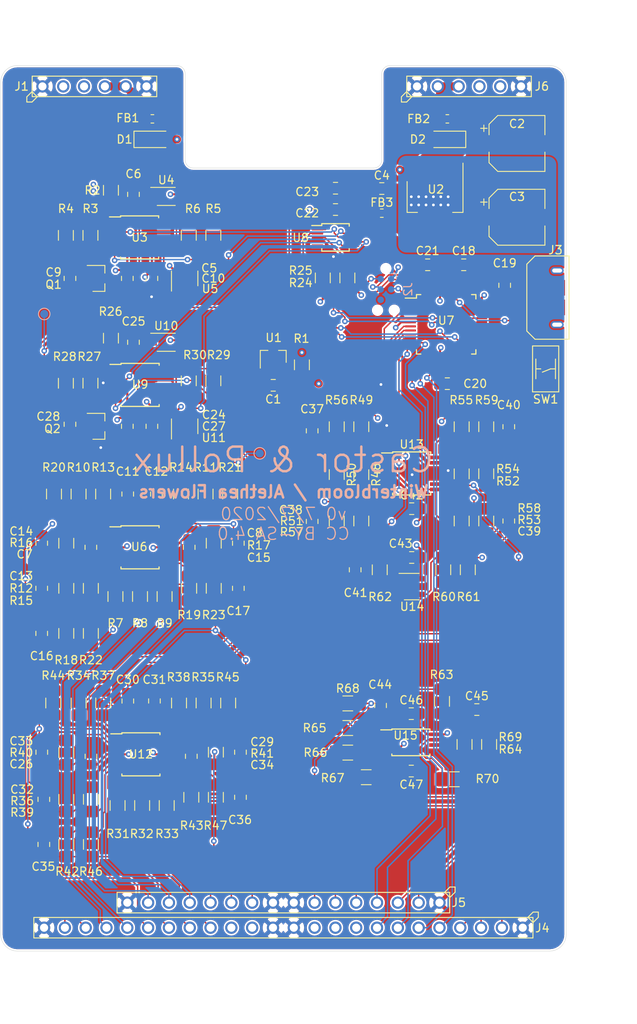
<source format=kicad_pcb>
(kicad_pcb (version 20171130) (host pcbnew "(5.1.5)-3")
  (layers (0 F.Cu signal) (1 In1.Cu signal) (2 In2.Cu signal) (31 B.Cu signal) (34 B.Paste user) (35 F.Paste user) (36 B.SilkS user) (37 F.SilkS user) (38 B.Mask user) (39 F.Mask user) (44 Edge.Cuts user))
  (net 0 "")
  (net 1 GND)
  (net 2 VREF-10)
  (net 3 +12V)
  (net 4 +3V3)
  (net 5 /Castor/square_in)
  (net 6 "Net-(C6-Pad1)")
  (net 7 -12V)
  (net 8 "Net-(C9-Pad2)")
  (net 9 "Net-(C9-Pad1)")
  (net 10 /Castor/ramp_pre)
  (net 11 "Net-(C11-Pad1)")
  (net 12 /Castor/pwm_pre)
  (net 13 "Net-(C12-Pad1)")
  (net 14 /Castor/sub_pre)
  (net 15 "Net-(C13-Pad1)")
  (net 16 "Net-(C14-Pad2)")
  (net 17 "Net-(C15-Pad2)")
  (net 18 "Net-(C16-Pad2)")
  (net 19 "Net-(C17-Pad2)")
  (net 20 "Net-(C18-Pad2)")
  (net 21 /Pollux/square_in)
  (net 22 "Net-(C25-Pad1)")
  (net 23 "Net-(C28-Pad2)")
  (net 24 "Net-(C28-Pad1)")
  (net 25 /Pollux/ramp_pre)
  (net 26 "Net-(C30-Pad1)")
  (net 27 /Pollux/pwm_pre)
  (net 28 "Net-(C31-Pad1)")
  (net 29 /Pollux/sub_pre)
  (net 30 "Net-(C32-Pad1)")
  (net 31 "Net-(C33-Pad2)")
  (net 32 "Net-(C34-Pad2)")
  (net 33 "Net-(C35-Pad2)")
  (net 34 "Net-(C36-Pad2)")
  (net 35 "Net-(D1-Pad1)")
  (net 36 "Net-(D2-Pad2)")
  (net 37 +3.3VA)
  (net 38 "Net-(J2-Pad6)")
  (net 39 /MCU/SWCLK)
  (net 40 /MCU/RESET)
  (net 41 /MCU/SWDIO)
  (net 42 "Net-(J3-Pad4)")
  (net 43 /MCU/D+)
  (net 44 /MCU/D-)
  (net 45 "Net-(J3-Pad1)")
  (net 46 "Net-(Q1-Pad1)")
  (net 47 "Net-(Q2-Pad1)")
  (net 48 "Net-(R3-Pad1)")
  (net 49 "Net-(R5-Pad2)")
  (net 50 "Net-(R20-Pad1)")
  (net 51 "Net-(R21-Pad1)")
  (net 52 "Net-(R22-Pad1)")
  (net 53 "Net-(R23-Pad1)")
  (net 54 /MCU/SDA)
  (net 55 /MCU/SCL)
  (net 56 "Net-(R27-Pad1)")
  (net 57 "Net-(R29-Pad2)")
  (net 58 "Net-(R44-Pad1)")
  (net 59 "Net-(R45-Pad1)")
  (net 60 "Net-(R46-Pad1)")
  (net 61 "Net-(R47-Pad1)")
  (net 62 "Net-(U3-Pad13)")
  (net 63 /MCU/CV_A)
  (net 64 "Net-(U4-Pad2)")
  (net 65 /MCU/AIN11)
  (net 66 /MCU/AIN10)
  (net 67 "Net-(U7-Pad41)")
  (net 68 "Net-(U7-Pad39)")
  (net 69 "Net-(U7-Pad38)")
  (net 70 "Net-(U7-Pad37)")
  (net 71 "Net-(U7-Pad30)")
  (net 72 "Net-(U7-Pad29)")
  (net 73 "Net-(U7-Pad27)")
  (net 74 "Net-(U7-Pad24)")
  (net 75 "Net-(U7-Pad23)")
  (net 76 "Net-(U7-Pad22)")
  (net 77 "Net-(U7-Pad21)")
  (net 78 "Net-(U7-Pad20)")
  (net 79 "Net-(U7-Pad19)")
  (net 80 /MCU/TCC1WO1)
  (net 81 /MCU/VREFA)
  (net 82 "Net-(U7-Pad2)")
  (net 83 "Net-(U7-Pad1)")
  (net 84 /MCU/CV_D)
  (net 85 /MCU/CV_C)
  (net 86 /MCU/CV_B)
  (net 87 "Net-(U8-Pad5)")
  (net 88 "Net-(U9-Pad13)")
  (net 89 "Net-(U10-Pad2)")
  (net 90 /MCU/phase_in)
  (net 91 /MCU/jack_detection_probe)
  (net 92 /MCU/duty_b_in)
  (net 93 /MCU/duty_a_in)
  (net 94 /MCU/cv_b_in)
  (net 95 /MCU/cv_a_in)
  (net 96 "Net-(C37-Pad1)")
  (net 97 "Net-(C38-Pad1)")
  (net 98 "Net-(C39-Pad1)")
  (net 99 "Net-(C40-Pad1)")
  (net 100 "Net-(C41-Pad1)")
  (net 101 "Net-(C44-Pad2)")
  (net 102 "Net-(C45-Pad2)")
  (net 103 "Net-(C45-Pad1)")
  (net 104 "Net-(R66-Pad1)")
  (net 105 /castor_ramp_out)
  (net 106 /castor_pwm_out)
  (net 107 /castor_sub_out)
  (net 108 /castor_mix_out)
  (net 109 /pollux_ramp_out)
  (net 110 /pollux_pwm_out)
  (net 111 /pollux_sub_out)
  (net 112 /pollux_mix_out)
  (net 113 /mix_pot_out)
  (net 114 "Net-(J4-Pad15)")
  (net 115 "Net-(J4-Pad14)")
  (net 116 "Net-(J4-Pad11)")
  (net 117 "Net-(J4-Pad10)")
  (net 118 "Net-(J4-Pad9)")
  (net 119 /castor_ramp_mix_in)
  (net 120 /castor_pwm_mix_in)
  (net 121 /castor_sub_mix_in)
  (net 122 /pollux_ramp_mix_in)
  (net 123 /pollux_pwm_mix_in)
  (net 124 /pollux_sub_mix_in)
  (net 125 /cv_a_jack)
  (net 126 /cv_b_jack)
  (net 127 /duty_a_jack)
  (net 128 /duty_b_jack)
  (net 129 /phase_jack)
  (net 130 /mix_pot_in)
  (net 131 /mix_out)
  (net 132 /duty_b_pot)
  (net 133 /phase_pot)
  (net 134 /duty_a_pot)
  (net 135 /cv_a_pot)
  (net 136 /cv_b_pot)
  (net 137 /-12v-raw)
  (net 138 /+12v-raw)
  (net 139 "Net-(J1-Pad3)")
  (net 140 "Net-(J1-Pad2)")
  (net 141 /dotstar_clk)
  (net 142 /dotstar_data)
  (module TestPoint:TestPoint_Pad_D1.0mm (layer B.Cu) (at 123.3 72.3)
    (fp_text reference TP2 hide)
    (fp_text value "Ramp Pre" hide)
    (pad 1 smd circle (at 0 0) (size 1 1) (layers B.Cu B.Mask) (net 10 /Castor/ramp_pre))
  )
  (module TestPoint:TestPoint_Pad_D1.0mm (layer B.Cu) (at 149.6 89.3)
    (fp_text reference TP1 hide)
    (fp_text value "Ramp Pre" hide)
    (pad 1 smd circle (at 0 0) (size 1 1) (layers B.Cu B.Mask) (net 25 /Pollux/ramp_pre))
  )
  (module MF_Connectors:MF_Connectors-PTH_2.54MM_01X06 (layer F.Cu) (at 175.15 44.54)
    (fp_text reference J6 (at 8.89 0) (layer F.SilkS) (effects (font (size 1.016 1.016) (thickness 0.1524))))
    (fp_text value "top left header")
    (pad 6 thru_hole circle (at 6.35 0) (size 1.50622 1.50622) (drill 0.99822) (layers F&B.Cu *.Mask) (net 1 GND))
    (pad 5 thru_hole circle (at 3.81 0) (size 1.50622 1.50622) (drill 0.99822) (layers F&B.Cu *.Mask) (net 141 /dotstar_clk))
    (pad 4 thru_hole circle (at 1.27 0) (size 1.50622 1.50622) (drill 0.99822) (layers F&B.Cu *.Mask) (net 142 /dotstar_data))
    (pad 3 thru_hole circle (at -1.27 0) (size 1.50622 1.50622) (drill 0.99822) (layers F&B.Cu *.Mask) (net 138 /+12v-raw))
    (pad 2 thru_hole circle (at -3.81 0) (size 1.50622 1.50622) (drill 0.99822) (layers F&B.Cu *.Mask) (net 138 /+12v-raw))
    (pad 1 thru_hole circle (at -6.35 0) (size 1.50622 1.50622) (drill 0.99822) (layers F&B.Cu *.Mask) (net 1 GND))
  )
  (module MF_Connectors:MF_Connectors-PTH_2.54MM_01X06 (layer F.Cu) (at 129.43 44.54)
    (fp_text reference J1 (at -8.89 0) (layer F.SilkS) (effects (font (size 1.016 1.016) (thickness 0.1524))))
    (fp_text value "top left header")
    (pad 6 thru_hole circle (at 6.35 0) (size 1.50622 1.50622) (drill 0.99822) (layers F&B.Cu *.Mask) (net 1 GND))
    (pad 5 thru_hole circle (at 3.81 0) (size 1.50622 1.50622) (drill 0.99822) (layers F&B.Cu *.Mask) (net 137 /-12v-raw))
    (pad 4 thru_hole circle (at 1.27 0) (size 1.50622 1.50622) (drill 0.99822) (layers F&B.Cu *.Mask) (net 137 /-12v-raw))
    (pad 3 thru_hole circle (at -1.27 0) (size 1.50622 1.50622) (drill 0.99822) (layers F&B.Cu *.Mask) (net 139 "Net-(J1-Pad3)"))
    (pad 2 thru_hole circle (at -3.81 0) (size 1.50622 1.50622) (drill 0.99822) (layers F&B.Cu *.Mask) (net 140 "Net-(J1-Pad2)"))
    (pad 1 thru_hole circle (at -6.35 0) (size 1.50622 1.50622) (drill 0.99822) (layers F&B.Cu *.Mask) (net 1 GND))
  )
  (module MF_Connectors:MF_Connectors-PTH_2.54MM_01X16 (layer F.Cu) (at 152.49 144.1 180)
    (fp_text reference J5 (at -21.41 0) (layer F.SilkS) (effects (font (size 1.016 1.016) (thickness 0.1524))))
    (fp_text value "almost bottom header")
    (pad 1 thru_hole circle (at -19.05 0 180) (size 1.50622 1.50622) (drill 0.99822) (layers F&B.Cu *.Mask) (net 1 GND))
    (pad 2 thru_hole circle (at -16.51 0 180) (size 1.50622 1.50622) (drill 0.99822) (layers F&B.Cu *.Mask) (net 125 /cv_a_jack))
    (pad 3 thru_hole circle (at -13.97 0 180) (size 1.50622 1.50622) (drill 0.99822) (layers F&B.Cu *.Mask) (net 126 /cv_b_jack))
    (pad 4 thru_hole circle (at -11.43 0 180) (size 1.50622 1.50622) (drill 0.99822) (layers F&B.Cu *.Mask) (net 135 /cv_a_pot))
    (pad 5 thru_hole circle (at -8.89 0 180) (size 1.50622 1.50622) (drill 0.99822) (layers F&B.Cu *.Mask) (net 130 /mix_pot_in))
    (pad 6 thru_hole circle (at -6.35 0 180) (size 1.50622 1.50622) (drill 0.99822) (layers F&B.Cu *.Mask) (net 131 /mix_out))
    (pad 7 thru_hole circle (at -3.81 0 180) (size 1.50622 1.50622) (drill 0.99822) (layers F&B.Cu *.Mask) (net 113 /mix_pot_out))
    (pad 8 thru_hole circle (at -1.27 0 180) (size 1.50622 1.50622) (drill 0.99822) (layers F&B.Cu *.Mask) (net 1 GND))
    (pad 9 thru_hole circle (at 1.27 0 180) (size 1.50622 1.50622) (drill 0.99822) (layers F&B.Cu *.Mask) (net 1 GND))
    (pad 10 thru_hole circle (at 3.81 0 180) (size 1.50622 1.50622) (drill 0.99822) (layers F&B.Cu *.Mask) (net 110 /pollux_pwm_out))
    (pad 11 thru_hole circle (at 6.35 0 180) (size 1.50622 1.50622) (drill 0.99822) (layers F&B.Cu *.Mask) (net 112 /pollux_mix_out))
    (pad 12 thru_hole circle (at 8.89 0 180) (size 1.50622 1.50622) (drill 0.99822) (layers F&B.Cu *.Mask) (net 124 /pollux_sub_mix_in))
    (pad 13 thru_hole circle (at 11.43 0 180) (size 1.50622 1.50622) (drill 0.99822) (layers F&B.Cu *.Mask) (net 108 /castor_mix_out))
    (pad 14 thru_hole circle (at 13.97 0 180) (size 1.50622 1.50622) (drill 0.99822) (layers F&B.Cu *.Mask) (net 106 /castor_pwm_out))
    (pad 15 thru_hole circle (at 16.51 0 180) (size 1.50622 1.50622) (drill 0.99822) (layers F&B.Cu *.Mask) (net 121 /castor_sub_mix_in))
    (pad 16 thru_hole circle (at 19.05 0 180) (size 1.50622 1.50622) (drill 0.99822) (layers F&B.Cu *.Mask) (net 1 GND))
  )
  (module MF_Connectors:MF_Connectors-PTH_2.54MM_01X24 (layer F.Cu) (at 152.49 147.156 180)
    (fp_text reference J4 (at -31.61 -0.044) (layer F.SilkS) (effects (font (size 1.016 1.016) (thickness 0.1524))))
    (fp_text value "bottom header")
    (pad 24 thru_hole circle (at 29.21 0 180) (size 1.50622 1.50622) (drill 0.99822) (layers F&B.Cu *.Mask) (net 1 GND))
    (pad 23 thru_hole circle (at 26.67 0 180) (size 1.50622 1.50622) (drill 0.99822) (layers F&B.Cu *.Mask) (net 105 /castor_ramp_out))
    (pad 22 thru_hole circle (at 24.13 0 180) (size 1.50622 1.50622) (drill 0.99822) (layers F&B.Cu *.Mask) (net 107 /castor_sub_out))
    (pad 21 thru_hole circle (at 21.59 0 180) (size 1.50622 1.50622) (drill 0.99822) (layers F&B.Cu *.Mask) (net 119 /castor_ramp_mix_in))
    (pad 20 thru_hole circle (at 19.05 0 180) (size 1.50622 1.50622) (drill 0.99822) (layers F&B.Cu *.Mask) (net 120 /castor_pwm_mix_in))
    (pad 19 thru_hole circle (at 16.51 0 180) (size 1.50622 1.50622) (drill 0.99822) (layers F&B.Cu *.Mask) (net 109 /pollux_ramp_out))
    (pad 18 thru_hole circle (at 13.97 0 180) (size 1.50622 1.50622) (drill 0.99822) (layers F&B.Cu *.Mask) (net 111 /pollux_sub_out))
    (pad 17 thru_hole circle (at 11.43 0 180) (size 1.50622 1.50622) (drill 0.99822) (layers F&B.Cu *.Mask) (net 122 /pollux_ramp_mix_in))
    (pad 16 thru_hole circle (at 8.89 0 180) (size 1.50622 1.50622) (drill 0.99822) (layers F&B.Cu *.Mask) (net 123 /pollux_pwm_mix_in))
    (pad 15 thru_hole circle (at 6.35 0 180) (size 1.50622 1.50622) (drill 0.99822) (layers F&B.Cu *.Mask) (net 114 "Net-(J4-Pad15)"))
    (pad 14 thru_hole circle (at 3.81 0 180) (size 1.50622 1.50622) (drill 0.99822) (layers F&B.Cu *.Mask) (net 115 "Net-(J4-Pad14)"))
    (pad 13 thru_hole circle (at 1.27 0 180) (size 1.50622 1.50622) (drill 0.99822) (layers F&B.Cu *.Mask) (net 1 GND))
    (pad 12 thru_hole circle (at -1.27 0 180) (size 1.50622 1.50622) (drill 0.99822) (layers F&B.Cu *.Mask) (net 1 GND))
    (pad 11 thru_hole circle (at -3.81 0 180) (size 1.50622 1.50622) (drill 0.99822) (layers F&B.Cu *.Mask) (net 116 "Net-(J4-Pad11)"))
    (pad 10 thru_hole circle (at -6.35 0 180) (size 1.50622 1.50622) (drill 0.99822) (layers F&B.Cu *.Mask) (net 117 "Net-(J4-Pad10)"))
    (pad 9 thru_hole circle (at -8.89 0 180) (size 1.50622 1.50622) (drill 0.99822) (layers F&B.Cu *.Mask) (net 118 "Net-(J4-Pad9)"))
    (pad 8 thru_hole circle (at -11.43 0 180) (size 1.50622 1.50622) (drill 0.99822) (layers F&B.Cu *.Mask) (net 136 /cv_b_pot))
    (pad 7 thru_hole circle (at -13.97 0 180) (size 1.50622 1.50622) (drill 0.99822) (layers F&B.Cu *.Mask) (net 134 /duty_a_pot))
    (pad 6 thru_hole circle (at -16.51 0 180) (size 1.50622 1.50622) (drill 0.99822) (layers F&B.Cu *.Mask) (net 133 /phase_pot))
    (pad 5 thru_hole circle (at -19.05 0 180) (size 1.50622 1.50622) (drill 0.99822) (layers F&B.Cu *.Mask) (net 132 /duty_b_pot))
    (pad 4 thru_hole circle (at -21.59 0 180) (size 1.50622 1.50622) (drill 0.99822) (layers F&B.Cu *.Mask) (net 129 /phase_jack))
    (pad 3 thru_hole circle (at -24.13 0 180) (size 1.50622 1.50622) (drill 0.99822) (layers F&B.Cu *.Mask) (net 128 /duty_b_jack))
    (pad 2 thru_hole circle (at -26.67 0 180) (size 1.50622 1.50622) (drill 0.99822) (layers F&B.Cu *.Mask) (net 127 /duty_a_jack))
    (pad 1 thru_hole circle (at -29.21 0 180) (size 1.50622 1.50622) (drill 0.99822) (layers F&B.Cu *.Mask) (net 1 GND))
  )
  (module Package_SO:TSSOP-8_4.4x3mm_P0.65mm (layer F.Cu) (at 168.05 124.55)
    (fp_text reference U15 (at -0.65 -0.85) (layer F.SilkS))
    (fp_text value TL072)
    (pad 8 smd rect (at 2.95 -0.975) (size 1.45 0.45) (layers F.Cu F.Paste F.Mask) (net 3 +12V))
    (pad 7 smd rect (at 2.95 -0.325) (size 1.45 0.45) (layers F.Cu F.Paste F.Mask) (net 103 "Net-(C45-Pad1)"))
    (pad 6 smd rect (at 2.95 0.325) (size 1.45 0.45) (layers F.Cu F.Paste F.Mask) (net 102 "Net-(C45-Pad2)"))
    (pad 5 smd rect (at 2.95 0.975) (size 1.45 0.45) (layers F.Cu F.Paste F.Mask) (net 1 GND))
    (pad 4 smd rect (at -2.95 0.975) (size 1.45 0.45) (layers F.Cu F.Paste F.Mask) (net 7 -12V))
    (pad 3 smd rect (at -2.95 0.325) (size 1.45 0.45) (layers F.Cu F.Paste F.Mask) (net 104 "Net-(R66-Pad1)"))
    (pad 2 smd rect (at -2.95 -0.325) (size 1.45 0.45) (layers F.Cu F.Paste F.Mask) (net 101 "Net-(C44-Pad2)"))
    (pad 1 smd rect (at -2.95 -0.975) (size 1.45 0.45) (layers F.Cu F.Paste F.Mask) (net 113 /mix_pot_out))
  )
  (module Resistor_SMD:R_1206_3216Metric_Pad1.42x1.75mm_HandSolder (layer F.Cu) (at 173.35 129.05)
    (fp_text reference R70 (at 4.05 -0.05) (layer F.SilkS))
    (fp_text value 100k)
    (pad 2 smd roundrect (at 1.4875 0) (size 1.425 1.75) (layers F.Cu F.Paste F.Mask) (roundrect_rratio 0.175439) (net 131 /mix_out))
    (pad 1 smd roundrect (at -1.4875 0) (size 1.425 1.75) (layers F.Cu F.Paste F.Mask) (roundrect_rratio 0.175439) (net 103 "Net-(C45-Pad1)"))
  )
  (module Resistor_SMD:R_1206_3216Metric_Pad1.42x1.75mm_HandSolder (layer F.Cu) (at 174.6 124.8 90)
    (fp_text reference R69 (at 0.9 5.6 180) (layer F.SilkS))
    (fp_text value 100k)
    (pad 2 smd roundrect (at 1.4875 0 90) (size 1.425 1.75) (layers F.Cu F.Paste F.Mask) (roundrect_rratio 0.175439) (net 103 "Net-(C45-Pad1)"))
    (pad 1 smd roundrect (at -1.4875 0 90) (size 1.425 1.75) (layers F.Cu F.Paste F.Mask) (roundrect_rratio 0.175439) (net 102 "Net-(C45-Pad2)"))
  )
  (module Resistor_SMD:R_1206_3216Metric_Pad1.42x1.75mm_HandSolder (layer F.Cu) (at 160.35 119.8)
    (fp_text reference R68 (at 0 -1.82) (layer F.SilkS))
    (fp_text value 100k)
    (pad 2 smd roundrect (at 1.4875 0) (size 1.425 1.75) (layers F.Cu F.Paste F.Mask) (roundrect_rratio 0.175439) (net 113 /mix_pot_out))
    (pad 1 smd roundrect (at -1.4875 0) (size 1.425 1.75) (layers F.Cu F.Paste F.Mask) (roundrect_rratio 0.175439) (net 101 "Net-(C44-Pad2)"))
  )
  (module Resistor_SMD:R_1206_3216Metric_Pad1.42x1.75mm_HandSolder (layer F.Cu) (at 162.6 128.8)
    (fp_text reference R67 (at -4.1 0.1) (layer F.SilkS))
    (fp_text value 100k)
    (pad 2 smd roundrect (at 1.4875 0) (size 1.425 1.75) (layers F.Cu F.Paste F.Mask) (roundrect_rratio 0.175439) (net 104 "Net-(R66-Pad1)"))
    (pad 1 smd roundrect (at -1.4875 0) (size 1.425 1.75) (layers F.Cu F.Paste F.Mask) (roundrect_rratio 0.175439) (net 1 GND))
  )
  (module Resistor_SMD:R_1206_3216Metric_Pad1.42x1.75mm_HandSolder (layer F.Cu) (at 160.35 125.8 180)
    (fp_text reference R66 (at 3.95 0) (layer F.SilkS))
    (fp_text value 100k)
    (pad 2 smd roundrect (at 1.4875 0 180) (size 1.425 1.75) (layers F.Cu F.Paste F.Mask) (roundrect_rratio 0.175439) (net 112 /pollux_mix_out))
    (pad 1 smd roundrect (at -1.4875 0 180) (size 1.425 1.75) (layers F.Cu F.Paste F.Mask) (roundrect_rratio 0.175439) (net 104 "Net-(R66-Pad1)"))
  )
  (module Resistor_SMD:R_1206_3216Metric_Pad1.42x1.75mm_HandSolder (layer F.Cu) (at 160.35 122.8 180)
    (fp_text reference R65 (at 4.05 0) (layer F.SilkS))
    (fp_text value 100k)
    (pad 2 smd roundrect (at 1.4875 0 180) (size 1.425 1.75) (layers F.Cu F.Paste F.Mask) (roundrect_rratio 0.175439) (net 108 /castor_mix_out))
    (pad 1 smd roundrect (at -1.4875 0 180) (size 1.425 1.75) (layers F.Cu F.Paste F.Mask) (roundrect_rratio 0.175439) (net 101 "Net-(C44-Pad2)"))
  )
  (module Resistor_SMD:R_1206_3216Metric_Pad1.42x1.75mm_HandSolder (layer F.Cu) (at 177.6 124.8 90)
    (fp_text reference R64 (at -0.6 2.6 180) (layer F.SilkS))
    (fp_text value 100k)
    (pad 2 smd roundrect (at 1.4875 0 90) (size 1.425 1.75) (layers F.Cu F.Paste F.Mask) (roundrect_rratio 0.175439) (net 102 "Net-(C45-Pad2)"))
    (pad 1 smd roundrect (at -1.4875 0 90) (size 1.425 1.75) (layers F.Cu F.Paste F.Mask) (roundrect_rratio 0.175439) (net 130 /mix_pot_in))
  )
  (module Resistor_SMD:R_1206_3216Metric_Pad1.42x1.75mm_HandSolder (layer F.Cu) (at 171.85 119.55 270)
    (fp_text reference R63 (at -3.25 0.05 180) (layer F.SilkS))
    (fp_text value 100k)
    (pad 2 smd roundrect (at 1.4875 0 270) (size 1.425 1.75) (layers F.Cu F.Paste F.Mask) (roundrect_rratio 0.175439) (net 102 "Net-(C45-Pad2)"))
    (pad 1 smd roundrect (at -1.4875 0 270) (size 1.425 1.75) (layers F.Cu F.Paste F.Mask) (roundrect_rratio 0.175439) (net 108 /castor_mix_out))
  )
  (module Capacitor_SMD:C_0805_2012Metric_Pad1.15x1.40mm_HandSolder (layer F.Cu) (at 168.1 128.05 180)
    (fp_text reference C47 (at 0 -1.65) (layer F.SilkS))
    (fp_text value 0.1uF)
    (pad 2 smd roundrect (at 1.025 0 180) (size 1.15 1.4) (layers F.Cu F.Paste F.Mask) (roundrect_rratio 0.217391) (net 7 -12V))
    (pad 1 smd roundrect (at -1.025 0 180) (size 1.15 1.4) (layers F.Cu F.Paste F.Mask) (roundrect_rratio 0.217391) (net 1 GND))
  )
  (module Capacitor_SMD:C_0805_2012Metric_Pad1.15x1.40mm_HandSolder (layer F.Cu) (at 168.1 121.05)
    (fp_text reference C46 (at 0 -1.65) (layer F.SilkS))
    (fp_text value 0.1uF)
    (pad 2 smd roundrect (at 1.025 0) (size 1.15 1.4) (layers F.Cu F.Paste F.Mask) (roundrect_rratio 0.217391) (net 3 +12V))
    (pad 1 smd roundrect (at -1.025 0) (size 1.15 1.4) (layers F.Cu F.Paste F.Mask) (roundrect_rratio 0.217391) (net 1 GND))
  )
  (module Capacitor_SMD:C_0805_2012Metric_Pad1.15x1.40mm_HandSolder (layer F.Cu) (at 176.1 120.55)
    (fp_text reference C45 (at 0 -1.65) (layer F.SilkS))
    (fp_text value 18pF)
    (pad 2 smd roundrect (at 1.025 0) (size 1.15 1.4) (layers F.Cu F.Paste F.Mask) (roundrect_rratio 0.217391) (net 102 "Net-(C45-Pad2)"))
    (pad 1 smd roundrect (at -1.025 0) (size 1.15 1.4) (layers F.Cu F.Paste F.Mask) (roundrect_rratio 0.217391) (net 103 "Net-(C45-Pad1)"))
  )
  (module Capacitor_SMD:C_0805_2012Metric_Pad1.15x1.40mm_HandSolder (layer F.Cu) (at 164.35 120.05 270)
    (fp_text reference C44 (at -2.55 0.05 180) (layer F.SilkS))
    (fp_text value 18pF)
    (pad 2 smd roundrect (at 1.025 0 270) (size 1.15 1.4) (layers F.Cu F.Paste F.Mask) (roundrect_rratio 0.217391) (net 101 "Net-(C44-Pad2)"))
    (pad 1 smd roundrect (at -1.025 0 270) (size 1.15 1.4) (layers F.Cu F.Paste F.Mask) (roundrect_rratio 0.217391) (net 113 /mix_pot_out))
  )
  (module Resistor_SMD:R_1206_3216Metric_Pad1.42x1.75mm_HandSolder (layer F.Cu) (at 159 91.8875 270)
    (fp_text reference R50 (at 0 -1.82 90) (layer F.SilkS))
    (fp_text value 100k)
    (pad 2 smd roundrect (at 1.4875 0 270) (size 1.425 1.75) (layers F.Cu F.Paste F.Mask) (roundrect_rratio 0.175439) (net 126 /cv_b_jack))
    (pad 1 smd roundrect (at -1.4875 0 270) (size 1.425 1.75) (layers F.Cu F.Paste F.Mask) (roundrect_rratio 0.175439) (net 97 "Net-(C38-Pad1)"))
  )
  (module Package_TO_SOT_SMD:SOT-23-5 (layer F.Cu) (at 168.15 105.55)
    (fp_text reference U14 (at 0.05 2.45) (layer F.SilkS))
    (fp_text value MCP6001-OT)
    (pad 5 smd rect (at 1.1 -0.95) (size 1.06 0.65) (layers F.Cu F.Paste F.Mask) (net 37 +3.3VA))
    (pad 4 smd rect (at 1.1 0.95) (size 1.06 0.65) (layers F.Cu F.Paste F.Mask) (net 100 "Net-(C41-Pad1)"))
    (pad 3 smd rect (at -1.1 0.95) (size 1.06 0.65) (layers F.Cu F.Paste F.Mask) (net 1 GND))
    (pad 2 smd rect (at -1.1 0) (size 1.06 0.65) (layers F.Cu F.Paste F.Mask) (net 1 GND))
    (pad 1 smd rect (at -1.1 -0.95) (size 1.06 0.65) (layers F.Cu F.Paste F.Mask) (net 90 /MCU/phase_in))
  )
  (module Package_SO:TSSOP-14_4.4x5mm_P0.65mm (layer F.Cu) (at 168.15 91.75)
    (fp_text reference U13 (at 0 -3.55) (layer F.SilkS))
    (fp_text value MCP6004)
    (pad 14 smd rect (at 2.95 -1.95) (size 1.45 0.45) (layers F.Cu F.Paste F.Mask) (net 92 /MCU/duty_b_in))
    (pad 13 smd rect (at 2.95 -1.3) (size 1.45 0.45) (layers F.Cu F.Paste F.Mask) (net 99 "Net-(C40-Pad1)"))
    (pad 12 smd rect (at 2.95 -0.65) (size 1.45 0.45) (layers F.Cu F.Paste F.Mask) (net 1 GND))
    (pad 11 smd rect (at 2.95 0) (size 1.45 0.45) (layers F.Cu F.Paste F.Mask) (net 1 GND))
    (pad 10 smd rect (at 2.95 0.65) (size 1.45 0.45) (layers F.Cu F.Paste F.Mask) (net 1 GND))
    (pad 9 smd rect (at 2.95 1.3) (size 1.45 0.45) (layers F.Cu F.Paste F.Mask) (net 98 "Net-(C39-Pad1)"))
    (pad 8 smd rect (at 2.95 1.95) (size 1.45 0.45) (layers F.Cu F.Paste F.Mask) (net 93 /MCU/duty_a_in))
    (pad 7 smd rect (at -2.95 1.95) (size 1.45 0.45) (layers F.Cu F.Paste F.Mask) (net 94 /MCU/cv_b_in))
    (pad 6 smd rect (at -2.95 1.3) (size 1.45 0.45) (layers F.Cu F.Paste F.Mask) (net 97 "Net-(C38-Pad1)"))
    (pad 5 smd rect (at -2.95 0.65) (size 1.45 0.45) (layers F.Cu F.Paste F.Mask) (net 1 GND))
    (pad 4 smd rect (at -2.95 0) (size 1.45 0.45) (layers F.Cu F.Paste F.Mask) (net 37 +3.3VA))
    (pad 3 smd rect (at -2.95 -0.65) (size 1.45 0.45) (layers F.Cu F.Paste F.Mask) (net 1 GND))
    (pad 2 smd rect (at -2.95 -1.3) (size 1.45 0.45) (layers F.Cu F.Paste F.Mask) (net 96 "Net-(C37-Pad1)"))
    (pad 1 smd rect (at -2.95 -1.95) (size 1.45 0.45) (layers F.Cu F.Paste F.Mask) (net 95 /MCU/cv_a_in))
  )
  (module Resistor_SMD:R_1206_3216Metric_Pad1.42x1.75mm_HandSolder (layer F.Cu) (at 164.25 103.5 270)
    (fp_text reference R62 (at 3.3 -0.05 180) (layer F.SilkS))
    (fp_text value TBD)
    (pad 2 smd roundrect (at 1.4875 0 270) (size 1.425 1.75) (layers F.Cu F.Paste F.Mask) (roundrect_rratio 0.175439) (net 100 "Net-(C41-Pad1)"))
    (pad 1 smd roundrect (at -1.4875 0 270) (size 1.425 1.75) (layers F.Cu F.Paste F.Mask) (roundrect_rratio 0.175439) (net 90 /MCU/phase_in))
  )
  (module Resistor_SMD:R_1206_3216Metric_Pad1.42x1.75mm_HandSolder (layer F.Cu) (at 175 103.5 90)
    (fp_text reference R61 (at -3.3 0.1 180) (layer F.SilkS))
    (fp_text value TBD)
    (pad 2 smd roundrect (at 1.4875 0 90) (size 1.425 1.75) (layers F.Cu F.Paste F.Mask) (roundrect_rratio 0.175439) (net 2 VREF-10))
    (pad 1 smd roundrect (at -1.4875 0 90) (size 1.425 1.75) (layers F.Cu F.Paste F.Mask) (roundrect_rratio 0.175439) (net 100 "Net-(C41-Pad1)"))
  )
  (module Resistor_SMD:R_1206_3216Metric_Pad1.42x1.75mm_HandSolder (layer F.Cu) (at 172 103.5 270)
    (fp_text reference R60 (at 3.3 -0.1 180) (layer F.SilkS))
    (fp_text value 100k)
    (pad 2 smd roundrect (at 1.4875 0 270) (size 1.425 1.75) (layers F.Cu F.Paste F.Mask) (roundrect_rratio 0.175439) (net 129 /phase_jack))
    (pad 1 smd roundrect (at -1.4875 0 270) (size 1.425 1.75) (layers F.Cu F.Paste F.Mask) (roundrect_rratio 0.175439) (net 100 "Net-(C41-Pad1)"))
  )
  (module Resistor_SMD:R_1206_3216Metric_Pad1.42x1.75mm_HandSolder (layer F.Cu) (at 177.25 86.05 270)
    (fp_text reference R59 (at -3.25 -0.05 180) (layer F.SilkS))
    (fp_text value TBD)
    (pad 2 smd roundrect (at 1.4875 0 270) (size 1.425 1.75) (layers F.Cu F.Paste F.Mask) (roundrect_rratio 0.175439) (net 99 "Net-(C40-Pad1)"))
    (pad 1 smd roundrect (at -1.4875 0 270) (size 1.425 1.75) (layers F.Cu F.Paste F.Mask) (roundrect_rratio 0.175439) (net 92 /MCU/duty_b_in))
  )
  (module Resistor_SMD:R_1206_3216Metric_Pad1.42x1.75mm_HandSolder (layer F.Cu) (at 174.25 97.55 90)
    (fp_text reference R58 (at 1.55 8.25 180) (layer F.SilkS))
    (fp_text value TBD)
    (pad 2 smd roundrect (at 1.4875 0 90) (size 1.425 1.75) (layers F.Cu F.Paste F.Mask) (roundrect_rratio 0.175439) (net 98 "Net-(C39-Pad1)"))
    (pad 1 smd roundrect (at -1.4875 0 90) (size 1.425 1.75) (layers F.Cu F.Paste F.Mask) (roundrect_rratio 0.175439) (net 93 /MCU/duty_a_in))
  )
  (module Resistor_SMD:R_1206_3216Metric_Pad1.42x1.75mm_HandSolder (layer F.Cu) (at 162 97.55 90)
    (fp_text reference R57 (at -1.35 -8.5 180) (layer F.SilkS))
    (fp_text value TBD)
    (pad 2 smd roundrect (at 1.4875 0 90) (size 1.425 1.75) (layers F.Cu F.Paste F.Mask) (roundrect_rratio 0.175439) (net 97 "Net-(C38-Pad1)"))
    (pad 1 smd roundrect (at -1.4875 0 90) (size 1.425 1.75) (layers F.Cu F.Paste F.Mask) (roundrect_rratio 0.175439) (net 94 /MCU/cv_b_in))
  )
  (module Resistor_SMD:R_1206_3216Metric_Pad1.42x1.75mm_HandSolder (layer F.Cu) (at 159 86.05 270)
    (fp_text reference R56 (at -3.25 0 180) (layer F.SilkS))
    (fp_text value TBD)
    (pad 2 smd roundrect (at 1.4875 0 270) (size 1.425 1.75) (layers F.Cu F.Paste F.Mask) (roundrect_rratio 0.175439) (net 96 "Net-(C37-Pad1)"))
    (pad 1 smd roundrect (at -1.4875 0 270) (size 1.425 1.75) (layers F.Cu F.Paste F.Mask) (roundrect_rratio 0.175439) (net 95 /MCU/cv_a_in))
  )
  (module Resistor_SMD:R_1206_3216Metric_Pad1.42x1.75mm_HandSolder (layer F.Cu) (at 174.25 86.05 90)
    (fp_text reference R55 (at 3.25 -0.05 180) (layer F.SilkS))
    (fp_text value TBD)
    (pad 2 smd roundrect (at 1.4875 0 90) (size 1.425 1.75) (layers F.Cu F.Paste F.Mask) (roundrect_rratio 0.175439) (net 2 VREF-10))
    (pad 1 smd roundrect (at -1.4875 0 90) (size 1.425 1.75) (layers F.Cu F.Paste F.Mask) (roundrect_rratio 0.175439) (net 99 "Net-(C40-Pad1)"))
  )
  (module Resistor_SMD:R_1206_3216Metric_Pad1.42x1.75mm_HandSolder (layer F.Cu) (at 174.25 91.8 270)
    (fp_text reference R54 (at -0.6 -5.65 180) (layer F.SilkS))
    (fp_text value 100k)
    (pad 2 smd roundrect (at 1.4875 0 270) (size 1.425 1.75) (layers F.Cu F.Paste F.Mask) (roundrect_rratio 0.175439) (net 128 /duty_b_jack))
    (pad 1 smd roundrect (at -1.4875 0 270) (size 1.425 1.75) (layers F.Cu F.Paste F.Mask) (roundrect_rratio 0.175439) (net 99 "Net-(C40-Pad1)"))
  )
  (module Resistor_SMD:R_1206_3216Metric_Pad1.42x1.75mm_HandSolder (layer F.Cu) (at 177.25 97.55 90)
    (fp_text reference R53 (at 0.15 5.25 180) (layer F.SilkS))
    (fp_text value TBD)
    (pad 2 smd roundrect (at 1.4875 0 90) (size 1.425 1.75) (layers F.Cu F.Paste F.Mask) (roundrect_rratio 0.175439) (net 2 VREF-10))
    (pad 1 smd roundrect (at -1.4875 0 90) (size 1.425 1.75) (layers F.Cu F.Paste F.Mask) (roundrect_rratio 0.175439) (net 98 "Net-(C39-Pad1)"))
  )
  (module Resistor_SMD:R_1206_3216Metric_Pad1.42x1.75mm_HandSolder (layer F.Cu) (at 177.25 91.7875 270)
    (fp_text reference R52 (at 0.9125 -2.65 180) (layer F.SilkS))
    (fp_text value 100k)
    (pad 2 smd roundrect (at 1.4875 0 270) (size 1.425 1.75) (layers F.Cu F.Paste F.Mask) (roundrect_rratio 0.175439) (net 127 /duty_a_jack))
    (pad 1 smd roundrect (at -1.4875 0 270) (size 1.425 1.75) (layers F.Cu F.Paste F.Mask) (roundrect_rratio 0.175439) (net 98 "Net-(C39-Pad1)"))
  )
  (module Resistor_SMD:R_1206_3216Metric_Pad1.42x1.75mm_HandSolder (layer F.Cu) (at 159 97.55 90)
    (fp_text reference R51 (at 0 -5.5 180) (layer F.SilkS))
    (fp_text value TBD)
    (pad 2 smd roundrect (at 1.4875 0 90) (size 1.425 1.75) (layers F.Cu F.Paste F.Mask) (roundrect_rratio 0.175439) (net 2 VREF-10))
    (pad 1 smd roundrect (at -1.4875 0 90) (size 1.425 1.75) (layers F.Cu F.Paste F.Mask) (roundrect_rratio 0.175439) (net 97 "Net-(C38-Pad1)"))
  )
  (module Resistor_SMD:R_1206_3216Metric_Pad1.42x1.75mm_HandSolder (layer F.Cu) (at 162 86.05 90)
    (fp_text reference R49 (at 3.25 0 180) (layer F.SilkS))
    (fp_text value TBD)
    (pad 2 smd roundrect (at 1.4875 0 90) (size 1.425 1.75) (layers F.Cu F.Paste F.Mask) (roundrect_rratio 0.175439) (net 2 VREF-10))
    (pad 1 smd roundrect (at -1.4875 0 90) (size 1.425 1.75) (layers F.Cu F.Paste F.Mask) (roundrect_rratio 0.175439) (net 96 "Net-(C37-Pad1)"))
  )
  (module Resistor_SMD:R_1206_3216Metric_Pad1.42x1.75mm_HandSolder (layer F.Cu) (at 162 91.9 270)
    (fp_text reference R48 (at 0 -1.82 90) (layer F.SilkS))
    (fp_text value 100k)
    (pad 2 smd roundrect (at 1.4875 0 270) (size 1.425 1.75) (layers F.Cu F.Paste F.Mask) (roundrect_rratio 0.175439) (net 125 /cv_a_jack))
    (pad 1 smd roundrect (at -1.4875 0 270) (size 1.425 1.75) (layers F.Cu F.Paste F.Mask) (roundrect_rratio 0.175439) (net 96 "Net-(C37-Pad1)"))
  )
  (module Capacitor_SMD:C_0805_2012Metric_Pad1.15x1.40mm_HandSolder (layer F.Cu) (at 168.15 102)
    (fp_text reference C43 (at -1.35 -1.7) (layer F.SilkS))
    (fp_text value 0.1uF)
    (pad 2 smd roundrect (at 1.025 0) (size 1.15 1.4) (layers F.Cu F.Paste F.Mask) (roundrect_rratio 0.217391) (net 37 +3.3VA))
    (pad 1 smd roundrect (at -1.025 0) (size 1.15 1.4) (layers F.Cu F.Paste F.Mask) (roundrect_rratio 0.217391) (net 1 GND))
  )
  (module Capacitor_SMD:C_0805_2012Metric_Pad1.15x1.40mm_HandSolder (layer F.Cu) (at 168.15 96.05)
    (fp_text reference C42 (at 0 -1.65) (layer F.SilkS))
    (fp_text value 0.1uF)
    (pad 2 smd roundrect (at 1.025 0) (size 1.15 1.4) (layers F.Cu F.Paste F.Mask) (roundrect_rratio 0.217391) (net 37 +3.3VA))
    (pad 1 smd roundrect (at -1.025 0) (size 1.15 1.4) (layers F.Cu F.Paste F.Mask) (roundrect_rratio 0.217391) (net 1 GND))
  )
  (module Capacitor_SMD:C_0805_2012Metric_Pad1.15x1.40mm_HandSolder (layer F.Cu) (at 161.25 103.5 90)
    (fp_text reference C41 (at -2.8 0.05 180) (layer F.SilkS))
    (fp_text value TBD)
    (pad 2 smd roundrect (at 1.025 0 90) (size 1.15 1.4) (layers F.Cu F.Paste F.Mask) (roundrect_rratio 0.217391) (net 90 /MCU/phase_in))
    (pad 1 smd roundrect (at -1.025 0 90) (size 1.15 1.4) (layers F.Cu F.Paste F.Mask) (roundrect_rratio 0.217391) (net 100 "Net-(C41-Pad1)"))
  )
  (module Capacitor_SMD:C_0805_2012Metric_Pad1.15x1.40mm_HandSolder (layer F.Cu) (at 180 86.05 90)
    (fp_text reference C40 (at 2.65 0 180) (layer F.SilkS))
    (fp_text value TBD)
    (pad 2 smd roundrect (at 1.025 0 90) (size 1.15 1.4) (layers F.Cu F.Paste F.Mask) (roundrect_rratio 0.217391) (net 92 /MCU/duty_b_in))
    (pad 1 smd roundrect (at -1.025 0 90) (size 1.15 1.4) (layers F.Cu F.Paste F.Mask) (roundrect_rratio 0.217391) (net 99 "Net-(C40-Pad1)"))
  )
  (module Capacitor_SMD:C_0805_2012Metric_Pad1.15x1.40mm_HandSolder (layer F.Cu) (at 180 97.55 270)
    (fp_text reference C39 (at 1.25 -2.5 180) (layer F.SilkS))
    (fp_text value TBD)
    (pad 2 smd roundrect (at 1.025 0 270) (size 1.15 1.4) (layers F.Cu F.Paste F.Mask) (roundrect_rratio 0.217391) (net 93 /MCU/duty_a_in))
    (pad 1 smd roundrect (at -1.025 0 270) (size 1.15 1.4) (layers F.Cu F.Paste F.Mask) (roundrect_rratio 0.217391) (net 98 "Net-(C39-Pad1)"))
  )
  (module Capacitor_SMD:C_0805_2012Metric_Pad1.15x1.40mm_HandSolder (layer F.Cu) (at 156 97.6 270)
    (fp_text reference C38 (at -1.4 2.6 180) (layer F.SilkS))
    (fp_text value TBD)
    (pad 2 smd roundrect (at 1.025 0 270) (size 1.15 1.4) (layers F.Cu F.Paste F.Mask) (roundrect_rratio 0.217391) (net 94 /MCU/cv_b_in))
    (pad 1 smd roundrect (at -1.025 0 270) (size 1.15 1.4) (layers F.Cu F.Paste F.Mask) (roundrect_rratio 0.217391) (net 97 "Net-(C38-Pad1)"))
  )
  (module Capacitor_SMD:C_0805_2012Metric_Pad1.15x1.40mm_HandSolder (layer F.Cu) (at 156 86.55 90)
    (fp_text reference C37 (at 2.65 0 180) (layer F.SilkS))
    (fp_text value TBD)
    (pad 2 smd roundrect (at 1.025 0 90) (size 1.15 1.4) (layers F.Cu F.Paste F.Mask) (roundrect_rratio 0.217391) (net 95 /MCU/cv_a_in))
    (pad 1 smd roundrect (at -1.025 0 90) (size 1.15 1.4) (layers F.Cu F.Paste F.Mask) (roundrect_rratio 0.217391) (net 96 "Net-(C37-Pad1)"))
  )
  (module Package_SO:TSSOP-14_4.4x5mm_P0.65mm (layer F.Cu) (at 135.1 126.01)
    (fp_text reference U12 (at 0 -0.01) (layer F.SilkS))
    (fp_text value TL074)
    (pad 14 smd rect (at 2.95 -1.95) (size 1.45 0.45) (layers F.Cu F.Paste F.Mask) (net 59 "Net-(R45-Pad1)"))
    (pad 13 smd rect (at 2.95 -1.3) (size 1.45 0.45) (layers F.Cu F.Paste F.Mask) (net 32 "Net-(C34-Pad2)"))
    (pad 12 smd rect (at 2.95 -0.65) (size 1.45 0.45) (layers F.Cu F.Paste F.Mask) (net 1 GND))
    (pad 11 smd rect (at 2.95 0) (size 1.45 0.45) (layers F.Cu F.Paste F.Mask) (net 7 -12V))
    (pad 10 smd rect (at 2.95 0.65) (size 1.45 0.45) (layers F.Cu F.Paste F.Mask) (net 1 GND))
    (pad 9 smd rect (at 2.95 1.3) (size 1.45 0.45) (layers F.Cu F.Paste F.Mask) (net 34 "Net-(C36-Pad2)"))
    (pad 8 smd rect (at 2.95 1.95) (size 1.45 0.45) (layers F.Cu F.Paste F.Mask) (net 61 "Net-(R47-Pad1)"))
    (pad 7 smd rect (at -2.95 1.95) (size 1.45 0.45) (layers F.Cu F.Paste F.Mask) (net 60 "Net-(R46-Pad1)"))
    (pad 6 smd rect (at -2.95 1.3) (size 1.45 0.45) (layers F.Cu F.Paste F.Mask) (net 33 "Net-(C35-Pad2)"))
    (pad 5 smd rect (at -2.95 0.65) (size 1.45 0.45) (layers F.Cu F.Paste F.Mask) (net 1 GND))
    (pad 4 smd rect (at -2.95 0) (size 1.45 0.45) (layers F.Cu F.Paste F.Mask) (net 3 +12V))
    (pad 3 smd rect (at -2.95 -0.65) (size 1.45 0.45) (layers F.Cu F.Paste F.Mask) (net 1 GND))
    (pad 2 smd rect (at -2.95 -1.3) (size 1.45 0.45) (layers F.Cu F.Paste F.Mask) (net 31 "Net-(C33-Pad2)"))
    (pad 1 smd rect (at -2.95 -1.95) (size 1.45 0.45) (layers F.Cu F.Paste F.Mask) (net 58 "Net-(R44-Pad1)"))
  )
  (module Package_TO_SOT_SMD:SOT-23-5 (layer F.Cu) (at 140.44 86 90)
    (fp_text reference U11 (at -1.4 3.56 180) (layer F.SilkS))
    (fp_text value MCP6001-OT)
    (pad 5 smd rect (at 1.1 -0.95 90) (size 1.06 0.65) (layers F.Cu F.Paste F.Mask) (net 37 +3.3VA))
    (pad 4 smd rect (at 1.1 0.95 90) (size 1.06 0.65) (layers F.Cu F.Paste F.Mask) (net 86 /MCU/CV_B))
    (pad 3 smd rect (at -1.1 0.95 90) (size 1.06 0.65) (layers F.Cu F.Paste F.Mask) (net 25 /Pollux/ramp_pre))
    (pad 2 smd rect (at -1.1 0 90) (size 1.06 0.65) (layers F.Cu F.Paste F.Mask) (net 1 GND))
    (pad 1 smd rect (at -1.1 -0.95 90) (size 1.06 0.65) (layers F.Cu F.Paste F.Mask) (net 27 /Pollux/pwm_pre))
  )
  (module Package_SO:VSSOP-8_2.3x2mm_P0.5mm (layer F.Cu) (at 138.19 75.75)
    (fp_text reference U10 (at 0 -2) (layer F.SilkS))
    (fp_text value 74LVC2G74)
    (pad 8 smd rect (at 1.55 -0.75 270) (size 0.3 0.8) (layers F.Cu F.Paste F.Mask) (net 37 +3.3VA))
    (pad 7 smd rect (at 1.55 -0.25 270) (size 0.3 0.8) (layers F.Cu F.Paste F.Mask) (net 37 +3.3VA))
    (pad 6 smd rect (at 1.55 0.25 270) (size 0.3 0.8) (layers F.Cu F.Paste F.Mask) (net 37 +3.3VA))
    (pad 5 smd rect (at 1.55 0.75 270) (size 0.3 0.8) (layers F.Cu F.Paste F.Mask) (net 29 /Pollux/sub_pre))
    (pad 4 smd rect (at -1.55 0.75 270) (size 0.3 0.8) (layers F.Cu F.Paste F.Mask) (net 1 GND))
    (pad 3 smd rect (at -1.55 0.25 270) (size 0.3 0.8) (layers F.Cu F.Paste F.Mask) (net 89 "Net-(U10-Pad2)"))
    (pad 2 smd rect (at -1.55 -0.25 270) (size 0.3 0.8) (layers F.Cu F.Paste F.Mask) (net 89 "Net-(U10-Pad2)"))
    (pad 1 smd rect (at -1.55 -0.75 270) (size 0.3 0.8) (layers F.Cu F.Paste F.Mask) (net 21 /Pollux/square_in))
  )
  (module Package_SO:TSSOP-14_4.4x5mm_P0.65mm (layer F.Cu) (at 135 80.95)
    (fp_text reference U9 (at 0 -0.05) (layer F.SilkS))
    (fp_text value TL074)
    (pad 14 smd rect (at 2.95 -1.95) (size 1.45 0.45) (layers F.Cu F.Paste F.Mask) (net 88 "Net-(U9-Pad13)"))
    (pad 13 smd rect (at 2.95 -1.3) (size 1.45 0.45) (layers F.Cu F.Paste F.Mask) (net 88 "Net-(U9-Pad13)"))
    (pad 12 smd rect (at 2.95 -0.65) (size 1.45 0.45) (layers F.Cu F.Paste F.Mask) (net 1 GND))
    (pad 11 smd rect (at 2.95 0) (size 1.45 0.45) (layers F.Cu F.Paste F.Mask) (net 7 -12V))
    (pad 10 smd rect (at 2.95 0.65) (size 1.45 0.45) (layers F.Cu F.Paste F.Mask) (net 1 GND))
    (pad 9 smd rect (at 2.95 1.3) (size 1.45 0.45) (layers F.Cu F.Paste F.Mask) (net 57 "Net-(R29-Pad2)"))
    (pad 8 smd rect (at 2.95 1.95) (size 1.45 0.45) (layers F.Cu F.Paste F.Mask) (net 25 /Pollux/ramp_pre))
    (pad 7 smd rect (at -2.95 1.95) (size 1.45 0.45) (layers F.Cu F.Paste F.Mask) (net 24 "Net-(C28-Pad1)"))
    (pad 6 smd rect (at -2.95 1.3) (size 1.45 0.45) (layers F.Cu F.Paste F.Mask) (net 23 "Net-(C28-Pad2)"))
    (pad 5 smd rect (at -2.95 0.65) (size 1.45 0.45) (layers F.Cu F.Paste F.Mask) (net 1 GND))
    (pad 4 smd rect (at -2.95 0) (size 1.45 0.45) (layers F.Cu F.Paste F.Mask) (net 3 +12V))
    (pad 3 smd rect (at -2.95 -0.65) (size 1.45 0.45) (layers F.Cu F.Paste F.Mask) (net 63 /MCU/CV_A))
    (pad 2 smd rect (at -2.95 -1.3) (size 1.45 0.45) (layers F.Cu F.Paste F.Mask) (net 56 "Net-(R27-Pad1)"))
    (pad 1 smd rect (at -2.95 -1.95) (size 1.45 0.45) (layers F.Cu F.Paste F.Mask) (net 56 "Net-(R27-Pad1)"))
  )
  (module Package_SO:MSOP-10_3x3mm_P0.5mm (layer F.Cu) (at 158.85 62.96)
    (fp_text reference U8 (at -4.25 0.04) (layer F.SilkS))
    (fp_text value MCP4728)
    (pad 10 smd rect (at 2.2 -1) (size 1.4 0.3) (layers F.Cu F.Paste F.Mask) (net 1 GND))
    (pad 9 smd rect (at 2.2 -0.5) (size 1.4 0.3) (layers F.Cu F.Paste F.Mask) (net 84 /MCU/CV_D))
    (pad 8 smd rect (at 2.2 0) (size 1.4 0.3) (layers F.Cu F.Paste F.Mask) (net 85 /MCU/CV_C))
    (pad 7 smd rect (at 2.2 0.5) (size 1.4 0.3) (layers F.Cu F.Paste F.Mask) (net 86 /MCU/CV_B))
    (pad 6 smd rect (at 2.2 1) (size 1.4 0.3) (layers F.Cu F.Paste F.Mask) (net 63 /MCU/CV_A))
    (pad 5 smd rect (at -2.2 1) (size 1.4 0.3) (layers F.Cu F.Paste F.Mask) (net 87 "Net-(U8-Pad5)"))
    (pad 4 smd rect (at -2.2 0.5) (size 1.4 0.3) (layers F.Cu F.Paste F.Mask) (net 1 GND))
    (pad 3 smd rect (at -2.2 0) (size 1.4 0.3) (layers F.Cu F.Paste F.Mask) (net 54 /MCU/SDA))
    (pad 2 smd rect (at -2.2 -0.5) (size 1.4 0.3) (layers F.Cu F.Paste F.Mask) (net 55 /MCU/SCL))
    (pad 1 smd rect (at -2.2 -1) (size 1.4 0.3) (layers F.Cu F.Paste F.Mask) (net 37 +3.3VA))
  )
  (module Package_QFP:TQFP-48_7x7mm_P0.5mm (layer F.Cu) (at 172.36 73.56)
    (fp_text reference U7 (at 0 -0.46) (layer F.SilkS))
    (fp_text value ATSAMD21G18A-AUT)
    (pad 48 smd rect (at -2.75 -4.35 90) (size 1.3 0.25) (layers F.Cu F.Paste F.Mask) (net 65 /MCU/AIN11))
    (pad 47 smd rect (at -2.25 -4.35 90) (size 1.3 0.25) (layers F.Cu F.Paste F.Mask) (net 66 /MCU/AIN10))
    (pad 46 smd rect (at -1.75 -4.35 90) (size 1.3 0.25) (layers F.Cu F.Paste F.Mask) (net 41 /MCU/SWDIO))
    (pad 45 smd rect (at -1.25 -4.35 90) (size 1.3 0.25) (layers F.Cu F.Paste F.Mask) (net 39 /MCU/SWCLK))
    (pad 44 smd rect (at -0.75 -4.35 90) (size 1.3 0.25) (layers F.Cu F.Paste F.Mask) (net 4 +3V3))
    (pad 43 smd rect (at -0.25 -4.35 90) (size 1.3 0.25) (layers F.Cu F.Paste F.Mask) (net 20 "Net-(C18-Pad2)"))
    (pad 42 smd rect (at 0.25 -4.35 90) (size 1.3 0.25) (layers F.Cu F.Paste F.Mask) (net 1 GND))
    (pad 41 smd rect (at 0.75 -4.35 90) (size 1.3 0.25) (layers F.Cu F.Paste F.Mask) (net 67 "Net-(U7-Pad41)"))
    (pad 40 smd rect (at 1.25 -4.35 90) (size 1.3 0.25) (layers F.Cu F.Paste F.Mask) (net 40 /MCU/RESET))
    (pad 39 smd rect (at 1.75 -4.35 90) (size 1.3 0.25) (layers F.Cu F.Paste F.Mask) (net 68 "Net-(U7-Pad39)"))
    (pad 38 smd rect (at 2.25 -4.35 90) (size 1.3 0.25) (layers F.Cu F.Paste F.Mask) (net 69 "Net-(U7-Pad38)"))
    (pad 37 smd rect (at 2.75 -4.35 90) (size 1.3 0.25) (layers F.Cu F.Paste F.Mask) (net 70 "Net-(U7-Pad37)"))
    (pad 36 smd rect (at 4.35 -2.75) (size 1.3 0.25) (layers F.Cu F.Paste F.Mask) (net 4 +3V3))
    (pad 35 smd rect (at 4.35 -2.25) (size 1.3 0.25) (layers F.Cu F.Paste F.Mask) (net 1 GND))
    (pad 34 smd rect (at 4.35 -1.75) (size 1.3 0.25) (layers F.Cu F.Paste F.Mask) (net 43 /MCU/D+))
    (pad 33 smd rect (at 4.35 -1.25) (size 1.3 0.25) (layers F.Cu F.Paste F.Mask) (net 44 /MCU/D-))
    (pad 32 smd rect (at 4.35 -0.75) (size 1.3 0.25) (layers F.Cu F.Paste F.Mask) (net 55 /MCU/SCL))
    (pad 31 smd rect (at 4.35 -0.25) (size 1.3 0.25) (layers F.Cu F.Paste F.Mask) (net 54 /MCU/SDA))
    (pad 30 smd rect (at 4.35 0.25) (size 1.3 0.25) (layers F.Cu F.Paste F.Mask) (net 71 "Net-(U7-Pad30)"))
    (pad 29 smd rect (at 4.35 0.75) (size 1.3 0.25) (layers F.Cu F.Paste F.Mask) (net 72 "Net-(U7-Pad29)"))
    (pad 28 smd rect (at 4.35 1.25) (size 1.3 0.25) (layers F.Cu F.Paste F.Mask) (net 91 /MCU/jack_detection_probe))
    (pad 27 smd rect (at 4.35 1.75) (size 1.3 0.25) (layers F.Cu F.Paste F.Mask) (net 73 "Net-(U7-Pad27)"))
    (pad 26 smd rect (at 4.35 2.25) (size 1.3 0.25) (layers F.Cu F.Paste F.Mask) (net 21 /Pollux/square_in))
    (pad 25 smd rect (at 4.35 2.75) (size 1.3 0.25) (layers F.Cu F.Paste F.Mask) (net 5 /Castor/square_in))
    (pad 24 smd rect (at 2.75 4.35 90) (size 1.3 0.25) (layers F.Cu F.Paste F.Mask) (net 74 "Net-(U7-Pad24)"))
    (pad 23 smd rect (at 2.25 4.35 90) (size 1.3 0.25) (layers F.Cu F.Paste F.Mask) (net 75 "Net-(U7-Pad23)"))
    (pad 22 smd rect (at 1.75 4.35 90) (size 1.3 0.25) (layers F.Cu F.Paste F.Mask) (net 76 "Net-(U7-Pad22)"))
    (pad 21 smd rect (at 1.25 4.35 90) (size 1.3 0.25) (layers F.Cu F.Paste F.Mask) (net 77 "Net-(U7-Pad21)"))
    (pad 20 smd rect (at 0.75 4.35 90) (size 1.3 0.25) (layers F.Cu F.Paste F.Mask) (net 78 "Net-(U7-Pad20)"))
    (pad 19 smd rect (at 0.25 4.35 90) (size 1.3 0.25) (layers F.Cu F.Paste F.Mask) (net 79 "Net-(U7-Pad19)"))
    (pad 18 smd rect (at -0.25 4.35 90) (size 1.3 0.25) (layers F.Cu F.Paste F.Mask) (net 1 GND))
    (pad 17 smd rect (at -0.75 4.35 90) (size 1.3 0.25) (layers F.Cu F.Paste F.Mask) (net 4 +3V3))
    (pad 16 smd rect (at -1.25 4.35 90) (size 1.3 0.25) (layers F.Cu F.Paste F.Mask) (net 80 /MCU/TCC1WO1))
    (pad 15 smd rect (at -1.75 4.35 90) (size 1.3 0.25) (layers F.Cu F.Paste F.Mask) (net 132 /duty_b_pot))
    (pad 14 smd rect (at -2.25 4.35 90) (size 1.3 0.25) (layers F.Cu F.Paste F.Mask) (net 133 /phase_pot))
    (pad 13 smd rect (at -2.75 4.35 90) (size 1.3 0.25) (layers F.Cu F.Paste F.Mask) (net 134 /duty_a_pot))
    (pad 12 smd rect (at -4.35 2.75) (size 1.3 0.25) (layers F.Cu F.Paste F.Mask) (net 135 /cv_a_pot))
    (pad 11 smd rect (at -4.35 2.25) (size 1.3 0.25) (layers F.Cu F.Paste F.Mask) (net 136 /cv_b_pot))
    (pad 10 smd rect (at -4.35 1.75) (size 1.3 0.25) (layers F.Cu F.Paste F.Mask) (net 92 /MCU/duty_b_in))
    (pad 9 smd rect (at -4.35 1.25) (size 1.3 0.25) (layers F.Cu F.Paste F.Mask) (net 93 /MCU/duty_a_in))
    (pad 8 smd rect (at -4.35 0.75) (size 1.3 0.25) (layers F.Cu F.Paste F.Mask) (net 90 /MCU/phase_in))
    (pad 7 smd rect (at -4.35 0.25) (size 1.3 0.25) (layers F.Cu F.Paste F.Mask) (net 94 /MCU/cv_b_in))
    (pad 6 smd rect (at -4.35 -0.25) (size 1.3 0.25) (layers F.Cu F.Paste F.Mask) (net 37 +3.3VA))
    (pad 5 smd rect (at -4.35 -0.75) (size 1.3 0.25) (layers F.Cu F.Paste F.Mask) (net 1 GND))
    (pad 4 smd rect (at -4.35 -1.25) (size 1.3 0.25) (layers F.Cu F.Paste F.Mask) (net 81 /MCU/VREFA))
    (pad 3 smd rect (at -4.35 -1.75) (size 1.3 0.25) (layers F.Cu F.Paste F.Mask) (net 95 /MCU/cv_a_in))
    (pad 2 smd rect (at -4.35 -2.25) (size 1.3 0.25) (layers F.Cu F.Paste F.Mask) (net 82 "Net-(U7-Pad2)"))
    (pad 1 smd rect (at -4.35 -2.75) (size 1.3 0.25) (layers F.Cu F.Paste F.Mask) (net 83 "Net-(U7-Pad1)"))
  )
  (module Package_SO:TSSOP-14_4.4x5mm_P0.65mm (layer F.Cu) (at 134.99 100.76)
    (fp_text reference U6 (at -0.09 -0.06) (layer F.SilkS))
    (fp_text value TL074)
    (pad 14 smd rect (at 2.95 -1.95) (size 1.45 0.45) (layers F.Cu F.Paste F.Mask) (net 51 "Net-(R21-Pad1)"))
    (pad 13 smd rect (at 2.95 -1.3) (size 1.45 0.45) (layers F.Cu F.Paste F.Mask) (net 17 "Net-(C15-Pad2)"))
    (pad 12 smd rect (at 2.95 -0.65) (size 1.45 0.45) (layers F.Cu F.Paste F.Mask) (net 1 GND))
    (pad 11 smd rect (at 2.95 0) (size 1.45 0.45) (layers F.Cu F.Paste F.Mask) (net 7 -12V))
    (pad 10 smd rect (at 2.95 0.65) (size 1.45 0.45) (layers F.Cu F.Paste F.Mask) (net 1 GND))
    (pad 9 smd rect (at 2.95 1.3) (size 1.45 0.45) (layers F.Cu F.Paste F.Mask) (net 19 "Net-(C17-Pad2)"))
    (pad 8 smd rect (at 2.95 1.95) (size 1.45 0.45) (layers F.Cu F.Paste F.Mask) (net 53 "Net-(R23-Pad1)"))
    (pad 7 smd rect (at -2.95 1.95) (size 1.45 0.45) (layers F.Cu F.Paste F.Mask) (net 52 "Net-(R22-Pad1)"))
    (pad 6 smd rect (at -2.95 1.3) (size 1.45 0.45) (layers F.Cu F.Paste F.Mask) (net 18 "Net-(C16-Pad2)"))
    (pad 5 smd rect (at -2.95 0.65) (size 1.45 0.45) (layers F.Cu F.Paste F.Mask) (net 1 GND))
    (pad 4 smd rect (at -2.95 0) (size 1.45 0.45) (layers F.Cu F.Paste F.Mask) (net 3 +12V))
    (pad 3 smd rect (at -2.95 -0.65) (size 1.45 0.45) (layers F.Cu F.Paste F.Mask) (net 1 GND))
    (pad 2 smd rect (at -2.95 -1.3) (size 1.45 0.45) (layers F.Cu F.Paste F.Mask) (net 16 "Net-(C14-Pad2)"))
    (pad 1 smd rect (at -2.95 -1.95) (size 1.45 0.45) (layers F.Cu F.Paste F.Mask) (net 50 "Net-(R20-Pad1)"))
  )
  (module Package_TO_SOT_SMD:SOT-23-5 (layer F.Cu) (at 140.44 67.96 90)
    (fp_text reference U5 (at -1.275 3.1 180) (layer F.SilkS))
    (fp_text value MCP6001-OT)
    (pad 5 smd rect (at 1.1 -0.95 90) (size 1.06 0.65) (layers F.Cu F.Paste F.Mask) (net 37 +3.3VA))
    (pad 4 smd rect (at 1.1 0.95 90) (size 1.06 0.65) (layers F.Cu F.Paste F.Mask) (net 84 /MCU/CV_D))
    (pad 3 smd rect (at -1.1 0.95 90) (size 1.06 0.65) (layers F.Cu F.Paste F.Mask) (net 10 /Castor/ramp_pre))
    (pad 2 smd rect (at -1.1 0 90) (size 1.06 0.65) (layers F.Cu F.Paste F.Mask) (net 1 GND))
    (pad 1 smd rect (at -1.1 -0.95 90) (size 1.06 0.65) (layers F.Cu F.Paste F.Mask) (net 12 /Castor/pwm_pre))
  )
  (module Package_SO:VSSOP-8_2.3x2mm_P0.5mm (layer F.Cu) (at 138.19 57.96)
    (fp_text reference U4 (at 0 -2) (layer F.SilkS))
    (fp_text value 74LVC2G74)
    (pad 8 smd rect (at 1.55 -0.75 270) (size 0.3 0.8) (layers F.Cu F.Paste F.Mask) (net 37 +3.3VA))
    (pad 7 smd rect (at 1.55 -0.25 270) (size 0.3 0.8) (layers F.Cu F.Paste F.Mask) (net 37 +3.3VA))
    (pad 6 smd rect (at 1.55 0.25 270) (size 0.3 0.8) (layers F.Cu F.Paste F.Mask) (net 37 +3.3VA))
    (pad 5 smd rect (at 1.55 0.75 270) (size 0.3 0.8) (layers F.Cu F.Paste F.Mask) (net 14 /Castor/sub_pre))
    (pad 4 smd rect (at -1.55 0.75 270) (size 0.3 0.8) (layers F.Cu F.Paste F.Mask) (net 1 GND))
    (pad 3 smd rect (at -1.55 0.25 270) (size 0.3 0.8) (layers F.Cu F.Paste F.Mask) (net 64 "Net-(U4-Pad2)"))
    (pad 2 smd rect (at -1.55 -0.25 270) (size 0.3 0.8) (layers F.Cu F.Paste F.Mask) (net 64 "Net-(U4-Pad2)"))
    (pad 1 smd rect (at -1.55 -0.75 270) (size 0.3 0.8) (layers F.Cu F.Paste F.Mask) (net 5 /Castor/square_in))
  )
  (module Package_SO:TSSOP-14_4.4x5mm_P0.65mm (layer F.Cu) (at 134.94 62.96)
    (fp_text reference U3 (at 0 0) (layer F.SilkS))
    (fp_text value TL074)
    (pad 14 smd rect (at 2.95 -1.95) (size 1.45 0.45) (layers F.Cu F.Paste F.Mask) (net 62 "Net-(U3-Pad13)"))
    (pad 13 smd rect (at 2.95 -1.3) (size 1.45 0.45) (layers F.Cu F.Paste F.Mask) (net 62 "Net-(U3-Pad13)"))
    (pad 12 smd rect (at 2.95 -0.65) (size 1.45 0.45) (layers F.Cu F.Paste F.Mask) (net 1 GND))
    (pad 11 smd rect (at 2.95 0) (size 1.45 0.45) (layers F.Cu F.Paste F.Mask) (net 7 -12V))
    (pad 10 smd rect (at 2.95 0.65) (size 1.45 0.45) (layers F.Cu F.Paste F.Mask) (net 1 GND))
    (pad 9 smd rect (at 2.95 1.3) (size 1.45 0.45) (layers F.Cu F.Paste F.Mask) (net 49 "Net-(R5-Pad2)"))
    (pad 8 smd rect (at 2.95 1.95) (size 1.45 0.45) (layers F.Cu F.Paste F.Mask) (net 10 /Castor/ramp_pre))
    (pad 7 smd rect (at -2.95 1.95) (size 1.45 0.45) (layers F.Cu F.Paste F.Mask) (net 9 "Net-(C9-Pad1)"))
    (pad 6 smd rect (at -2.95 1.3) (size 1.45 0.45) (layers F.Cu F.Paste F.Mask) (net 8 "Net-(C9-Pad2)"))
    (pad 5 smd rect (at -2.95 0.65) (size 1.45 0.45) (layers F.Cu F.Paste F.Mask) (net 1 GND))
    (pad 4 smd rect (at -2.95 0) (size 1.45 0.45) (layers F.Cu F.Paste F.Mask) (net 3 +12V))
    (pad 3 smd rect (at -2.95 -0.65) (size 1.45 0.45) (layers F.Cu F.Paste F.Mask) (net 85 /MCU/CV_C))
    (pad 2 smd rect (at -2.95 -1.3) (size 1.45 0.45) (layers F.Cu F.Paste F.Mask) (net 48 "Net-(R3-Pad1)"))
    (pad 1 smd rect (at -2.95 -1.95) (size 1.45 0.45) (layers F.Cu F.Paste F.Mask) (net 48 "Net-(R3-Pad1)"))
  )
  (module Package_TO_SOT_SMD:SOT-223-3_TabPin2 (layer F.Cu) (at 171 58 270)
    (fp_text reference U2 (at -0.9 -0.1 180) (layer F.SilkS))
    (fp_text value LM1117-3.3)
    (pad 1 smd rect (at -3.15 -2.3 270) (size 2 1.5) (layers F.Cu F.Paste F.Mask) (net 1 GND))
    (pad 3 smd rect (at -3.15 2.3 270) (size 2 1.5) (layers F.Cu F.Paste F.Mask) (net 3 +12V))
    (pad 2 smd rect (at -3.15 0 270) (size 2 1.5) (layers F.Cu F.Paste F.Mask) (net 4 +3V3))
    (pad 2 smd rect (at 3.15 0 270) (size 2 3.8) (layers F.Cu F.Paste F.Mask) (net 4 +3V3))
  )
  (module Package_TO_SOT_SMD:SOT-23 (layer F.Cu) (at 151.25 77.5 90)
    (fp_text reference U1 (at 2.3 0.05 180) (layer F.SilkS))
    (fp_text value LM4040DBZ-10)
    (pad 3 smd rect (at 1 0 90) (size 0.9 0.8) (layers F.Cu F.Paste F.Mask))
    (pad 2 smd rect (at -1 0.95 90) (size 0.9 0.8) (layers F.Cu F.Paste F.Mask) (net 2 VREF-10))
    (pad 1 smd rect (at -1 -0.95 90) (size 0.9 0.8) (layers F.Cu F.Paste F.Mask) (net 1 GND))
  )
  (module MF_Switches:MF_Switches-TACT4.2MM (layer F.Cu) (at 184.5 78.99616 90)
    (fp_text reference SW1 (at -3.70384 0 180) (layer F.SilkS) (effects (font (size 1.016 1.016) (thickness 0.1524))))
    (fp_text value RESET)
    (pad 4 smd rect (at 2.07264 1.07442 180) (size 0.6477 1.04902) (layers F.Cu F.Paste F.Mask) (net 1 GND))
    (pad 3 smd rect (at -2.07264 1.07442 180) (size 0.6477 1.04902) (layers F.Cu F.Paste F.Mask) (net 1 GND))
    (pad 2 smd rect (at 2.07264 -1.07442 180) (size 0.6477 1.04902) (layers F.Cu F.Paste F.Mask) (net 40 /MCU/RESET))
    (pad 1 smd rect (at -2.07264 -1.07442 180) (size 0.6477 1.04902) (layers F.Cu F.Paste F.Mask) (net 40 /MCU/RESET))
  )
  (module Resistor_SMD:R_1206_3216Metric_Pad1.42x1.75mm_HandSolder (layer F.Cu) (at 144.25 131.25 270)
    (fp_text reference R47 (at 3.45 0.05 180) (layer F.SilkS))
    (fp_text value 1k)
    (pad 2 smd roundrect (at 1.4875 0 270) (size 1.425 1.75) (layers F.Cu F.Paste F.Mask) (roundrect_rratio 0.175439) (net 112 /pollux_mix_out))
    (pad 1 smd roundrect (at -1.4875 0 270) (size 1.425 1.75) (layers F.Cu F.Paste F.Mask) (roundrect_rratio 0.175439) (net 61 "Net-(R47-Pad1)"))
  )
  (module Resistor_SMD:R_1206_3216Metric_Pad1.42x1.75mm_HandSolder (layer F.Cu) (at 129 137 270)
    (fp_text reference R46 (at 3.3 0 180) (layer F.SilkS))
    (fp_text value 1k)
    (pad 2 smd roundrect (at 1.4875 0 270) (size 1.425 1.75) (layers F.Cu F.Paste F.Mask) (roundrect_rratio 0.175439) (net 111 /pollux_sub_out))
    (pad 1 smd roundrect (at -1.4875 0 270) (size 1.425 1.75) (layers F.Cu F.Paste F.Mask) (roundrect_rratio 0.175439) (net 60 "Net-(R46-Pad1)"))
  )
  (module Resistor_SMD:R_1206_3216Metric_Pad1.42x1.75mm_HandSolder (layer F.Cu) (at 145.75 119.75 90)
    (fp_text reference R45 (at 3.15 -0.05 180) (layer F.SilkS))
    (fp_text value 1k)
    (pad 2 smd roundrect (at 1.4875 0 90) (size 1.425 1.75) (layers F.Cu F.Paste F.Mask) (roundrect_rratio 0.175439) (net 110 /pollux_pwm_out))
    (pad 1 smd roundrect (at -1.4875 0 90) (size 1.425 1.75) (layers F.Cu F.Paste F.Mask) (roundrect_rratio 0.175439) (net 59 "Net-(R45-Pad1)"))
  )
  (module Resistor_SMD:R_1206_3216Metric_Pad1.42x1.75mm_HandSolder (layer F.Cu) (at 124.4 119.75 90)
    (fp_text reference R44 (at 3.35 0 180) (layer F.SilkS))
    (fp_text value 1k)
    (pad 2 smd roundrect (at 1.4875 0 90) (size 1.425 1.75) (layers F.Cu F.Paste F.Mask) (roundrect_rratio 0.175439) (net 109 /pollux_ramp_out))
    (pad 1 smd roundrect (at -1.4875 0 90) (size 1.425 1.75) (layers F.Cu F.Paste F.Mask) (roundrect_rratio 0.175439) (net 58 "Net-(R44-Pad1)"))
  )
  (module Resistor_SMD:R_1206_3216Metric_Pad1.42x1.75mm_HandSolder (layer F.Cu) (at 141.25 131.25 270)
    (fp_text reference R43 (at 3.45 -0.05 180) (layer F.SilkS))
    (fp_text value 100k)
    (pad 2 smd roundrect (at 1.4875 0 270) (size 1.425 1.75) (layers F.Cu F.Paste F.Mask) (roundrect_rratio 0.175439) (net 112 /pollux_mix_out))
    (pad 1 smd roundrect (at -1.4875 0 270) (size 1.425 1.75) (layers F.Cu F.Paste F.Mask) (roundrect_rratio 0.175439) (net 34 "Net-(C36-Pad2)"))
  )
  (module Resistor_SMD:R_1206_3216Metric_Pad1.42x1.75mm_HandSolder (layer F.Cu) (at 126 137 270)
    (fp_text reference R42 (at 3.3 -0.1 180) (layer F.SilkS))
    (fp_text value 47k)
    (pad 2 smd roundrect (at 1.4875 0 270) (size 1.425 1.75) (layers F.Cu F.Paste F.Mask) (roundrect_rratio 0.175439) (net 111 /pollux_sub_out))
    (pad 1 smd roundrect (at -1.4875 0 270) (size 1.425 1.75) (layers F.Cu F.Paste F.Mask) (roundrect_rratio 0.175439) (net 33 "Net-(C35-Pad2)"))
  )
  (module Resistor_SMD:R_1206_3216Metric_Pad1.42x1.75mm_HandSolder (layer F.Cu) (at 144.25 125.75 270)
    (fp_text reference R41 (at 0.15 -5.65 180) (layer F.SilkS))
    (fp_text value 47k)
    (pad 2 smd roundrect (at 1.4875 0 270) (size 1.425 1.75) (layers F.Cu F.Paste F.Mask) (roundrect_rratio 0.175439) (net 110 /pollux_pwm_out))
    (pad 1 smd roundrect (at -1.4875 0 270) (size 1.425 1.75) (layers F.Cu F.Paste F.Mask) (roundrect_rratio 0.175439) (net 32 "Net-(C34-Pad2)"))
  )
  (module Resistor_SMD:R_1206_3216Metric_Pad1.42x1.75mm_HandSolder (layer F.Cu) (at 126 125.8 90)
    (fp_text reference R40 (at 0 -5.5 180) (layer F.SilkS))
    (fp_text value 47k)
    (pad 2 smd roundrect (at 1.4875 0 90) (size 1.425 1.75) (layers F.Cu F.Paste F.Mask) (roundrect_rratio 0.175439) (net 109 /pollux_ramp_out))
    (pad 1 smd roundrect (at -1.4875 0 90) (size 1.425 1.75) (layers F.Cu F.Paste F.Mask) (roundrect_rratio 0.175439) (net 31 "Net-(C33-Pad2)"))
  )
  (module Resistor_SMD:R_1206_3216Metric_Pad1.42x1.75mm_HandSolder (layer F.Cu) (at 129 131.5 270)
    (fp_text reference R39 (at 1.6 8.4 180) (layer F.SilkS))
    (fp_text value 10k)
    (pad 2 smd roundrect (at 1.4875 0 270) (size 1.425 1.75) (layers F.Cu F.Paste F.Mask) (roundrect_rratio 0.175439) (net 33 "Net-(C35-Pad2)"))
    (pad 1 smd roundrect (at -1.4875 0 270) (size 1.425 1.75) (layers F.Cu F.Paste F.Mask) (roundrect_rratio 0.175439) (net 30 "Net-(C32-Pad1)"))
  )
  (module Resistor_SMD:R_1206_3216Metric_Pad1.42x1.75mm_HandSolder (layer F.Cu) (at 139.75 119.75 270)
    (fp_text reference R38 (at -3.15 0.05 180) (layer F.SilkS))
    (fp_text value 10k)
    (pad 2 smd roundrect (at 1.4875 0 270) (size 1.425 1.75) (layers F.Cu F.Paste F.Mask) (roundrect_rratio 0.175439) (net 32 "Net-(C34-Pad2)"))
    (pad 1 smd roundrect (at -1.4875 0 270) (size 1.425 1.75) (layers F.Cu F.Paste F.Mask) (roundrect_rratio 0.175439) (net 28 "Net-(C31-Pad1)"))
  )
  (module Resistor_SMD:R_1206_3216Metric_Pad1.42x1.75mm_HandSolder (layer F.Cu) (at 130.5 119.75 270)
    (fp_text reference R37 (at -3.35 0 180) (layer F.SilkS))
    (fp_text value 10k)
    (pad 2 smd roundrect (at 1.4875 0 270) (size 1.425 1.75) (layers F.Cu F.Paste F.Mask) (roundrect_rratio 0.175439) (net 31 "Net-(C33-Pad2)"))
    (pad 1 smd roundrect (at -1.4875 0 270) (size 1.425 1.75) (layers F.Cu F.Paste F.Mask) (roundrect_rratio 0.175439) (net 26 "Net-(C30-Pad1)"))
  )
  (module Resistor_SMD:R_1206_3216Metric_Pad1.42x1.75mm_HandSolder (layer F.Cu) (at 126 131.5 90)
    (fp_text reference R36 (at -0.2 -5.4 180) (layer F.SilkS))
    (fp_text value 47k)
    (pad 2 smd roundrect (at 1.4875 0 90) (size 1.425 1.75) (layers F.Cu F.Paste F.Mask) (roundrect_rratio 0.175439) (net 1 GND))
    (pad 1 smd roundrect (at -1.4875 0 90) (size 1.425 1.75) (layers F.Cu F.Paste F.Mask) (roundrect_rratio 0.175439) (net 30 "Net-(C32-Pad1)"))
  )
  (module Resistor_SMD:R_1206_3216Metric_Pad1.42x1.75mm_HandSolder (layer F.Cu) (at 142.75 119.75 90)
    (fp_text reference R35 (at 3.15 -0.05 180) (layer F.SilkS))
    (fp_text value 47k)
    (pad 2 smd roundrect (at 1.4875 0 90) (size 1.425 1.75) (layers F.Cu F.Paste F.Mask) (roundrect_rratio 0.175439) (net 1 GND))
    (pad 1 smd roundrect (at -1.4875 0 90) (size 1.425 1.75) (layers F.Cu F.Paste F.Mask) (roundrect_rratio 0.175439) (net 28 "Net-(C31-Pad1)"))
  )
  (module Resistor_SMD:R_1206_3216Metric_Pad1.42x1.75mm_HandSolder (layer F.Cu) (at 127.5 119.75 90)
    (fp_text reference R34 (at 3.35 0 180) (layer F.SilkS))
    (fp_text value 47k)
    (pad 2 smd roundrect (at 1.4875 0 90) (size 1.425 1.75) (layers F.Cu F.Paste F.Mask) (roundrect_rratio 0.175439) (net 1 GND))
    (pad 1 smd roundrect (at -1.4875 0 90) (size 1.425 1.75) (layers F.Cu F.Paste F.Mask) (roundrect_rratio 0.175439) (net 26 "Net-(C30-Pad1)"))
  )
  (module Resistor_SMD:R_1206_3216Metric_Pad1.42x1.75mm_HandSolder (layer F.Cu) (at 138.25 132.25 90)
    (fp_text reference R33 (at -3.45 0.05 180) (layer F.SilkS))
    (fp_text value 100k)
    (pad 2 smd roundrect (at 1.4875 0 90) (size 1.425 1.75) (layers F.Cu F.Paste F.Mask) (roundrect_rratio 0.175439) (net 34 "Net-(C36-Pad2)"))
    (pad 1 smd roundrect (at -1.4875 0 90) (size 1.425 1.75) (layers F.Cu F.Paste F.Mask) (roundrect_rratio 0.175439) (net 124 /pollux_sub_mix_in))
  )
  (module Resistor_SMD:R_1206_3216Metric_Pad1.42x1.75mm_HandSolder (layer F.Cu) (at 135.25 132.25 90)
    (fp_text reference R32 (at -3.45 -0.05 180) (layer F.SilkS))
    (fp_text value 100k)
    (pad 2 smd roundrect (at 1.4875 0 90) (size 1.425 1.75) (layers F.Cu F.Paste F.Mask) (roundrect_rratio 0.175439) (net 34 "Net-(C36-Pad2)"))
    (pad 1 smd roundrect (at -1.4875 0 90) (size 1.425 1.75) (layers F.Cu F.Paste F.Mask) (roundrect_rratio 0.175439) (net 123 /pollux_pwm_mix_in))
  )
  (module Resistor_SMD:R_1206_3216Metric_Pad1.42x1.75mm_HandSolder (layer F.Cu) (at 132.25 132.25 90)
    (fp_text reference R31 (at -3.45 0.05 180) (layer F.SilkS))
    (fp_text value 100k)
    (pad 2 smd roundrect (at 1.4875 0 90) (size 1.425 1.75) (layers F.Cu F.Paste F.Mask) (roundrect_rratio 0.175439) (net 34 "Net-(C36-Pad2)"))
    (pad 1 smd roundrect (at -1.4875 0 90) (size 1.425 1.75) (layers F.Cu F.Paste F.Mask) (roundrect_rratio 0.175439) (net 122 /pollux_ramp_mix_in))
  )
  (module Resistor_SMD:R_1206_3216Metric_Pad1.42x1.75mm_HandSolder (layer F.Cu) (at 140.94 80.45 270)
    (fp_text reference R30 (at -3.15 -0.76 180) (layer F.SilkS))
    (fp_text value 10k)
    (pad 2 smd roundrect (at 1.4875 0 270) (size 1.425 1.75) (layers F.Cu F.Paste F.Mask) (roundrect_rratio 0.175439) (net 25 /Pollux/ramp_pre))
    (pad 1 smd roundrect (at -1.4875 0 270) (size 1.425 1.75) (layers F.Cu F.Paste F.Mask) (roundrect_rratio 0.175439) (net 57 "Net-(R29-Pad2)"))
  )
  (module Resistor_SMD:R_1206_3216Metric_Pad1.42x1.75mm_HandSolder (layer F.Cu) (at 143.94 80.45 90)
    (fp_text reference R29 (at 3.15 0.66 180) (layer F.SilkS))
    (fp_text value 1.3k)
    (pad 2 smd roundrect (at 1.4875 0 90) (size 1.425 1.75) (layers F.Cu F.Paste F.Mask) (roundrect_rratio 0.175439) (net 57 "Net-(R29-Pad2)"))
    (pad 1 smd roundrect (at -1.4875 0 90) (size 1.425 1.75) (layers F.Cu F.Paste F.Mask) (roundrect_rratio 0.175439) (net 24 "Net-(C28-Pad1)"))
  )
  (module Resistor_SMD:R_1206_3216Metric_Pad1.42x1.75mm_HandSolder (layer F.Cu) (at 125.94 80.75 90)
    (fp_text reference R28 (at 3.25 -0.14 180) (layer F.SilkS))
    (fp_text value 5k)
    (pad 2 smd roundrect (at 1.4875 0 90) (size 1.425 1.75) (layers F.Cu F.Paste F.Mask) (roundrect_rratio 0.175439) (net 22 "Net-(C25-Pad1)"))
    (pad 1 smd roundrect (at -1.4875 0 90) (size 1.425 1.75) (layers F.Cu F.Paste F.Mask) (roundrect_rratio 0.175439) (net 47 "Net-(Q2-Pad1)"))
  )
  (module Resistor_SMD:R_1206_3216Metric_Pad1.42x1.75mm_HandSolder (layer F.Cu) (at 128.94 80.7375 270)
    (fp_text reference R27 (at -3.2375 0.14 180) (layer F.SilkS))
    (fp_text value 470k)
    (pad 2 smd roundrect (at 1.4875 0 270) (size 1.425 1.75) (layers F.Cu F.Paste F.Mask) (roundrect_rratio 0.175439) (net 23 "Net-(C28-Pad2)"))
    (pad 1 smd roundrect (at -1.4875 0 270) (size 1.425 1.75) (layers F.Cu F.Paste F.Mask) (roundrect_rratio 0.175439) (net 56 "Net-(R27-Pad1)"))
  )
  (module Resistor_SMD:R_1206_3216Metric_Pad1.42x1.75mm_HandSolder (layer F.Cu) (at 131.44 75.25 270)
    (fp_text reference R26 (at -3.25 0.04 180) (layer F.SilkS))
    (fp_text value 10k)
    (pad 1 smd roundrect (at -1.4875 0 270) (size 1.425 1.75) (layers F.Cu F.Paste F.Mask) (roundrect_rratio 0.175439) (net 1 GND))
    (pad 2 smd roundrect (at 1.4875 0 270) (size 1.425 1.75) (layers F.Cu F.Paste F.Mask) (roundrect_rratio 0.175439) (net 22 "Net-(C25-Pad1)"))
  )
  (module Resistor_SMD:R_1206_3216Metric_Pad1.42x1.75mm_HandSolder (layer F.Cu) (at 157.3 67.9 90)
    (fp_text reference R25 (at 0.9 -2.7 180) (layer F.SilkS))
    (fp_text value 4.7k)
    (pad 2 smd roundrect (at 1.4875 0 90) (size 1.425 1.75) (layers F.Cu F.Paste F.Mask) (roundrect_rratio 0.175439) (net 55 /MCU/SCL))
    (pad 1 smd roundrect (at -1.4875 0 90) (size 1.425 1.75) (layers F.Cu F.Paste F.Mask) (roundrect_rratio 0.175439) (net 4 +3V3))
  )
  (module Resistor_SMD:R_1206_3216Metric_Pad1.42x1.75mm_HandSolder (layer F.Cu) (at 160.3 67.9 90)
    (fp_text reference R24 (at -0.6 -5.7 180) (layer F.SilkS))
    (fp_text value 4.7k)
    (pad 2 smd roundrect (at 1.4875 0 90) (size 1.425 1.75) (layers F.Cu F.Paste F.Mask) (roundrect_rratio 0.175439) (net 54 /MCU/SDA))
    (pad 1 smd roundrect (at -1.4875 0 90) (size 1.425 1.75) (layers F.Cu F.Paste F.Mask) (roundrect_rratio 0.175439) (net 4 +3V3))
  )
  (module Resistor_SMD:R_1206_3216Metric_Pad1.42x1.75mm_HandSolder (layer F.Cu) (at 143.99 105.76 270)
    (fp_text reference R23 (at 3.25 0 180) (layer F.SilkS))
    (fp_text value 1k)
    (pad 2 smd roundrect (at 1.4875 0 270) (size 1.425 1.75) (layers F.Cu F.Paste F.Mask) (roundrect_rratio 0.175439) (net 108 /castor_mix_out))
    (pad 1 smd roundrect (at -1.4875 0 270) (size 1.425 1.75) (layers F.Cu F.Paste F.Mask) (roundrect_rratio 0.175439) (net 53 "Net-(R23-Pad1)"))
  )
  (module Resistor_SMD:R_1206_3216Metric_Pad1.42x1.75mm_HandSolder (layer F.Cu) (at 128.99 111.26 270)
    (fp_text reference R22 (at 3.25 0 180) (layer F.SilkS))
    (fp_text value 1k)
    (pad 2 smd roundrect (at 1.4875 0 270) (size 1.425 1.75) (layers F.Cu F.Paste F.Mask) (roundrect_rratio 0.175439) (net 107 /castor_sub_out))
    (pad 1 smd roundrect (at -1.4875 0 270) (size 1.425 1.75) (layers F.Cu F.Paste F.Mask) (roundrect_rratio 0.175439) (net 52 "Net-(R22-Pad1)"))
  )
  (module Resistor_SMD:R_1206_3216Metric_Pad1.42x1.75mm_HandSolder (layer F.Cu) (at 145.99 94.26 90)
    (fp_text reference R21 (at 3.25 0 180) (layer F.SilkS))
    (fp_text value 1k)
    (pad 2 smd roundrect (at 1.4875 0 90) (size 1.425 1.75) (layers F.Cu F.Paste F.Mask) (roundrect_rratio 0.175439) (net 106 /castor_pwm_out))
    (pad 1 smd roundrect (at -1.4875 0 90) (size 1.425 1.75) (layers F.Cu F.Paste F.Mask) (roundrect_rratio 0.175439) (net 51 "Net-(R21-Pad1)"))
  )
  (module Resistor_SMD:R_1206_3216Metric_Pad1.42x1.75mm_HandSolder (layer F.Cu) (at 124.49 94.26 90)
    (fp_text reference R20 (at 3.25 0 180) (layer F.SilkS))
    (fp_text value 1k)
    (pad 2 smd roundrect (at 1.4875 0 90) (size 1.425 1.75) (layers F.Cu F.Paste F.Mask) (roundrect_rratio 0.175439) (net 105 /castor_ramp_out))
    (pad 1 smd roundrect (at -1.4875 0 90) (size 1.425 1.75) (layers F.Cu F.Paste F.Mask) (roundrect_rratio 0.175439) (net 50 "Net-(R20-Pad1)"))
  )
  (module Resistor_SMD:R_1206_3216Metric_Pad1.42x1.75mm_HandSolder (layer F.Cu) (at 140.99 105.76 270)
    (fp_text reference R19 (at 3.25 0 180) (layer F.SilkS))
    (fp_text value 100k)
    (pad 2 smd roundrect (at 1.4875 0 270) (size 1.425 1.75) (layers F.Cu F.Paste F.Mask) (roundrect_rratio 0.175439) (net 108 /castor_mix_out))
    (pad 1 smd roundrect (at -1.4875 0 270) (size 1.425 1.75) (layers F.Cu F.Paste F.Mask) (roundrect_rratio 0.175439) (net 19 "Net-(C17-Pad2)"))
  )
  (module Resistor_SMD:R_1206_3216Metric_Pad1.42x1.75mm_HandSolder (layer F.Cu) (at 125.99 111.26 270)
    (fp_text reference R18 (at 3.25 0 180) (layer F.SilkS))
    (fp_text value 47k)
    (pad 2 smd roundrect (at 1.4875 0 270) (size 1.425 1.75) (layers F.Cu F.Paste F.Mask) (roundrect_rratio 0.175439) (net 107 /castor_sub_out))
    (pad 1 smd roundrect (at -1.4875 0 270) (size 1.425 1.75) (layers F.Cu F.Paste F.Mask) (roundrect_rratio 0.175439) (net 18 "Net-(C16-Pad2)"))
  )
  (module Resistor_SMD:R_1206_3216Metric_Pad1.42x1.75mm_HandSolder (layer F.Cu) (at 143.99 100.26 90)
    (fp_text reference R17 (at -0.25 5.5 180) (layer F.SilkS))
    (fp_text value 47k)
    (pad 2 smd roundrect (at 1.4875 0 90) (size 1.425 1.75) (layers F.Cu F.Paste F.Mask) (roundrect_rratio 0.175439) (net 106 /castor_pwm_out))
    (pad 1 smd roundrect (at -1.4875 0 90) (size 1.425 1.75) (layers F.Cu F.Paste F.Mask) (roundrect_rratio 0.175439) (net 17 "Net-(C15-Pad2)"))
  )
  (module Resistor_SMD:R_1206_3216Metric_Pad1.42x1.75mm_HandSolder (layer F.Cu) (at 125.99 100.26 90)
    (fp_text reference R16 (at 0.06 -5.49 180) (layer F.SilkS))
    (fp_text value 47k)
    (pad 2 smd roundrect (at 1.4875 0 90) (size 1.425 1.75) (layers F.Cu F.Paste F.Mask) (roundrect_rratio 0.175439) (net 105 /castor_ramp_out))
    (pad 1 smd roundrect (at -1.4875 0 90) (size 1.425 1.75) (layers F.Cu F.Paste F.Mask) (roundrect_rratio 0.175439) (net 16 "Net-(C14-Pad2)"))
  )
  (module Resistor_SMD:R_1206_3216Metric_Pad1.42x1.75mm_HandSolder (layer F.Cu) (at 128.99 105.76 270)
    (fp_text reference R15 (at 1.5 8.5 180) (layer F.SilkS))
    (fp_text value 10k)
    (pad 2 smd roundrect (at 1.4875 0 270) (size 1.425 1.75) (layers F.Cu F.Paste F.Mask) (roundrect_rratio 0.175439) (net 18 "Net-(C16-Pad2)"))
    (pad 1 smd roundrect (at -1.4875 0 270) (size 1.425 1.75) (layers F.Cu F.Paste F.Mask) (roundrect_rratio 0.175439) (net 15 "Net-(C13-Pad1)"))
  )
  (module Resistor_SMD:R_1206_3216Metric_Pad1.42x1.75mm_HandSolder (layer F.Cu) (at 139.99 94.26 270)
    (fp_text reference R14 (at -3.25 0 180) (layer F.SilkS))
    (fp_text value 10k)
    (pad 2 smd roundrect (at 1.4875 0 270) (size 1.425 1.75) (layers F.Cu F.Paste F.Mask) (roundrect_rratio 0.175439) (net 17 "Net-(C15-Pad2)"))
    (pad 1 smd roundrect (at -1.4875 0 270) (size 1.425 1.75) (layers F.Cu F.Paste F.Mask) (roundrect_rratio 0.175439) (net 13 "Net-(C12-Pad1)"))
  )
  (module Resistor_SMD:R_1206_3216Metric_Pad1.42x1.75mm_HandSolder (layer F.Cu) (at 130.49 94.26 270)
    (fp_text reference R13 (at -3.25 0 180) (layer F.SilkS))
    (fp_text value 10k)
    (pad 2 smd roundrect (at 1.4875 0 270) (size 1.425 1.75) (layers F.Cu F.Paste F.Mask) (roundrect_rratio 0.175439) (net 16 "Net-(C14-Pad2)"))
    (pad 1 smd roundrect (at -1.4875 0 270) (size 1.425 1.75) (layers F.Cu F.Paste F.Mask) (roundrect_rratio 0.175439) (net 11 "Net-(C11-Pad1)"))
  )
  (module Resistor_SMD:R_1206_3216Metric_Pad1.42x1.75mm_HandSolder (layer F.Cu) (at 125.99 105.76 90)
    (fp_text reference R12 (at 0 -5.5 180) (layer F.SilkS))
    (fp_text value 47k)
    (pad 2 smd roundrect (at 1.4875 0 90) (size 1.425 1.75) (layers F.Cu F.Paste F.Mask) (roundrect_rratio 0.175439) (net 1 GND))
    (pad 1 smd roundrect (at -1.4875 0 90) (size 1.425 1.75) (layers F.Cu F.Paste F.Mask) (roundrect_rratio 0.175439) (net 15 "Net-(C13-Pad1)"))
  )
  (module Resistor_SMD:R_1206_3216Metric_Pad1.42x1.75mm_HandSolder (layer F.Cu) (at 142.99 94.26 90)
    (fp_text reference R11 (at 3.25 0 180) (layer F.SilkS))
    (fp_text value 47k)
    (pad 2 smd roundrect (at 1.4875 0 90) (size 1.425 1.75) (layers F.Cu F.Paste F.Mask) (roundrect_rratio 0.175439) (net 1 GND))
    (pad 1 smd roundrect (at -1.4875 0 90) (size 1.425 1.75) (layers F.Cu F.Paste F.Mask) (roundrect_rratio 0.175439) (net 13 "Net-(C12-Pad1)"))
  )
  (module Resistor_SMD:R_1206_3216Metric_Pad1.42x1.75mm_HandSolder (layer F.Cu) (at 127.49 94.26 90)
    (fp_text reference R10 (at 3.25 0 180) (layer F.SilkS))
    (fp_text value 47k)
    (pad 2 smd roundrect (at 1.4875 0 90) (size 1.425 1.75) (layers F.Cu F.Paste F.Mask) (roundrect_rratio 0.175439) (net 1 GND))
    (pad 1 smd roundrect (at -1.4875 0 90) (size 1.425 1.75) (layers F.Cu F.Paste F.Mask) (roundrect_rratio 0.175439) (net 11 "Net-(C11-Pad1)"))
  )
  (module Resistor_SMD:R_1206_3216Metric_Pad1.42x1.75mm_HandSolder (layer F.Cu) (at 137.99 106.76 90)
    (fp_text reference R9 (at -3.25 0 180) (layer F.SilkS))
    (fp_text value 100k)
    (pad 2 smd roundrect (at 1.4875 0 90) (size 1.425 1.75) (layers F.Cu F.Paste F.Mask) (roundrect_rratio 0.175439) (net 19 "Net-(C17-Pad2)"))
    (pad 1 smd roundrect (at -1.4875 0 90) (size 1.425 1.75) (layers F.Cu F.Paste F.Mask) (roundrect_rratio 0.175439) (net 121 /castor_sub_mix_in))
  )
  (module Resistor_SMD:R_1206_3216Metric_Pad1.42x1.75mm_HandSolder (layer F.Cu) (at 134.99 106.76 90)
    (fp_text reference R8 (at -3.25 0 180) (layer F.SilkS))
    (fp_text value 100k)
    (pad 2 smd roundrect (at 1.4875 0 90) (size 1.425 1.75) (layers F.Cu F.Paste F.Mask) (roundrect_rratio 0.175439) (net 19 "Net-(C17-Pad2)"))
    (pad 1 smd roundrect (at -1.4875 0 90) (size 1.425 1.75) (layers F.Cu F.Paste F.Mask) (roundrect_rratio 0.175439) (net 120 /castor_pwm_mix_in))
  )
  (module Resistor_SMD:R_1206_3216Metric_Pad1.42x1.75mm_HandSolder (layer F.Cu) (at 131.99 106.76 90)
    (fp_text reference R7 (at -3.25 0 180) (layer F.SilkS))
    (fp_text value 100k)
    (pad 2 smd roundrect (at 1.4875 0 90) (size 1.425 1.75) (layers F.Cu F.Paste F.Mask) (roundrect_rratio 0.175439) (net 19 "Net-(C17-Pad2)"))
    (pad 1 smd roundrect (at -1.4875 0 90) (size 1.425 1.75) (layers F.Cu F.Paste F.Mask) (roundrect_rratio 0.175439) (net 119 /castor_ramp_mix_in))
  )
  (module Resistor_SMD:R_1206_3216Metric_Pad1.42x1.75mm_HandSolder (layer F.Cu) (at 140.94 62.71 270)
    (fp_text reference R6 (at -3.25 -0.5 180) (layer F.SilkS))
    (fp_text value 10k)
    (pad 2 smd roundrect (at 1.4875 0 270) (size 1.425 1.75) (layers F.Cu F.Paste F.Mask) (roundrect_rratio 0.175439) (net 10 /Castor/ramp_pre))
    (pad 1 smd roundrect (at -1.4875 0 270) (size 1.425 1.75) (layers F.Cu F.Paste F.Mask) (roundrect_rratio 0.175439) (net 49 "Net-(R5-Pad2)"))
  )
  (module Resistor_SMD:R_1206_3216Metric_Pad1.42x1.75mm_HandSolder (layer F.Cu) (at 143.94 62.71 90)
    (fp_text reference R5 (at 3.25 0 180) (layer F.SilkS))
    (fp_text value 1.3k)
    (pad 2 smd roundrect (at 1.4875 0 90) (size 1.425 1.75) (layers F.Cu F.Paste F.Mask) (roundrect_rratio 0.175439) (net 49 "Net-(R5-Pad2)"))
    (pad 1 smd roundrect (at -1.4875 0 90) (size 1.425 1.75) (layers F.Cu F.Paste F.Mask) (roundrect_rratio 0.175439) (net 9 "Net-(C9-Pad1)"))
  )
  (module Resistor_SMD:R_1206_3216Metric_Pad1.42x1.75mm_HandSolder (layer F.Cu) (at 125.94 62.71 90)
    (fp_text reference R4 (at 3.25 0 180) (layer F.SilkS))
    (fp_text value 5k)
    (pad 2 smd roundrect (at 1.4875 0 90) (size 1.425 1.75) (layers F.Cu F.Paste F.Mask) (roundrect_rratio 0.175439) (net 6 "Net-(C6-Pad1)"))
    (pad 1 smd roundrect (at -1.4875 0 90) (size 1.425 1.75) (layers F.Cu F.Paste F.Mask) (roundrect_rratio 0.175439) (net 46 "Net-(Q1-Pad1)"))
  )
  (module Resistor_SMD:R_1206_3216Metric_Pad1.42x1.75mm_HandSolder (layer F.Cu) (at 128.94 62.71 270)
    (fp_text reference R3 (at -3.25 0 180) (layer F.SilkS))
    (fp_text value 470k)
    (pad 2 smd roundrect (at 1.4875 0 270) (size 1.425 1.75) (layers F.Cu F.Paste F.Mask) (roundrect_rratio 0.175439) (net 8 "Net-(C9-Pad2)"))
    (pad 1 smd roundrect (at -1.4875 0 270) (size 1.425 1.75) (layers F.Cu F.Paste F.Mask) (roundrect_rratio 0.175439) (net 48 "Net-(R3-Pad1)"))
  )
  (module Resistor_SMD:R_1206_3216Metric_Pad1.42x1.75mm_HandSolder (layer F.Cu) (at 131.44 57.21 270)
    (fp_text reference R2 (at 0 2.25 180) (layer F.SilkS))
    (fp_text value 10k)
    (pad 1 smd roundrect (at -1.4875 0 270) (size 1.425 1.75) (layers F.Cu F.Paste F.Mask) (roundrect_rratio 0.175439) (net 1 GND))
    (pad 2 smd roundrect (at 1.4875 0 270) (size 1.425 1.75) (layers F.Cu F.Paste F.Mask) (roundrect_rratio 0.175439) (net 6 "Net-(C6-Pad1)"))
  )
  (module Resistor_SMD:R_1206_3216Metric_Pad1.42x1.75mm_HandSolder (layer F.Cu) (at 154.75 78.5 270)
    (fp_text reference R1 (at -3.2 0.05 180) (layer F.SilkS))
    (fp_text value 2.2k)
    (pad 2 smd roundrect (at 1.4875 0 270) (size 1.425 1.75) (layers F.Cu F.Paste F.Mask) (roundrect_rratio 0.175439) (net 2 VREF-10))
    (pad 1 smd roundrect (at -1.4875 0 270) (size 1.425 1.75) (layers F.Cu F.Paste F.Mask) (roundrect_rratio 0.175439) (net 7 -12V))
  )
  (module Package_TO_SOT_SMD:SOT-23 (layer F.Cu) (at 129.94 86)
    (fp_text reference Q2 (at -5.64 0.3) (layer F.SilkS))
    (fp_text value MMBT3904)
    (pad 3 smd rect (at 1 0) (size 0.9 0.8) (layers F.Cu F.Paste F.Mask) (net 24 "Net-(C28-Pad1)"))
    (pad 2 smd rect (at -1 0.95) (size 0.9 0.8) (layers F.Cu F.Paste F.Mask) (net 23 "Net-(C28-Pad2)"))
    (pad 1 smd rect (at -1 -0.95) (size 0.9 0.8) (layers F.Cu F.Paste F.Mask) (net 47 "Net-(Q2-Pad1)"))
  )
  (module Package_TO_SOT_SMD:SOT-23 (layer F.Cu) (at 129.94 67.96)
    (fp_text reference Q1 (at -5.5 0.75) (layer F.SilkS))
    (fp_text value MMBT3904)
    (pad 3 smd rect (at 1 0) (size 0.9 0.8) (layers F.Cu F.Paste F.Mask) (net 9 "Net-(C9-Pad1)"))
    (pad 2 smd rect (at -1 0.95) (size 0.9 0.8) (layers F.Cu F.Paste F.Mask) (net 8 "Net-(C9-Pad2)"))
    (pad 1 smd rect (at -1 -0.95) (size 0.9 0.8) (layers F.Cu F.Paste F.Mask) (net 46 "Net-(Q1-Pad1)"))
  )
  (module MF_Connectors:MF_Connectors-MICROUSB-RIGHT (layer F.Cu) (at 184.5 70.3 90)
    (fp_text reference J3 (at 5.8 1.2 180) (layer F.SilkS) (effects (font (size 1.016 1.016) (thickness 0.1524))))
    (fp_text value USB_MICRO_RIGHT)
    (pad SLOT thru_hole oval (at 3.3 1.4 90) (size 0.5 1.2) (drill oval 0.5 1.2) (layers *.Cu *.Mask) (clearance 0.000003))
    (pad SLOT thru_hole oval (at -3.3 1.4 90) (size 0.5 1.2) (drill oval 0.5 1.2) (layers *.Cu *.Mask) (clearance 0.000003))
    (pad S8 smd oval (at 3.29946 1.39954 270) (size 0.89916 1.59766) (layers B.Cu B.Mask))
    (pad S7 smd oval (at -3.29946 1.39954 270) (size 0.89916 1.59766) (layers B.Cu B.Mask))
    (pad S6 smd rect (at 1.19888 1.40462 90) (size 1.89992 1.89992) (layers F.Cu F.Paste F.Mask) (net 1 GND))
    (pad S5 smd rect (at -1.19888 1.40462 90) (size 1.89992 1.89992) (layers F.Cu F.Paste F.Mask) (net 1 GND))
    (pad S4 smd rect (at 3.19786 -1.27 180) (size 1.39954 1.59766) (layers F.Cu F.Paste F.Mask) (net 1 GND))
    (pad S3 smd rect (at -3.19786 -1.27 180) (size 1.39954 1.59766) (layers F.Cu F.Paste F.Mask) (net 1 GND))
    (pad S2 smd oval (at 3.29946 1.39954 270) (size 0.89916 1.59766) (layers F.Cu F.Paste F.Mask) (net 1 GND))
    (pad S1 smd oval (at -3.29946 1.39954 270) (size 0.89916 1.59766) (layers F.Cu F.Paste F.Mask) (net 1 GND))
    (pad 5 smd rect (at 1.29794 -1.27 270) (size 0.39878 1.34874) (layers F.Cu F.Paste F.Mask) (net 1 GND) (clearance 0.127))
    (pad 4 smd rect (at 0.6477 -1.27 270) (size 0.39878 1.34874) (layers F.Cu F.Paste F.Mask) (net 42 "Net-(J3-Pad4)") (clearance 0.127))
    (pad 3 smd rect (at 0 -1.27 270) (size 0.39878 1.34874) (layers F.Cu F.Paste F.Mask) (net 43 /MCU/D+) (clearance 0.127))
    (pad 2 smd rect (at -0.6477 -1.27 270) (size 0.39878 1.34874) (layers F.Cu F.Paste F.Mask) (net 44 /MCU/D-) (clearance 0.127))
    (pad 1 smd rect (at -1.29794 -1.27 270) (size 0.39878 1.34874) (layers F.Cu F.Paste F.Mask) (net 45 "Net-(J3-Pad1)") (clearance 0.127))
  )
  (module Connector:Tag-Connect_TC2030-IDC-NL_2x03_P1.27mm_Vertical (layer B.Cu) (at 165 69.3 270)
    (fp_text reference J2 (at 0 -2.7 90) (layer B.SilkS) (effects (justify mirror)))
    (fp_text value "Tag-Connect SWD")
    (pad 6 connect circle (at 1.27 0.635 270) (size 0.7874 0.7874) (layers B.Cu B.Mask) (net 38 "Net-(J2-Pad6)"))
    (pad 5 connect circle (at 1.27 -0.635 270) (size 0.7874 0.7874) (layers B.Cu B.Mask) (net 1 GND))
    (pad 4 connect circle (at 0 0.635 270) (size 0.7874 0.7874) (layers B.Cu B.Mask) (net 39 /MCU/SWCLK))
    (pad 3 connect circle (at 0 -0.635 270) (size 0.7874 0.7874) (layers B.Cu B.Mask) (net 40 /MCU/RESET))
    (pad 2 connect circle (at -1.27 0.635 270) (size 0.7874 0.7874) (layers B.Cu B.Mask) (net 41 /MCU/SWDIO))
    (pad 1 connect circle (at -1.27 -0.635 270) (size 0.7874 0.7874) (layers B.Cu B.Mask) (net 4 +3V3))
    (pad "" np_thru_hole circle (at -2.54 0 270) (size 0.9906 0.9906) (drill 0.9906) (layers *.Cu *.Mask))
    (pad "" np_thru_hole circle (at 2.54 -1.016 270) (size 0.9906 0.9906) (drill 0.9906) (layers *.Cu *.Mask))
    (pad "" np_thru_hole circle (at 2.54 1.016 270) (size 0.9906 0.9906) (drill 0.9906) (layers *.Cu *.Mask))
  )
  (module Inductor_SMD:L_0603_1608Metric_Pad1.05x0.95mm_HandSolder (layer F.Cu) (at 164.5 60 180)
    (fp_text reference FB3 (at 0 1.3) (layer F.SilkS))
    (fp_text value Ferrite_Bead_Small)
    (pad 2 smd roundrect (at 0.875 0 180) (size 1.05 0.95) (layers F.Cu F.Paste F.Mask) (net 37 +3.3VA))
    (pad 1 smd roundrect (at -0.875 0 180) (size 1.05 0.95) (layers F.Cu F.Paste F.Mask) (net 4 +3V3))
  )
  (module Inductor_SMD:L_0603_1608Metric_Pad1.05x0.95mm_HandSolder (layer F.Cu) (at 172.5 48.5)
    (fp_text reference FB2 (at -3.5 0) (layer F.SilkS))
    (fp_text value Ferrite_Bead_Small)
    (pad 2 smd roundrect (at 0.875 0) (size 1.05 0.95) (layers F.Cu F.Paste F.Mask) (net 36 "Net-(D2-Pad2)"))
    (pad 1 smd roundrect (at -0.875 0) (size 1.05 0.95) (layers F.Cu F.Paste F.Mask) (net 138 /+12v-raw))
  )
  (module Inductor_SMD:L_0603_1608Metric_Pad1.05x0.95mm_HandSolder (layer F.Cu) (at 136.5 48.5 180)
    (fp_text reference FB1 (at 3 0.1) (layer F.SilkS))
    (fp_text value Ferrite_Bead_Small)
    (pad 2 smd roundrect (at 0.875 0 180) (size 1.05 0.95) (layers F.Cu F.Paste F.Mask) (net 35 "Net-(D1-Pad1)"))
    (pad 1 smd roundrect (at -0.875 0 180) (size 1.05 0.95) (layers F.Cu F.Paste F.Mask) (net 137 /-12v-raw))
  )
  (module Diode_SMD:D_SOD-123 (layer F.Cu) (at 172.5 51 180)
    (fp_text reference D2 (at 3.6 0) (layer F.SilkS))
    (fp_text value MMBT4148)
    (pad 2 smd rect (at 1.65 0 180) (size 0.9 1.2) (layers F.Cu F.Paste F.Mask) (net 36 "Net-(D2-Pad2)"))
    (pad 1 smd rect (at -1.65 0 180) (size 0.9 1.2) (layers F.Cu F.Paste F.Mask) (net 3 +12V))
  )
  (module Diode_SMD:D_SOD-123 (layer F.Cu) (at 136.5 51)
    (fp_text reference D1 (at -3.4 0) (layer F.SilkS))
    (fp_text value MMBT4148)
    (pad 2 smd rect (at 1.65 0) (size 0.9 1.2) (layers F.Cu F.Paste F.Mask) (net 7 -12V))
    (pad 1 smd rect (at -1.65 0) (size 0.9 1.2) (layers F.Cu F.Paste F.Mask) (net 35 "Net-(D1-Pad1)"))
  )
  (module Capacitor_SMD:C_0805_2012Metric_Pad1.15x1.40mm_HandSolder (layer F.Cu) (at 147.25 131.25 90)
    (fp_text reference C36 (at -2.75 -0.05 180) (layer F.SilkS))
    (fp_text value 18pF)
    (pad 2 smd roundrect (at 1.025 0 90) (size 1.15 1.4) (layers F.Cu F.Paste F.Mask) (roundrect_rratio 0.217391) (net 34 "Net-(C36-Pad2)"))
    (pad 1 smd roundrect (at -1.025 0 90) (size 1.15 1.4) (layers F.Cu F.Paste F.Mask) (roundrect_rratio 0.217391) (net 112 /pollux_mix_out))
  )
  (module Capacitor_SMD:C_0805_2012Metric_Pad1.15x1.40mm_HandSolder (layer F.Cu) (at 123.25 137 90)
    (fp_text reference C35 (at -2.7 -0.05 180) (layer F.SilkS))
    (fp_text value 18pF)
    (pad 2 smd roundrect (at 1.025 0 90) (size 1.15 1.4) (layers F.Cu F.Paste F.Mask) (roundrect_rratio 0.217391) (net 33 "Net-(C35-Pad2)"))
    (pad 1 smd roundrect (at -1.025 0 90) (size 1.15 1.4) (layers F.Cu F.Paste F.Mask) (roundrect_rratio 0.217391) (net 111 /pollux_sub_out))
  )
  (module Capacitor_SMD:C_0805_2012Metric_Pad1.15x1.40mm_HandSolder (layer F.Cu) (at 147.25 125.75 90)
    (fp_text reference C34 (at -1.55 2.65 180) (layer F.SilkS))
    (fp_text value 18pF)
    (pad 2 smd roundrect (at 1.025 0 90) (size 1.15 1.4) (layers F.Cu F.Paste F.Mask) (roundrect_rratio 0.217391) (net 32 "Net-(C34-Pad2)"))
    (pad 1 smd roundrect (at -1.025 0 90) (size 1.15 1.4) (layers F.Cu F.Paste F.Mask) (roundrect_rratio 0.217391) (net 110 /pollux_pwm_out))
  )
  (module Capacitor_SMD:C_0805_2012Metric_Pad1.15x1.40mm_HandSolder (layer F.Cu) (at 123 125.75 270)
    (fp_text reference C33 (at -1.35 2.5 180) (layer F.SilkS))
    (fp_text value 18pF)
    (pad 2 smd roundrect (at 1.025 0 270) (size 1.15 1.4) (layers F.Cu F.Paste F.Mask) (roundrect_rratio 0.217391) (net 31 "Net-(C33-Pad2)"))
    (pad 1 smd roundrect (at -1.025 0 270) (size 1.15 1.4) (layers F.Cu F.Paste F.Mask) (roundrect_rratio 0.217391) (net 109 /pollux_ramp_out))
  )
  (module Capacitor_SMD:C_0805_2012Metric_Pad1.15x1.40mm_HandSolder (layer F.Cu) (at 123.25 131.5 90)
    (fp_text reference C32 (at 1.2 -2.65 180) (layer F.SilkS))
    (fp_text value 10uF)
    (pad 2 smd roundrect (at 1.025 0 90) (size 1.15 1.4) (layers F.Cu F.Paste F.Mask) (roundrect_rratio 0.217391) (net 29 /Pollux/sub_pre))
    (pad 1 smd roundrect (at -1.025 0 90) (size 1.15 1.4) (layers F.Cu F.Paste F.Mask) (roundrect_rratio 0.217391) (net 30 "Net-(C32-Pad1)"))
  )
  (module Capacitor_SMD:C_0805_2012Metric_Pad1.15x1.40mm_HandSolder (layer F.Cu) (at 136.75 119.5 90)
    (fp_text reference C31 (at 2.6 0 180) (layer F.SilkS))
    (fp_text value 10uF)
    (pad 2 smd roundrect (at 1.025 0 90) (size 1.15 1.4) (layers F.Cu F.Paste F.Mask) (roundrect_rratio 0.217391) (net 27 /Pollux/pwm_pre))
    (pad 1 smd roundrect (at -1.025 0 90) (size 1.15 1.4) (layers F.Cu F.Paste F.Mask) (roundrect_rratio 0.217391) (net 28 "Net-(C31-Pad1)"))
  )
  (module Capacitor_SMD:C_0805_2012Metric_Pad1.15x1.40mm_HandSolder (layer F.Cu) (at 133.5 119.51 90)
    (fp_text reference C30 (at 2.61 0 180) (layer F.SilkS))
    (fp_text value 10uF)
    (pad 2 smd roundrect (at 1.025 0 90) (size 1.15 1.4) (layers F.Cu F.Paste F.Mask) (roundrect_rratio 0.217391) (net 25 /Pollux/ramp_pre))
    (pad 1 smd roundrect (at -1.025 0 90) (size 1.15 1.4) (layers F.Cu F.Paste F.Mask) (roundrect_rratio 0.217391) (net 26 "Net-(C30-Pad1)"))
  )
  (module Capacitor_SMD:C_0805_2012Metric_Pad1.15x1.40mm_HandSolder (layer F.Cu) (at 141.25 126.25 270)
    (fp_text reference C29 (at -1.75 -8.65 180) (layer F.SilkS))
    (fp_text value 0.1uF)
    (pad 2 smd roundrect (at 1.025 0 270) (size 1.15 1.4) (layers F.Cu F.Paste F.Mask) (roundrect_rratio 0.217391) (net 7 -12V))
    (pad 1 smd roundrect (at -1.025 0 270) (size 1.15 1.4) (layers F.Cu F.Paste F.Mask) (roundrect_rratio 0.217391) (net 1 GND))
  )
  (module Capacitor_SMD:C_0805_2012Metric_Pad1.15x1.40mm_HandSolder (layer F.Cu) (at 126.44 85.75 270)
    (fp_text reference C28 (at -0.95 2.64 180) (layer F.SilkS))
    (fp_text value 4.7nF)
    (pad 2 smd roundrect (at 1.025 0 270) (size 1.15 1.4) (layers F.Cu F.Paste F.Mask) (roundrect_rratio 0.217391) (net 23 "Net-(C28-Pad2)"))
    (pad 1 smd roundrect (at -1.025 0 270) (size 1.15 1.4) (layers F.Cu F.Paste F.Mask) (roundrect_rratio 0.217391) (net 24 "Net-(C28-Pad1)"))
  )
  (module Capacitor_SMD:C_0805_2012Metric_Pad1.15x1.40mm_HandSolder (layer F.Cu) (at 136.44 86 90)
    (fp_text reference C27 (at 0 7.56 180) (layer F.SilkS))
    (fp_text value 0.1uF)
    (pad 2 smd roundrect (at 1.025 0 90) (size 1.15 1.4) (layers F.Cu F.Paste F.Mask) (roundrect_rratio 0.217391) (net 7 -12V))
    (pad 1 smd roundrect (at -1.025 0 90) (size 1.15 1.4) (layers F.Cu F.Paste F.Mask) (roundrect_rratio 0.217391) (net 1 GND))
  )
  (module Capacitor_SMD:C_0805_2012Metric_Pad1.15x1.40mm_HandSolder (layer F.Cu) (at 129 126.25 90)
    (fp_text reference C26 (at -0.95 -8.5 180) (layer F.SilkS))
    (fp_text value 0.1uF)
    (pad 2 smd roundrect (at 1.025 0 90) (size 1.15 1.4) (layers F.Cu F.Paste F.Mask) (roundrect_rratio 0.217391) (net 1 GND))
    (pad 1 smd roundrect (at -1.025 0 90) (size 1.15 1.4) (layers F.Cu F.Paste F.Mask) (roundrect_rratio 0.217391) (net 3 +12V))
  )
  (module Capacitor_SMD:C_0805_2012Metric_Pad1.15x1.40mm_HandSolder (layer F.Cu) (at 134.19 75.75 90)
    (fp_text reference C25 (at 2.55 0.01 180) (layer F.SilkS))
    (fp_text value 4.7nF)
    (pad 2 smd roundrect (at 1.025 0 90) (size 1.15 1.4) (layers F.Cu F.Paste F.Mask) (roundrect_rratio 0.217391) (net 21 /Pollux/square_in))
    (pad 1 smd roundrect (at -1.025 0 90) (size 1.15 1.4) (layers F.Cu F.Paste F.Mask) (roundrect_rratio 0.217391) (net 22 "Net-(C25-Pad1)"))
  )
  (module Capacitor_SMD:C_0805_2012Metric_Pad1.15x1.40mm_HandSolder (layer F.Cu) (at 133.44 86 270)
    (fp_text reference C24 (at -1.4 -10.56 180) (layer F.SilkS))
    (fp_text value 0.1uF)
    (pad 2 smd roundrect (at 1.025 0 270) (size 1.15 1.4) (layers F.Cu F.Paste F.Mask) (roundrect_rratio 0.217391) (net 1 GND))
    (pad 1 smd roundrect (at -1.025 0 270) (size 1.15 1.4) (layers F.Cu F.Paste F.Mask) (roundrect_rratio 0.217391) (net 3 +12V))
  )
  (module Capacitor_SMD:C_0805_2012Metric_Pad1.15x1.40mm_HandSolder (layer F.Cu) (at 158.85 56.96 180)
    (fp_text reference C23 (at 3.45 -0.44) (layer F.SilkS))
    (fp_text value 10uF)
    (pad 2 smd roundrect (at 1.025 0 180) (size 1.15 1.4) (layers F.Cu F.Paste F.Mask) (roundrect_rratio 0.217391) (net 1 GND))
    (pad 1 smd roundrect (at -1.025 0 180) (size 1.15 1.4) (layers F.Cu F.Paste F.Mask) (roundrect_rratio 0.217391) (net 37 +3.3VA))
  )
  (module Capacitor_SMD:C_0805_2012Metric_Pad1.15x1.40mm_HandSolder (layer F.Cu) (at 158.85 59.56)
    (fp_text reference C22 (at -3.45 0.44) (layer F.SilkS))
    (fp_text value 0.1uF)
    (pad 2 smd roundrect (at 1.025 0) (size 1.15 1.4) (layers F.Cu F.Paste F.Mask) (roundrect_rratio 0.217391) (net 1 GND))
    (pad 1 smd roundrect (at -1.025 0) (size 1.15 1.4) (layers F.Cu F.Paste F.Mask) (roundrect_rratio 0.217391) (net 37 +3.3VA))
  )
  (module Capacitor_SMD:C_0805_2012Metric_Pad1.15x1.40mm_HandSolder (layer F.Cu) (at 170.1 66.3 180)
    (fp_text reference C21 (at 0 1.7) (layer F.SilkS))
    (fp_text value 0.1uF)
    (pad 2 smd roundrect (at 1.025 0 180) (size 1.15 1.4) (layers F.Cu F.Paste F.Mask) (roundrect_rratio 0.217391) (net 1 GND))
    (pad 1 smd roundrect (at -1.025 0 180) (size 1.15 1.4) (layers F.Cu F.Paste F.Mask) (roundrect_rratio 0.217391) (net 4 +3V3))
  )
  (module Capacitor_SMD:C_0805_2012Metric_Pad1.15x1.40mm_HandSolder (layer F.Cu) (at 172.5 80.8)
    (fp_text reference C20 (at 3.4 0) (layer F.SilkS))
    (fp_text value 0.1uF)
    (pad 2 smd roundrect (at 1.025 0) (size 1.15 1.4) (layers F.Cu F.Paste F.Mask) (roundrect_rratio 0.217391) (net 1 GND))
    (pad 1 smd roundrect (at -1.025 0) (size 1.15 1.4) (layers F.Cu F.Paste F.Mask) (roundrect_rratio 0.217391) (net 4 +3V3))
  )
  (module Capacitor_SMD:C_0805_2012Metric_Pad1.15x1.40mm_HandSolder (layer F.Cu) (at 179.5 68.8 90)
    (fp_text reference C19 (at 2.7 0 180) (layer F.SilkS))
    (fp_text value 0.1uF)
    (pad 2 smd roundrect (at 1.025 0 90) (size 1.15 1.4) (layers F.Cu F.Paste F.Mask) (roundrect_rratio 0.217391) (net 1 GND))
    (pad 1 smd roundrect (at -1.025 0 90) (size 1.15 1.4) (layers F.Cu F.Paste F.Mask) (roundrect_rratio 0.217391) (net 4 +3V3))
  )
  (module Capacitor_SMD:C_0805_2012Metric_Pad1.15x1.40mm_HandSolder (layer F.Cu) (at 174.5 66.3 180)
    (fp_text reference C18 (at 0 1.7) (layer F.SilkS))
    (fp_text value 1uF)
    (pad 2 smd roundrect (at 1.025 0 180) (size 1.15 1.4) (layers F.Cu F.Paste F.Mask) (roundrect_rratio 0.217391) (net 20 "Net-(C18-Pad2)"))
    (pad 1 smd roundrect (at -1.025 0 180) (size 1.15 1.4) (layers F.Cu F.Paste F.Mask) (roundrect_rratio 0.217391) (net 1 GND))
  )
  (module Capacitor_SMD:C_0805_2012Metric_Pad1.15x1.40mm_HandSolder (layer F.Cu) (at 146.99 105.76 90)
    (fp_text reference C17 (at -2.75 0 180) (layer F.SilkS))
    (fp_text value 18pF)
    (pad 2 smd roundrect (at 1.025 0 90) (size 1.15 1.4) (layers F.Cu F.Paste F.Mask) (roundrect_rratio 0.217391) (net 19 "Net-(C17-Pad2)"))
    (pad 1 smd roundrect (at -1.025 0 90) (size 1.15 1.4) (layers F.Cu F.Paste F.Mask) (roundrect_rratio 0.217391) (net 108 /castor_mix_out))
  )
  (module Capacitor_SMD:C_0805_2012Metric_Pad1.15x1.40mm_HandSolder (layer F.Cu) (at 122.99 111.26 90)
    (fp_text reference C16 (at -2.75 0 180) (layer F.SilkS))
    (fp_text value 18pF)
    (pad 2 smd roundrect (at 1.025 0 90) (size 1.15 1.4) (layers F.Cu F.Paste F.Mask) (roundrect_rratio 0.217391) (net 18 "Net-(C16-Pad2)"))
    (pad 1 smd roundrect (at -1.025 0 90) (size 1.15 1.4) (layers F.Cu F.Paste F.Mask) (roundrect_rratio 0.217391) (net 107 /castor_sub_out))
  )
  (module Capacitor_SMD:C_0805_2012Metric_Pad1.15x1.40mm_HandSolder (layer F.Cu) (at 146.99 100.26 270)
    (fp_text reference C15 (at 1.75 -2.5 180) (layer F.SilkS))
    (fp_text value 18pF)
    (pad 2 smd roundrect (at 1.025 0 270) (size 1.15 1.4) (layers F.Cu F.Paste F.Mask) (roundrect_rratio 0.217391) (net 17 "Net-(C15-Pad2)"))
    (pad 1 smd roundrect (at -1.025 0 270) (size 1.15 1.4) (layers F.Cu F.Paste F.Mask) (roundrect_rratio 0.217391) (net 106 /castor_pwm_out))
  )
  (module Capacitor_SMD:C_0805_2012Metric_Pad1.15x1.40mm_HandSolder (layer F.Cu) (at 122.99 100.26 270)
    (fp_text reference C14 (at -1.46 2.49 180) (layer F.SilkS))
    (fp_text value 18pF)
    (pad 2 smd roundrect (at 1.025 0 270) (size 1.15 1.4) (layers F.Cu F.Paste F.Mask) (roundrect_rratio 0.217391) (net 16 "Net-(C14-Pad2)"))
    (pad 1 smd roundrect (at -1.025 0 270) (size 1.15 1.4) (layers F.Cu F.Paste F.Mask) (roundrect_rratio 0.217391) (net 105 /castor_ramp_out))
  )
  (module Capacitor_SMD:C_0805_2012Metric_Pad1.15x1.40mm_HandSolder (layer F.Cu) (at 122.99 105.76 90)
    (fp_text reference C13 (at 1.5 -2.5 180) (layer F.SilkS))
    (fp_text value 10uF)
    (pad 2 smd roundrect (at 1.025 0 90) (size 1.15 1.4) (layers F.Cu F.Paste F.Mask) (roundrect_rratio 0.217391) (net 14 /Castor/sub_pre))
    (pad 1 smd roundrect (at -1.025 0 90) (size 1.15 1.4) (layers F.Cu F.Paste F.Mask) (roundrect_rratio 0.217391) (net 15 "Net-(C13-Pad1)"))
  )
  (module Capacitor_SMD:C_0805_2012Metric_Pad1.15x1.40mm_HandSolder (layer F.Cu) (at 136.99 94.26 90)
    (fp_text reference C12 (at 2.75 0 180) (layer F.SilkS))
    (fp_text value 10uF)
    (pad 2 smd roundrect (at 1.025 0 90) (size 1.15 1.4) (layers F.Cu F.Paste F.Mask) (roundrect_rratio 0.217391) (net 12 /Castor/pwm_pre))
    (pad 1 smd roundrect (at -1.025 0 90) (size 1.15 1.4) (layers F.Cu F.Paste F.Mask) (roundrect_rratio 0.217391) (net 13 "Net-(C12-Pad1)"))
  )
  (module Capacitor_SMD:C_0805_2012Metric_Pad1.15x1.40mm_HandSolder (layer F.Cu) (at 133.49 94.26 90)
    (fp_text reference C11 (at 2.75 0 180) (layer F.SilkS))
    (fp_text value 10uF)
    (pad 2 smd roundrect (at 1.025 0 90) (size 1.15 1.4) (layers F.Cu F.Paste F.Mask) (roundrect_rratio 0.217391) (net 10 /Castor/ramp_pre))
    (pad 1 smd roundrect (at -1.025 0 90) (size 1.15 1.4) (layers F.Cu F.Paste F.Mask) (roundrect_rratio 0.217391) (net 11 "Net-(C11-Pad1)"))
  )
  (module Capacitor_SMD:C_0805_2012Metric_Pad1.15x1.40mm_HandSolder (layer F.Cu) (at 136.44 67.96 90)
    (fp_text reference C10 (at 0 7.5 180) (layer F.SilkS))
    (fp_text value 0.1uF)
    (pad 2 smd roundrect (at 1.025 0 90) (size 1.15 1.4) (layers F.Cu F.Paste F.Mask) (roundrect_rratio 0.217391) (net 7 -12V))
    (pad 1 smd roundrect (at -1.025 0 90) (size 1.15 1.4) (layers F.Cu F.Paste F.Mask) (roundrect_rratio 0.217391) (net 1 GND))
  )
  (module Capacitor_SMD:C_0805_2012Metric_Pad1.15x1.40mm_HandSolder (layer F.Cu) (at 126.44 67.96 270)
    (fp_text reference C9 (at -0.75 2 180) (layer F.SilkS))
    (fp_text value 4.7nF)
    (pad 2 smd roundrect (at 1.025 0 270) (size 1.15 1.4) (layers F.Cu F.Paste F.Mask) (roundrect_rratio 0.217391) (net 8 "Net-(C9-Pad2)"))
    (pad 1 smd roundrect (at -1.025 0 270) (size 1.15 1.4) (layers F.Cu F.Paste F.Mask) (roundrect_rratio 0.217391) (net 9 "Net-(C9-Pad1)"))
  )
  (module Capacitor_SMD:C_0805_2012Metric_Pad1.15x1.40mm_HandSolder (layer F.Cu) (at 140.99 100.76 90)
    (fp_text reference C8 (at 1.75 8 180) (layer F.SilkS))
    (fp_text value 0.1uF)
    (pad 2 smd roundrect (at 1.025 0 90) (size 1.15 1.4) (layers F.Cu F.Paste F.Mask) (roundrect_rratio 0.217391) (net 7 -12V))
    (pad 1 smd roundrect (at -1.025 0 90) (size 1.15 1.4) (layers F.Cu F.Paste F.Mask) (roundrect_rratio 0.217391) (net 1 GND))
  )
  (module Capacitor_SMD:C_0805_2012Metric_Pad1.15x1.40mm_HandSolder (layer F.Cu) (at 128.99 100.76 270)
    (fp_text reference C7 (at 0.84 8.09 180) (layer F.SilkS))
    (fp_text value 0.1uF)
    (pad 2 smd roundrect (at 1.025 0 270) (size 1.15 1.4) (layers F.Cu F.Paste F.Mask) (roundrect_rratio 0.217391) (net 1 GND))
    (pad 1 smd roundrect (at -1.025 0 270) (size 1.15 1.4) (layers F.Cu F.Paste F.Mask) (roundrect_rratio 0.217391) (net 3 +12V))
  )
  (module Capacitor_SMD:C_0805_2012Metric_Pad1.15x1.40mm_HandSolder (layer F.Cu) (at 134.19 57.71 90)
    (fp_text reference C6 (at 2.5 0 180) (layer F.SilkS))
    (fp_text value 4.7nF)
    (pad 2 smd roundrect (at 1.025 0 90) (size 1.15 1.4) (layers F.Cu F.Paste F.Mask) (roundrect_rratio 0.217391) (net 5 /Castor/square_in))
    (pad 1 smd roundrect (at -1.025 0 90) (size 1.15 1.4) (layers F.Cu F.Paste F.Mask) (roundrect_rratio 0.217391) (net 6 "Net-(C6-Pad1)"))
  )
  (module Capacitor_SMD:C_0805_2012Metric_Pad1.15x1.40mm_HandSolder (layer F.Cu) (at 133.44 67.96 270)
    (fp_text reference C5 (at -1.25 -10 180) (layer F.SilkS))
    (fp_text value 0.1uF)
    (pad 2 smd roundrect (at 1.025 0 270) (size 1.15 1.4) (layers F.Cu F.Paste F.Mask) (roundrect_rratio 0.217391) (net 1 GND))
    (pad 1 smd roundrect (at -1.025 0 270) (size 1.15 1.4) (layers F.Cu F.Paste F.Mask) (roundrect_rratio 0.217391) (net 3 +12V))
  )
  (module Capacitor_SMD:C_0805_2012Metric_Pad1.15x1.40mm_HandSolder (layer F.Cu) (at 164.5 57 180)
    (fp_text reference C4 (at 0 1.6) (layer F.SilkS))
    (fp_text value 0.1uF)
    (pad 2 smd roundrect (at 1.025 0 180) (size 1.15 1.4) (layers F.Cu F.Paste F.Mask) (roundrect_rratio 0.217391) (net 1 GND))
    (pad 1 smd roundrect (at -1.025 0 180) (size 1.15 1.4) (layers F.Cu F.Paste F.Mask) (roundrect_rratio 0.217391) (net 4 +3V3))
  )
  (module Capacitor_SMD:CP_Elec_6.3x5.8 (layer F.Cu) (at 181 60.5)
    (fp_text reference C3 (at 0 -2.5) (layer F.SilkS))
    (fp_text value 47uF)
    (pad 2 smd roundrect (at 2.7 0) (size 3.5 1.6) (layers F.Cu F.Paste F.Mask) (roundrect_rratio 0.15625) (net 1 GND))
    (pad 1 smd roundrect (at -2.7 0) (size 3.5 1.6) (layers F.Cu F.Paste F.Mask) (roundrect_rratio 0.15625) (net 4 +3V3))
  )
  (module Capacitor_SMD:CP_Elec_6.3x5.8 (layer F.Cu) (at 181 51.5)
    (fp_text reference C2 (at 0 -2.4) (layer F.SilkS))
    (fp_text value 47uF)
    (pad 2 smd roundrect (at 2.7 0) (size 3.5 1.6) (layers F.Cu F.Paste F.Mask) (roundrect_rratio 0.15625) (net 1 GND))
    (pad 1 smd roundrect (at -2.7 0) (size 3.5 1.6) (layers F.Cu F.Paste F.Mask) (roundrect_rratio 0.15625) (net 3 +12V))
  )
  (module Capacitor_SMD:C_0805_2012Metric_Pad1.15x1.40mm_HandSolder (layer F.Cu) (at 151.25 81 180)
    (fp_text reference C1 (at 0 -1.7) (layer F.SilkS))
    (fp_text value 0.1uF)
    (pad 2 smd roundrect (at 1.025 0 180) (size 1.15 1.4) (layers F.Cu F.Paste F.Mask) (roundrect_rratio 0.217391) (net 1 GND))
    (pad 1 smd roundrect (at -1.025 0 180) (size 1.15 1.4) (layers F.Cu F.Paste F.Mask) (roundrect_rratio 0.217391) (net 2 VREF-10))
  )
  (gr_text "v0 7/7/2020\nCC BY-SA 4.0" (at 152.5 97.9) (layer B.SilkS) (effects (font (size 1.5 1.5)) (justify mirror)))
  (gr_text "Winterbloom / Alethea Flowers" (at 152.5 94) (layer B.SilkS) (effects (font (size 1.5 1.5) (thickness 0.3)) (justify mirror)))
  (gr_text "Castor & Pollux" (at 152.5 90.1) (layer B.SilkS) (effects (font (size 3 3) (thickness 0.3)) (justify mirror)))
  (gr_arc (start 165.5 43) (end 165.5 42) (angle -90) (layer Edge.Cuts) (width 0.05))
  (gr_arc (start 139.5 43) (end 140.5 43) (angle -90) (layer Edge.Cuts) (width 0.05))
  (gr_arc (start 141.5 53.5) (end 140.5 53.5) (angle -90) (layer Edge.Cuts) (width 0.05))
  (gr_arc (start 163.5 53.5) (end 163.5 54.5) (angle -90) (layer Edge.Cuts) (width 0.05))
  (gr_line (start 165.5 42) (end 185 42) (layer Edge.Cuts) (width 0.05))
  (gr_line (start 120 42) (end 139.5 42) (layer Edge.Cuts) (width 0.05))
  (gr_line (start 164.5 53.5) (end 164.5 43) (layer Edge.Cuts) (width 0.05))
  (gr_line (start 141.5 54.5) (end 163.5 54.5) (layer Edge.Cuts) (width 0.05))
  (gr_line (start 140.5 43) (end 140.5 53.5) (layer Edge.Cuts) (width 0.05))
  (gr_arc (start 120 148) (end 118 148) (angle -90) (layer Edge.Cuts) (width 0.05))
  (gr_arc (start 185 148) (end 185 150) (angle -90) (layer Edge.Cuts) (width 0.05))
  (gr_arc (start 185 44) (end 187 44) (angle -90) (layer Edge.Cuts) (width 0.05))
  (gr_arc (start 120 44) (end 120 42) (angle -90) (layer Edge.Cuts) (width 0.05))
  (gr_line (start 187 148) (end 187 44) (layer Edge.Cuts) (width 0.05))
  (gr_line (start 120 150) (end 185 150) (layer Edge.Cuts) (width 0.05))
  (gr_line (start 118 44) (end 118 148) (layer Edge.Cuts) (width 0.05))
  (via (at 154.75 77) (size 0.6858) (drill 0.3302) (layers F.Cu B.Cu) (net 7))
  (via (at 130.5 80.7) (size 0.6858) (drill 0.3302) (layers F.Cu B.Cu) (net 1))
  (via (at 130.2 88.6) (size 0.6858) (drill 0.3302) (layers F.Cu B.Cu) (net 1))
  (segment (start 153.2875 79.9875) (end 152.275 81) (width 1) (layer F.Cu) (net 2))
  (segment (start 154.75 79.9875) (end 154.75 79.9875) (width 1) (layer F.Cu) (net 2))
  (segment (start 152.275 78.575) (end 152.2 78.5) (width 1) (layer F.Cu) (net 2))
  (segment (start 152.275 81) (end 152.275 78.575) (width 1) (layer F.Cu) (net 2))
  (segment (start 154.75 79.9875) (end 153.2875 79.9875) (width 1) (layer F.Cu) (net 2))
  (via (at 176.75 102) (size 0.6858) (drill 0.3302) (layers F.Cu B.Cu) (net 2))
  (segment (start 175 102.0125) (end 176.7375 102.0125) (width 0.1778) (layer F.Cu) (net 2))
  (segment (start 176.7375 102.0125) (end 176.75 102) (width 0.1778) (layer F.Cu) (net 2))
  (via (at 175.75 94.75) (size 0.6858) (drill 0.3302) (layers F.Cu B.Cu) (net 2))
  (segment (start 175.75 95.4375) (end 175.75 94.75) (width 0.1778) (layer F.Cu) (net 2))
  (segment (start 177.25 96.0625) (end 176.375 96.0625) (width 0.1778) (layer F.Cu) (net 2))
  (segment (start 176.375 96.0625) (end 175.75 95.4375) (width 0.1778) (layer F.Cu) (net 2))
  (via (at 164 85) (size 0.6858) (drill 0.3302) (layers F.Cu B.Cu) (net 2))
  (segment (start 162 84.5625) (end 163.5625 84.5625) (width 0.1778) (layer F.Cu) (net 2))
  (segment (start 163.5625 84.5625) (end 164 85) (width 0.1778) (layer F.Cu) (net 2))
  (via (at 171.8 85.4) (size 0.6858) (drill 0.3302) (layers F.Cu B.Cu) (net 2))
  (segment (start 174.25 84.5625) (end 172.6375 84.5625) (width 0.1778) (layer F.Cu) (net 2))
  (segment (start 172.6375 84.5625) (end 171.8 85.4) (width 0.1778) (layer F.Cu) (net 2))
  (via (at 156.8 80.8) (size 0.6858) (drill 0.3302) (layers F.Cu B.Cu) (net 2))
  (segment (start 154.75 79.9875) (end 155.9875 79.9875) (width 1) (layer F.Cu) (net 2))
  (segment (start 155.9875 79.9875) (end 156.8 80.8) (width 1) (layer F.Cu) (net 2))
  (segment (start 132.04 100.76) (end 130.99 100.76) (width 0.25) (layer F.Cu) (net 3))
  (segment (start 129.965 99.735) (end 128.99 99.735) (width 0.25) (layer F.Cu) (net 3))
  (segment (start 130.99 100.76) (end 129.965 99.735) (width 0.25) (layer F.Cu) (net 3))
  (segment (start 132.965 62.96) (end 131.99 62.96) (width 0.25) (layer F.Cu) (net 3))
  (segment (start 133.44 63.435) (end 132.965 62.96) (width 0.25) (layer F.Cu) (net 3))
  (segment (start 133.44 66.935) (end 133.44 66.935) (width 0.25) (layer F.Cu) (net 3))
  (segment (start 174.65 51.5) (end 174.15 51) (width 1) (layer F.Cu) (net 3))
  (segment (start 178.3 51.5) (end 174.65 51.5) (width 1) (layer F.Cu) (net 3))
  (segment (start 133.44 66.935) (end 133.44 63.435) (width 0.25) (layer F.Cu) (net 3))
  (segment (start 128.99 99.735) (end 128.99 99.735) (width 0.25) (layer F.Cu) (net 3))
  (segment (start 133.025 80.95) (end 132.05 80.95) (width 0.25) (layer F.Cu) (net 3))
  (segment (start 133.44 81.365) (end 133.025 80.95) (width 0.25) (layer F.Cu) (net 3))
  (segment (start 133.44 84.975) (end 133.44 84.975) (width 0.25) (layer F.Cu) (net 3))
  (segment (start 133.44 84.975) (end 133.44 81.365) (width 0.25) (layer F.Cu) (net 3))
  (segment (start 131.175 126.01) (end 132.15 126.01) (width 0.25) (layer F.Cu) (net 3))
  (segment (start 130.965 126.01) (end 131.175 126.01) (width 0.25) (layer F.Cu) (net 3))
  (segment (start 129.7 127.275) (end 130.965 126.01) (width 0.25) (layer F.Cu) (net 3))
  (segment (start 129 127.275) (end 129 127.275) (width 0.25) (layer F.Cu) (net 3))
  (segment (start 129 127.275) (end 129.7 127.275) (width 0.25) (layer F.Cu) (net 3))
  (via (at 132 67) (size 0.6858) (drill 0.3302) (layers F.Cu B.Cu) (net 3))
  (segment (start 133.44 66.935) (end 132.065 66.935) (width 0.25) (layer F.Cu) (net 3))
  (segment (start 132.065 66.935) (end 132 67) (width 0.25) (layer F.Cu) (net 3))
  (segment (start 139.74 57.71) (end 139.74 57.21) (width 0.25) (layer F.Cu) (net 37))
  (segment (start 139.74 58.21) (end 139.74 57.71) (width 0.25) (layer F.Cu) (net 37))
  (segment (start 171.6 66.3) (end 171.025 66.3) (width 0.25) (layer F.Cu) (net 4))
  (segment (start 171.61 66.31) (end 171.6 66.3) (width 0.25) (layer F.Cu) (net 4))
  (segment (start 171.61 69.21) (end 171.61 66.31) (width 0.25) (layer F.Cu) (net 4))
  (segment (start 179.5 70.4) (end 179.5 69.825) (width 0.25) (layer F.Cu) (net 4))
  (segment (start 179.09 70.81) (end 179.5 70.4) (width 0.25) (layer F.Cu) (net 4))
  (segment (start 176.71 70.81) (end 179.09 70.81) (width 0.25) (layer F.Cu) (net 4))
  (segment (start 171.61 78.81) (end 171.61 77.91) (width 0.25) (layer F.Cu) (net 4))
  (segment (start 171.61 79.965) (end 171.61 78.81) (width 0.25) (layer F.Cu) (net 4))
  (segment (start 171.475 80.1) (end 171.61 79.965) (width 0.25) (layer F.Cu) (net 4))
  (segment (start 171.475 80.8) (end 171.475 80.1) (width 0.25) (layer F.Cu) (net 4))
  (via (at 177 70) (size 0.6858) (drill 0.3302) (layers F.Cu B.Cu) (net 4))
  (segment (start 176.71 70.81) (end 176.71 70.29) (width 0.25) (layer F.Cu) (net 4))
  (segment (start 176.71 70.29) (end 177 70) (width 0.25) (layer F.Cu) (net 4))
  (via (at 171.6 70.7) (size 0.6858) (drill 0.3302) (layers F.Cu B.Cu) (net 4))
  (segment (start 171.61 69.21) (end 171.61 70.69) (width 0.25) (layer F.Cu) (net 4))
  (segment (start 171.61 70.69) (end 171.6 70.7) (width 0.25) (layer F.Cu) (net 4))
  (via (at 171.7 76.4) (size 0.6858) (drill 0.3302) (layers F.Cu B.Cu) (net 4))
  (segment (start 171.61 77.91) (end 171.61 76.49) (width 0.25) (layer F.Cu) (net 4))
  (segment (start 171.61 76.49) (end 171.7 76.4) (width 0.25) (layer F.Cu) (net 4))
  (via (at 168.1 58) (size 0.6858) (drill 0.3302) (layers F.Cu B.Cu) (net 4))
  (via (at 169 58) (size 0.6858) (drill 0.3302) (layers F.Cu B.Cu) (net 4))
  (via (at 169.9 58) (size 0.6858) (drill 0.3302) (layers F.Cu B.Cu) (net 4))
  (via (at 170.8 58) (size 0.6858) (drill 0.3302) (layers F.Cu B.Cu) (net 4))
  (via (at 171.7 58) (size 0.6858) (drill 0.3302) (layers F.Cu B.Cu) (net 4))
  (via (at 172.6 58) (size 0.6858) (drill 0.3302) (layers F.Cu B.Cu) (net 4))
  (via (at 168.1 59) (size 0.6858) (drill 0.3302) (layers F.Cu B.Cu) (net 4))
  (via (at 169 59) (size 0.6858) (drill 0.3302) (layers F.Cu B.Cu) (net 4))
  (via (at 169.9 59) (size 0.6858) (drill 0.3302) (layers F.Cu B.Cu) (net 4))
  (via (at 170.8 59) (size 0.6858) (drill 0.3302) (layers F.Cu B.Cu) (net 4))
  (via (at 171.7 59) (size 0.6858) (drill 0.3302) (layers F.Cu B.Cu) (net 4))
  (via (at 172.6 59) (size 0.6858) (drill 0.3302) (layers F.Cu B.Cu) (net 4))
  (segment (start 134.715 57.21) (end 134.19 56.685) (width 0.1778) (layer F.Cu) (net 5))
  (segment (start 136.64 57.21) (end 134.715 57.21) (width 0.1778) (layer F.Cu) (net 5))
  (segment (start 173.51 76.31) (end 171.6 74.4) (width 0.1778) (layer F.Cu) (net 5))
  (segment (start 175.8822 76.31) (end 173.51 76.31) (width 0.1778) (layer F.Cu) (net 5))
  (via (at 159.5 74) (size 0.6858) (drill 0.3302) (layers F.Cu B.Cu) (net 5))
  (segment (start 176.71 76.31) (end 175.8822 76.31) (width 0.1778) (layer F.Cu) (net 5))
  (via (at 171.6 74.4) (size 0.6858) (drill 0.3302) (layers F.Cu B.Cu) (net 5))
  (segment (start 153.2 58.9) (end 149.9 55.6) (width 0.1778) (layer F.Cu) (net 5))
  (segment (start 159.5 74) (end 159.015067 74) (width 0.1778) (layer F.Cu) (net 5))
  (segment (start 149.9 55.6) (end 137.9222 55.6) (width 0.1778) (layer F.Cu) (net 5))
  (segment (start 136.64 56.8822) (end 136.64 57.21) (width 0.1778) (layer F.Cu) (net 5))
  (segment (start 153.2 68.184933) (end 153.2 58.9) (width 0.1778) (layer F.Cu) (net 5))
  (segment (start 159.015067 74) (end 153.2 68.184933) (width 0.1778) (layer F.Cu) (net 5))
  (segment (start 137.9222 55.6) (end 136.64 56.8822) (width 0.1778) (layer F.Cu) (net 5))
  (segment (start 159.984933 74) (end 160.734933 74.75) (width 0.1778) (layer B.Cu) (net 5))
  (segment (start 159.5 74) (end 159.984933 74) (width 0.1778) (layer B.Cu) (net 5))
  (segment (start 171.25 74.75) (end 171.6 74.4) (width 0.1778) (layer B.Cu) (net 5))
  (segment (start 160.734933 74.75) (end 171.25 74.75) (width 0.1778) (layer B.Cu) (net 5))
  (segment (start 130.565 58.6975) (end 131.44 58.6975) (width 0.1778) (layer F.Cu) (net 6))
  (segment (start 127.7525 58.6975) (end 130.565 58.6975) (width 0.1778) (layer F.Cu) (net 6))
  (segment (start 125.94 60.51) (end 127.7525 58.6975) (width 0.1778) (layer F.Cu) (net 6))
  (segment (start 125.94 61.2225) (end 125.94 60.51) (width 0.1778) (layer F.Cu) (net 6))
  (segment (start 131.4775 58.735) (end 131.44 58.6975) (width 0.1778) (layer F.Cu) (net 6))
  (segment (start 134.19 58.735) (end 131.4775 58.735) (width 0.1778) (layer F.Cu) (net 6))
  (segment (start 138.915 100.76) (end 137.94 100.76) (width 0.25) (layer F.Cu) (net 7))
  (segment (start 139.265 100.76) (end 138.915 100.76) (width 0.25) (layer F.Cu) (net 7))
  (segment (start 140.29 99.735) (end 139.265 100.76) (width 0.25) (layer F.Cu) (net 7))
  (segment (start 140.99 99.735) (end 140.99 99.735) (width 0.25) (layer F.Cu) (net 7))
  (segment (start 136.915 62.96) (end 137.89 62.96) (width 0.25) (layer F.Cu) (net 7))
  (segment (start 136.44 63.435) (end 136.915 62.96) (width 0.25) (layer F.Cu) (net 7))
  (segment (start 136.44 66.935) (end 136.44 66.935) (width 0.25) (layer F.Cu) (net 7))
  (segment (start 136.44 66.935) (end 136.44 63.435) (width 0.25) (layer F.Cu) (net 7))
  (segment (start 140.99 99.735) (end 140.29 99.735) (width 0.25) (layer F.Cu) (net 7))
  (segment (start 136.975 80.95) (end 137.95 80.95) (width 0.25) (layer F.Cu) (net 7))
  (segment (start 136.44 81.485) (end 136.975 80.95) (width 0.25) (layer F.Cu) (net 7))
  (segment (start 136.44 84.975) (end 136.44 84.975) (width 0.25) (layer F.Cu) (net 7))
  (segment (start 136.44 84.975) (end 136.44 81.485) (width 0.25) (layer F.Cu) (net 7))
  (segment (start 139.025 126.01) (end 138.05 126.01) (width 0.25) (layer F.Cu) (net 7))
  (segment (start 139.285 126.01) (end 139.025 126.01) (width 0.25) (layer F.Cu) (net 7))
  (segment (start 140.55 127.275) (end 139.285 126.01) (width 0.25) (layer F.Cu) (net 7))
  (segment (start 141.25 127.275) (end 141.25 127.275) (width 0.25) (layer F.Cu) (net 7))
  (segment (start 141.25 127.275) (end 140.55 127.275) (width 0.25) (layer F.Cu) (net 7))
  (via (at 139.5 51) (size 0.6858) (drill 0.3302) (layers F.Cu B.Cu) (net 7))
  (segment (start 139.5 51) (end 138.15 51) (width 1) (layer F.Cu) (net 7))
  (via (at 135.6 67.8) (size 0.6858) (drill 0.3302) (layers F.Cu B.Cu) (net 7))
  (segment (start 136.44 66.935) (end 136.44 66.96) (width 0.25) (layer F.Cu) (net 7))
  (segment (start 136.44 66.96) (end 135.6 67.8) (width 0.25) (layer F.Cu) (net 7))
  (via (at 136.4 70.2) (size 0.6858) (drill 0.3302) (layers F.Cu B.Cu) (net 1))
  (via (at 158.6 65.3) (size 0.6858) (drill 0.3302) (layers F.Cu B.Cu) (net 1))
  (via (at 168.2 91.9) (size 0.6858) (drill 0.3302) (layers F.Cu B.Cu) (net 1))
  (via (at 172.6 91.4) (size 0.6858) (drill 0.3302) (layers F.Cu B.Cu) (net 1))
  (via (at 165.1 85.9) (size 0.6858) (drill 0.3302) (layers F.Cu B.Cu) (net 1))
  (via (at 132.2 85.2) (size 0.6858) (drill 0.3302) (layers F.Cu B.Cu) (net 3))
  (segment (start 133.44 84.975) (end 132.425 84.975) (width 0.25) (layer F.Cu) (net 3))
  (segment (start 132.425 84.975) (end 132.2 85.2) (width 0.25) (layer F.Cu) (net 3))
  (via (at 133.4 100.6) (size 0.6858) (drill 0.3302) (layers F.Cu B.Cu) (net 3))
  (segment (start 132.04 100.76) (end 133.24 100.76) (width 0.25) (layer F.Cu) (net 3))
  (segment (start 133.24 100.76) (end 133.4 100.6) (width 0.25) (layer F.Cu) (net 3))
  (via (at 133.6 126) (size 0.6858) (drill 0.3302) (layers F.Cu B.Cu) (net 3))
  (segment (start 132.15 126.01) (end 133.59 126.01) (width 0.25) (layer F.Cu) (net 3))
  (segment (start 133.59 126.01) (end 133.6 126) (width 0.25) (layer F.Cu) (net 3))
  (segment (start 169.125 122.675) (end 169.125 122.225) (width 0.25) (layer F.Cu) (net 3))
  (segment (start 170.025 123.575) (end 169.125 122.675) (width 0.25) (layer F.Cu) (net 3))
  (segment (start 171 123.575) (end 170.025 123.575) (width 0.25) (layer F.Cu) (net 3))
  (segment (start 169.125 121.05) (end 169.125 122.225) (width 0.25) (layer F.Cu) (net 3))
  (segment (start 169.125 122.225) (end 169.125 122.325) (width 0.25) (layer F.Cu) (net 3))
  (via (at 166.7 54.7) (size 0.6858) (drill 0.3302) (layers F.Cu B.Cu) (net 3))
  (segment (start 168.7 54.85) (end 166.85 54.85) (width 1) (layer F.Cu) (net 3))
  (segment (start 166.85 54.85) (end 166.7 54.7) (width 1) (layer F.Cu) (net 3))
  (via (at 129.3 56.5) (size 0.6858) (drill 0.3302) (layers F.Cu B.Cu) (net 3))
  (via (at 129.3 57.3) (size 0.6858) (drill 0.3302) (layers F.Cu B.Cu) (net 3))
  (segment (start 168.7 54.225678) (end 170.125678 52.8) (width 1) (layer F.Cu) (net 3))
  (segment (start 168.7 54.85) (end 168.7 54.225678) (width 1) (layer F.Cu) (net 3))
  (segment (start 174.15 52.6) (end 174.15 51) (width 1) (layer F.Cu) (net 3))
  (segment (start 173.95 52.8) (end 174.15 52.6) (width 1) (layer F.Cu) (net 3))
  (segment (start 170.125678 52.8) (end 173.95 52.8) (width 1) (layer F.Cu) (net 3))
  (via (at 162 70) (size 0.6858) (drill 0.3302) (layers F.Cu B.Cu) (net 4))
  (segment (start 160.3 69.3875) (end 161.3875 69.3875) (width 0.25) (layer F.Cu) (net 4))
  (segment (start 161.3875 69.3875) (end 162 70) (width 0.25) (layer F.Cu) (net 4))
  (segment (start 157.3 69.3875) (end 157.3 70.5) (width 0.25) (layer F.Cu) (net 4))
  (via (at 157 70.8) (size 0.6858) (drill 0.3302) (layers F.Cu B.Cu) (net 4))
  (segment (start 157.3 70.5) (end 157 70.8) (width 0.25) (layer F.Cu) (net 4))
  (via (at 135.8 83) (size 0.6858) (drill 0.3302) (layers F.Cu B.Cu) (net 7))
  (segment (start 136.44 84.975) (end 136.44 83.64) (width 0.25) (layer F.Cu) (net 7))
  (segment (start 136.44 83.64) (end 135.8 83) (width 0.25) (layer F.Cu) (net 7))
  (via (at 136.6 100.8) (size 0.6858) (drill 0.3302) (layers F.Cu B.Cu) (net 7))
  (segment (start 137.94 100.76) (end 136.64 100.76) (width 0.25) (layer F.Cu) (net 7))
  (segment (start 136.64 100.76) (end 136.6 100.8) (width 0.25) (layer F.Cu) (net 7))
  (via (at 136.6 125.8) (size 0.6858) (drill 0.3302) (layers F.Cu B.Cu) (net 7))
  (segment (start 138.05 126.01) (end 136.81 126.01) (width 0.25) (layer F.Cu) (net 7))
  (segment (start 136.81 126.01) (end 136.6 125.8) (width 0.25) (layer F.Cu) (net 7))
  (segment (start 167.075 127.35) (end 167.075 128.05) (width 0.25) (layer F.Cu) (net 7))
  (segment (start 167.075 126.525) (end 167.075 127.35) (width 0.25) (layer F.Cu) (net 7))
  (segment (start 166.075 125.525) (end 167.075 126.525) (width 0.25) (layer F.Cu) (net 7))
  (segment (start 165.1 125.525) (end 166.075 125.525) (width 0.25) (layer F.Cu) (net 7))
  (via (at 167.2 124.7) (size 0.6858) (drill 0.3302) (layers F.Cu B.Cu) (net 7))
  (segment (start 165.1 125.525) (end 166.375 125.525) (width 0.25) (layer F.Cu) (net 7))
  (segment (start 166.375 125.525) (end 167.2 124.7) (width 0.25) (layer F.Cu) (net 7))
  (segment (start 129.0025 64.26) (end 128.94 64.1975) (width 0.1778) (layer F.Cu) (net 8))
  (segment (start 131.99 64.26) (end 129.0025 64.26) (width 0.1778) (layer F.Cu) (net 8))
  (segment (start 126.515 68.91) (end 126.44 68.985) (width 0.1778) (layer F.Cu) (net 8))
  (segment (start 128.94 68.91) (end 126.515 68.91) (width 0.1778) (layer F.Cu) (net 8))
  (segment (start 128.94 63.485) (end 128.165 62.71) (width 0.1778) (layer F.Cu) (net 8))
  (segment (start 128.94 64.1975) (end 128.94 63.485) (width 0.1778) (layer F.Cu) (net 8))
  (segment (start 128.165 62.71) (end 124.69 62.71) (width 0.1778) (layer F.Cu) (net 8))
  (segment (start 124.69 62.71) (end 124.19 63.21) (width 0.1778) (layer F.Cu) (net 8))
  (segment (start 125.74 68.985) (end 126.44 68.985) (width 0.1778) (layer F.Cu) (net 8))
  (segment (start 124.19 67.435) (end 125.74 68.985) (width 0.1778) (layer F.Cu) (net 8))
  (segment (start 124.19 63.21) (end 124.19 67.435) (width 0.1778) (layer F.Cu) (net 8))
  (segment (start 131.0872 64.91) (end 131.99 64.91) (width 0.1778) (layer F.Cu) (net 9))
  (segment (start 130.94 65.0572) (end 131.0872 64.91) (width 0.1778) (layer F.Cu) (net 9))
  (segment (start 130.94 67.96) (end 130.94 65.0572) (width 0.1778) (layer F.Cu) (net 9))
  (segment (start 130.3122 67.96) (end 130.94 67.96) (width 0.1778) (layer F.Cu) (net 9))
  (segment (start 128.165 67.96) (end 130.3122 67.96) (width 0.1778) (layer F.Cu) (net 9))
  (segment (start 127.14 66.935) (end 128.165 67.96) (width 0.1778) (layer F.Cu) (net 9))
  (segment (start 126.44 66.935) (end 127.14 66.935) (width 0.1778) (layer F.Cu) (net 9))
  (segment (start 143.19 65.66) (end 140.79 65.66) (width 0.1778) (layer F.Cu) (net 9))
  (via (at 140.79 65.66) (size 0.6858) (drill 0.3302) (layers F.Cu B.Cu) (net 9))
  (segment (start 143.94 64.1975) (end 143.94 64.91) (width 0.1778) (layer F.Cu) (net 9))
  (segment (start 143.94 64.91) (end 143.19 65.66) (width 0.1778) (layer F.Cu) (net 9))
  (via (at 131.89 65.76) (size 0.6858) (drill 0.3302) (layers F.Cu B.Cu) (net 9))
  (segment (start 140.79 65.66) (end 131.99 65.66) (width 0.1778) (layer B.Cu) (net 9))
  (segment (start 131.99 65.66) (end 131.89 65.76) (width 0.1778) (layer B.Cu) (net 9))
  (segment (start 131.89 65.01) (end 131.99 64.91) (width 0.1778) (layer F.Cu) (net 9))
  (segment (start 131.89 65.76) (end 131.89 65.01) (width 0.1778) (layer F.Cu) (net 9))
  (segment (start 140.2275 64.91) (end 140.94 64.1975) (width 0.1778) (layer F.Cu) (net 10))
  (segment (start 137.89 64.91) (end 140.2275 64.91) (width 0.1778) (layer F.Cu) (net 10))
  (segment (start 141.39 68.3522) (end 140.8978 67.86) (width 0.1778) (layer F.Cu) (net 10))
  (segment (start 141.39 69.06) (end 141.39 68.3522) (width 0.1778) (layer F.Cu) (net 10))
  (segment (start 140.8978 67.86) (end 138.29 67.86) (width 0.1778) (layer F.Cu) (net 10))
  (segment (start 138.29 67.86) (end 137.89 68.26) (width 0.1778) (layer F.Cu) (net 10))
  (segment (start 137.89 68.26) (end 137.89 64.91) (width 0.1778) (layer F.Cu) (net 10))
  (segment (start 133.49 93.235) (end 133.5 91.5) (width 0.1778) (layer F.Cu) (net 10))
  (segment (start 133.5 91.5) (end 133.49 91.46) (width 0.1778) (layer F.Cu) (net 10))
  (segment (start 137.89 68.770658) (end 137.89 68.26) (width 0.1778) (layer F.Cu) (net 10))
  (segment (start 138.19 69.96) (end 138.19 69.070658) (width 0.1778) (layer F.Cu) (net 10))
  (segment (start 128.6 71.5) (end 136.65 71.5) (width 0.1778) (layer F.Cu) (net 10))
  (segment (start 123.3 76.8) (end 128.6 71.5) (width 0.1778) (layer F.Cu) (net 10))
  (segment (start 123.3 88.7) (end 123.3 76.8) (width 0.1778) (layer F.Cu) (net 10))
  (segment (start 136.65 71.5) (end 138.19 69.96) (width 0.1778) (layer F.Cu) (net 10))
  (segment (start 138.19 69.070658) (end 137.89 68.770658) (width 0.1778) (layer F.Cu) (net 10))
  (segment (start 133.5 91.5) (end 132.6 90.6) (width 0.1778) (layer F.Cu) (net 10))
  (segment (start 125.2 90.6) (end 123.3 88.7) (width 0.1778) (layer F.Cu) (net 10))
  (segment (start 132.6 90.6) (end 125.2 90.6) (width 0.1778) (layer F.Cu) (net 10))
  (segment (start 132.79 95.285) (end 133.49 95.285) (width 0.1778) (layer F.Cu) (net 11))
  (segment (start 132.29 95.285) (end 132.79 95.285) (width 0.1778) (layer F.Cu) (net 11))
  (segment (start 130.49 93.485) (end 132.29 95.285) (width 0.1778) (layer F.Cu) (net 11))
  (segment (start 130.49 92.7725) (end 130.49 93.485) (width 0.1778) (layer F.Cu) (net 11))
  (segment (start 127.49 94.8975) (end 127.49 95.035) (width 0.1778) (layer F.Cu) (net 11))
  (segment (start 129.615 92.7725) (end 127.49 94.8975) (width 0.1778) (layer F.Cu) (net 11))
  (segment (start 127.49 95.035) (end 127.49 95.7475) (width 0.1778) (layer F.Cu) (net 11))
  (segment (start 130.49 92.7725) (end 129.615 92.7725) (width 0.1778) (layer F.Cu) (net 11))
  (segment (start 123.7 87.5) (end 123.7 77.9) (width 0.1778) (layer F.Cu) (net 12))
  (segment (start 123.7 77.9) (end 129.4 72.2) (width 0.1778) (layer F.Cu) (net 12))
  (segment (start 137.0578 72.2) (end 139.49 69.7678) (width 0.1778) (layer F.Cu) (net 12))
  (segment (start 136.99 93.235) (end 136.99 90.99) (width 0.1778) (layer F.Cu) (net 12))
  (segment (start 135.6 89.6) (end 125.8 89.6) (width 0.1778) (layer F.Cu) (net 12))
  (segment (start 129.4 72.2) (end 137.0578 72.2) (width 0.1778) (layer F.Cu) (net 12))
  (segment (start 136.99 90.99) (end 135.6 89.6) (width 0.1778) (layer F.Cu) (net 12))
  (segment (start 125.8 89.6) (end 123.7 87.5) (width 0.1778) (layer F.Cu) (net 12))
  (segment (start 139.49 69.7678) (end 139.49 69.06) (width 0.1778) (layer F.Cu) (net 12))
  (segment (start 137.69 95.285) (end 136.99 95.285) (width 0.1778) (layer F.Cu) (net 13))
  (segment (start 139.99 93.485) (end 138.19 95.285) (width 0.1778) (layer F.Cu) (net 13))
  (segment (start 138.19 95.285) (end 137.69 95.285) (width 0.1778) (layer F.Cu) (net 13))
  (segment (start 139.99 92.7725) (end 139.99 93.485) (width 0.1778) (layer F.Cu) (net 13))
  (segment (start 142.99 94.8975) (end 142.99 95.035) (width 0.1778) (layer F.Cu) (net 13))
  (segment (start 140.865 92.7725) (end 142.99 94.8975) (width 0.1778) (layer F.Cu) (net 13))
  (segment (start 142.99 95.035) (end 142.99 95.7475) (width 0.1778) (layer F.Cu) (net 13))
  (segment (start 139.99 92.7725) (end 140.865 92.7725) (width 0.1778) (layer F.Cu) (net 13))
  (segment (start 139.74 59.0378) (end 139.74 58.71) (width 0.1778) (layer F.Cu) (net 14))
  (segment (start 134.69 70.66) (end 134.89 70.46) (width 0.1778) (layer F.Cu) (net 14))
  (segment (start 134.89 70.46) (end 134.89 61.86) (width 0.1778) (layer F.Cu) (net 14))
  (segment (start 134.89 61.86) (end 137.09 59.66) (width 0.1778) (layer F.Cu) (net 14))
  (segment (start 137.09 59.66) (end 139.1178 59.66) (width 0.1778) (layer F.Cu) (net 14))
  (segment (start 139.1178 59.66) (end 139.74 59.0378) (width 0.1778) (layer F.Cu) (net 14))
  (segment (start 128.1 70.7) (end 131.6 70.7) (width 0.1778) (layer F.Cu) (net 14))
  (segment (start 122.49 76.31) (end 128.1 70.7) (width 0.1778) (layer F.Cu) (net 14))
  (segment (start 122.49 95.66) (end 122.49 76.31) (width 0.1778) (layer F.Cu) (net 14))
  (segment (start 121.39 102.56) (end 121.39 96.76) (width 0.1778) (layer F.Cu) (net 14))
  (segment (start 121.39 96.76) (end 122.49 95.66) (width 0.1778) (layer F.Cu) (net 14))
  (segment (start 121.79 102.96) (end 121.39 102.56) (width 0.1778) (layer F.Cu) (net 14))
  (segment (start 131.6 70.7) (end 134.69 70.66) (width 0.1778) (layer F.Cu) (net 14))
  (segment (start 122.99 104.735) (end 122.99 103.56) (width 0.1778) (layer F.Cu) (net 14))
  (segment (start 122.99 103.56) (end 122.39 102.96) (width 0.1778) (layer F.Cu) (net 14))
  (segment (start 122.39 102.96) (end 121.79 102.96) (width 0.1778) (layer F.Cu) (net 14))
  (segment (start 125.5275 106.785) (end 125.99 107.2475) (width 0.1778) (layer F.Cu) (net 15))
  (segment (start 122.99 106.785) (end 125.5275 106.785) (width 0.1778) (layer F.Cu) (net 15))
  (segment (start 125.99 106.535) (end 126.665 105.86) (width 0.1778) (layer F.Cu) (net 15))
  (segment (start 125.99 107.2475) (end 125.99 106.535) (width 0.1778) (layer F.Cu) (net 15))
  (segment (start 128.99 104.985) (end 128.99 104.2725) (width 0.1778) (layer F.Cu) (net 15))
  (segment (start 128.115 105.86) (end 128.99 104.985) (width 0.1778) (layer F.Cu) (net 15))
  (segment (start 126.665 105.86) (end 128.115 105.86) (width 0.1778) (layer F.Cu) (net 15))
  (segment (start 132.9428 99.46) (end 133.26 99.1428) (width 0.1778) (layer F.Cu) (net 16))
  (segment (start 132.04 99.46) (end 132.9428 99.46) (width 0.1778) (layer F.Cu) (net 16))
  (segment (start 133.26 97.6425) (end 131.365 95.7475) (width 0.1778) (layer F.Cu) (net 16))
  (segment (start 131.365 95.7475) (end 130.49 95.7475) (width 0.1778) (layer F.Cu) (net 16))
  (segment (start 133.26 99.1428) (end 133.26 97.6425) (width 0.1778) (layer F.Cu) (net 16))
  (segment (start 125.5275 101.285) (end 125.99 101.7475) (width 0.1778) (layer F.Cu) (net 16))
  (segment (start 122.99 101.285) (end 125.5275 101.285) (width 0.1778) (layer F.Cu) (net 16))
  (segment (start 126.865 101.7475) (end 127.58 101.0325) (width 0.1778) (layer F.Cu) (net 16))
  (segment (start 125.99 101.7475) (end 126.865 101.7475) (width 0.1778) (layer F.Cu) (net 16))
  (segment (start 127.58 101.0325) (end 127.58 97.99) (width 0.1778) (layer F.Cu) (net 16))
  (segment (start 127.58 97.99) (end 127.68 97.89) (width 0.1778) (layer F.Cu) (net 16))
  (segment (start 127.68 97.89) (end 130.27 97.89) (width 0.1778) (layer F.Cu) (net 16))
  (segment (start 130.27 97.89) (end 130.7 98.32) (width 0.1778) (layer F.Cu) (net 16))
  (segment (start 131.1372 99.46) (end 132.04 99.46) (width 0.1778) (layer F.Cu) (net 16))
  (segment (start 130.7 99.0228) (end 131.1372 99.46) (width 0.1778) (layer F.Cu) (net 16))
  (segment (start 130.7 98.32) (end 130.7 99.0228) (width 0.1778) (layer F.Cu) (net 16))
  (segment (start 122.99 98.66) (end 122.99 99.235) (width 0.1778) (layer F.Cu) (net 105))
  (segment (start 122.99 93.3975) (end 122.99 98.66) (width 0.1778) (layer F.Cu) (net 105))
  (segment (start 123.615 92.7725) (end 122.99 93.3975) (width 0.1778) (layer F.Cu) (net 105))
  (segment (start 124.49 92.7725) (end 123.615 92.7725) (width 0.1778) (layer F.Cu) (net 105))
  (segment (start 125.5275 99.235) (end 125.99 98.7725) (width 0.1778) (layer F.Cu) (net 105))
  (segment (start 122.99 99.235) (end 125.5275 99.235) (width 0.1778) (layer F.Cu) (net 105))
  (segment (start 139.115 95.7475) (end 139.99 95.7475) (width 0.1778) (layer F.Cu) (net 17))
  (segment (start 136.82 98.0425) (end 139.115 95.7475) (width 0.1778) (layer F.Cu) (net 17))
  (segment (start 136.82 99.2428) (end 136.82 98.0425) (width 0.1778) (layer F.Cu) (net 17))
  (segment (start 137.0372 99.46) (end 136.82 99.2428) (width 0.1778) (layer F.Cu) (net 17))
  (segment (start 137.94 99.46) (end 137.0372 99.46) (width 0.1778) (layer F.Cu) (net 17))
  (segment (start 138.8428 99.46) (end 137.94 99.46) (width 0.1778) (layer F.Cu) (net 17))
  (segment (start 139.39 98.9128) (end 138.8428 99.46) (width 0.1778) (layer F.Cu) (net 17))
  (segment (start 139.69 97.86) (end 139.39 98.16) (width 0.1778) (layer F.Cu) (net 17))
  (segment (start 143.99 101.7475) (end 143.99 101.035) (width 0.1778) (layer F.Cu) (net 17))
  (segment (start 143.99 101.035) (end 142.39 99.435) (width 0.1778) (layer F.Cu) (net 17))
  (segment (start 142.39 99.435) (end 142.39 98.16) (width 0.1778) (layer F.Cu) (net 17))
  (segment (start 142.39 98.16) (end 142.09 97.86) (width 0.1778) (layer F.Cu) (net 17))
  (segment (start 139.39 98.16) (end 139.39 98.9128) (width 0.1778) (layer F.Cu) (net 17))
  (segment (start 142.09 97.86) (end 139.69 97.86) (width 0.1778) (layer F.Cu) (net 17))
  (segment (start 146.5275 101.7475) (end 146.99 101.285) (width 0.1778) (layer F.Cu) (net 17))
  (segment (start 143.99 101.7475) (end 146.5275 101.7475) (width 0.1778) (layer F.Cu) (net 17))
  (segment (start 146.99 98.66) (end 147.49 98.16) (width 0.1778) (layer F.Cu) (net 106))
  (segment (start 146.99 99.235) (end 146.99 98.66) (width 0.1778) (layer F.Cu) (net 106))
  (segment (start 146.865 92.7725) (end 145.99 92.7725) (width 0.1778) (layer F.Cu) (net 106))
  (segment (start 147.49 93.3975) (end 146.865 92.7725) (width 0.1778) (layer F.Cu) (net 106))
  (segment (start 147.49 98.16) (end 147.49 93.3975) (width 0.1778) (layer F.Cu) (net 106))
  (segment (start 146.5275 98.7725) (end 146.99 99.235) (width 0.1778) (layer F.Cu) (net 106))
  (segment (start 143.99 98.7725) (end 146.5275 98.7725) (width 0.1778) (layer F.Cu) (net 106))
  (segment (start 125.5275 110.235) (end 125.99 109.7725) (width 0.1778) (layer F.Cu) (net 18))
  (segment (start 122.99 110.235) (end 125.5275 110.235) (width 0.1778) (layer F.Cu) (net 18))
  (segment (start 126.865 109.7725) (end 127.0575 109.58) (width 0.1778) (layer F.Cu) (net 18))
  (segment (start 125.99 109.7725) (end 126.865 109.7725) (width 0.1778) (layer F.Cu) (net 18))
  (segment (start 128.115 107.2475) (end 128.99 107.2475) (width 0.1778) (layer F.Cu) (net 18))
  (segment (start 127.0575 108.305) (end 128.115 107.2475) (width 0.1778) (layer F.Cu) (net 18))
  (segment (start 127.0575 109.58) (end 127.0575 108.305) (width 0.1778) (layer F.Cu) (net 18))
  (segment (start 129.865 107.2475) (end 130.29 106.8225) (width 0.1778) (layer F.Cu) (net 18))
  (segment (start 128.99 107.2475) (end 129.865 107.2475) (width 0.1778) (layer F.Cu) (net 18))
  (segment (start 130.29 106.8225) (end 130.29 102.55) (width 0.1778) (layer F.Cu) (net 18))
  (segment (start 130.78 102.06) (end 132.04 102.06) (width 0.1778) (layer F.Cu) (net 18))
  (segment (start 130.29 102.55) (end 130.78 102.06) (width 0.1778) (layer F.Cu) (net 18))
  (segment (start 128.115 112.7475) (end 125.99 112.7475) (width 0.1778) (layer F.Cu) (net 107))
  (segment (start 128.99 112.7475) (end 128.115 112.7475) (width 0.1778) (layer F.Cu) (net 107))
  (segment (start 125.5275 112.285) (end 125.99 112.7475) (width 0.1778) (layer F.Cu) (net 107))
  (segment (start 122.99 112.285) (end 125.5275 112.285) (width 0.1778) (layer F.Cu) (net 107))
  (segment (start 132.865 105.2725) (end 134.99 105.2725) (width 0.1778) (layer F.Cu) (net 19))
  (segment (start 131.99 105.2725) (end 132.865 105.2725) (width 0.1778) (layer F.Cu) (net 19))
  (segment (start 135.865 105.2725) (end 137.99 105.2725) (width 0.1778) (layer F.Cu) (net 19))
  (segment (start 134.99 105.2725) (end 135.865 105.2725) (width 0.1778) (layer F.Cu) (net 19))
  (segment (start 140.99 104.985) (end 140.99 104.2725) (width 0.1778) (layer F.Cu) (net 19))
  (segment (start 140.7025 105.2725) (end 140.99 104.985) (width 0.1778) (layer F.Cu) (net 19))
  (segment (start 137.99 105.2725) (end 140.7025 105.2725) (width 0.1778) (layer F.Cu) (net 19))
  (segment (start 140.99 104.985) (end 141.805 105.8) (width 0.1778) (layer F.Cu) (net 19))
  (segment (start 146.99 105.31) (end 146.99 104.735) (width 0.1778) (layer F.Cu) (net 19))
  (segment (start 146.5 105.8) (end 146.99 105.31) (width 0.1778) (layer F.Cu) (net 19))
  (segment (start 141.805 105.8) (end 146.5 105.8) (width 0.1778) (layer F.Cu) (net 19))
  (segment (start 137.99 104.56) (end 136.92 103.49) (width 0.1778) (layer F.Cu) (net 19))
  (segment (start 137.99 105.2725) (end 137.99 104.56) (width 0.1778) (layer F.Cu) (net 19))
  (segment (start 136.92 102.1772) (end 137.0372 102.06) (width 0.1778) (layer F.Cu) (net 19))
  (segment (start 137.0372 102.06) (end 137.94 102.06) (width 0.1778) (layer F.Cu) (net 19))
  (segment (start 136.92 103.49) (end 136.92 102.1772) (width 0.1778) (layer F.Cu) (net 19))
  (segment (start 141.865 107.2475) (end 143.99 107.2475) (width 0.1778) (layer F.Cu) (net 108))
  (segment (start 140.99 107.2475) (end 141.865 107.2475) (width 0.1778) (layer F.Cu) (net 108))
  (segment (start 146.5275 107.2475) (end 146.99 106.785) (width 0.1778) (layer F.Cu) (net 108))
  (segment (start 143.99 107.2475) (end 146.5275 107.2475) (width 0.1778) (layer F.Cu) (net 108))
  (segment (start 172.11 68.3822) (end 172.11 69.21) (width 0.1778) (layer F.Cu) (net 20))
  (segment (start 172.11 68.365) (end 172.11 68.3822) (width 0.1778) (layer F.Cu) (net 20))
  (segment (start 173.475 67) (end 172.11 68.365) (width 0.1778) (layer F.Cu) (net 20))
  (segment (start 173.475 66.3) (end 173.475 67) (width 0.1778) (layer F.Cu) (net 20))
  (segment (start 134.465 75) (end 134.19 74.725) (width 0.1778) (layer F.Cu) (net 21))
  (segment (start 136.64 75) (end 134.465 75) (width 0.1778) (layer F.Cu) (net 21))
  (segment (start 136.64 74.6722) (end 139.8122 71.5) (width 0.1778) (layer F.Cu) (net 21))
  (segment (start 136.64 75) (end 136.64 74.6722) (width 0.1778) (layer F.Cu) (net 21))
  (via (at 159.6 75.1) (size 0.6858) (drill 0.3302) (layers F.Cu B.Cu) (net 21))
  (segment (start 139.8122 71.5) (end 156 71.5) (width 0.1778) (layer F.Cu) (net 21))
  (segment (start 156 71.5) (end 159.6 75.1) (width 0.1778) (layer F.Cu) (net 21))
  (via (at 173.4 75.1) (size 0.6858) (drill 0.3302) (layers F.Cu B.Cu) (net 21))
  (segment (start 159.6 75.1) (end 173.4 75.1) (width 0.1778) (layer B.Cu) (net 21))
  (segment (start 174.11 75.81) (end 173.4 75.1) (width 0.1778) (layer F.Cu) (net 21))
  (segment (start 176.71 75.81) (end 174.11 75.81) (width 0.1778) (layer F.Cu) (net 21))
  (segment (start 131.4775 76.775) (end 131.44 76.7375) (width 0.1778) (layer F.Cu) (net 22))
  (segment (start 134.19 76.775) (end 131.4775 76.775) (width 0.1778) (layer F.Cu) (net 22))
  (segment (start 125.94 78.55) (end 125.94 79.2625) (width 0.1778) (layer F.Cu) (net 22))
  (segment (start 127.7525 76.7375) (end 125.94 78.55) (width 0.1778) (layer F.Cu) (net 22))
  (segment (start 131.44 76.7375) (end 127.7525 76.7375) (width 0.1778) (layer F.Cu) (net 22))
  (segment (start 132.025 82.225) (end 132.05 82.25) (width 0.1778) (layer F.Cu) (net 23))
  (segment (start 128.94 82.225) (end 132.025 82.225) (width 0.1778) (layer F.Cu) (net 23))
  (segment (start 126.615 86.95) (end 126.44 86.775) (width 0.1778) (layer F.Cu) (net 23))
  (segment (start 128.94 86.95) (end 126.615 86.95) (width 0.1778) (layer F.Cu) (net 23))
  (segment (start 128.94 81.5125) (end 128.2275 80.8) (width 0.1778) (layer F.Cu) (net 23))
  (segment (start 128.94 82.225) (end 128.94 81.5125) (width 0.1778) (layer F.Cu) (net 23))
  (segment (start 128.2275 80.8) (end 124.9 80.8) (width 0.1778) (layer F.Cu) (net 23))
  (segment (start 124.9 80.8) (end 124.4 81.3) (width 0.1778) (layer F.Cu) (net 23))
  (segment (start 124.4 85.435) (end 125.74 86.775) (width 0.1778) (layer F.Cu) (net 23))
  (segment (start 125.74 86.775) (end 126.44 86.775) (width 0.1778) (layer F.Cu) (net 23))
  (segment (start 124.4 81.3) (end 124.4 85.435) (width 0.1778) (layer F.Cu) (net 23))
  (segment (start 127.14 86) (end 130.3122 86) (width 0.1778) (layer F.Cu) (net 24))
  (segment (start 126.44 85.3) (end 127.14 86) (width 0.1778) (layer F.Cu) (net 24))
  (segment (start 130.3122 86) (end 130.94 86) (width 0.1778) (layer F.Cu) (net 24))
  (segment (start 126.44 84.725) (end 126.44 85.3) (width 0.1778) (layer F.Cu) (net 24))
  (segment (start 131.1472 82.9) (end 132.05 82.9) (width 0.1778) (layer F.Cu) (net 24))
  (segment (start 130.94 83.1072) (end 131.1472 82.9) (width 0.1778) (layer F.Cu) (net 24))
  (segment (start 130.94 86) (end 130.94 83.1072) (width 0.1778) (layer F.Cu) (net 24))
  (segment (start 141.5275 80.4) (end 140.7 80.4) (width 0.1778) (layer F.Cu) (net 24))
  (segment (start 143.94 81.9375) (end 143.065 81.9375) (width 0.1778) (layer F.Cu) (net 24))
  (via (at 140.7 80.4) (size 0.6858) (drill 0.3302) (layers F.Cu B.Cu) (net 24))
  (segment (start 143.065 81.9375) (end 141.5275 80.4) (width 0.1778) (layer F.Cu) (net 24))
  (via (at 132 83.8) (size 0.6858) (drill 0.3302) (layers F.Cu B.Cu) (net 24))
  (segment (start 140.7 80.4) (end 135.4 80.4) (width 0.1778) (layer B.Cu) (net 24))
  (segment (start 135.4 80.4) (end 132 83.8) (width 0.1778) (layer B.Cu) (net 24))
  (segment (start 132 82.95) (end 132.05 82.9) (width 0.1778) (layer F.Cu) (net 24))
  (segment (start 132 83.8) (end 132 82.95) (width 0.1778) (layer F.Cu) (net 24))
  (segment (start 138.8528 82.9) (end 137.95 82.9) (width 0.1778) (layer F.Cu) (net 25))
  (segment (start 140.94 82.65) (end 140.69 82.9) (width 0.1778) (layer F.Cu) (net 25))
  (segment (start 140.69 82.9) (end 138.8528 82.9) (width 0.1778) (layer F.Cu) (net 25))
  (segment (start 140.94 81.9375) (end 140.94 82.65) (width 0.1778) (layer F.Cu) (net 25))
  (segment (start 141.39 86.3922) (end 140.9978 86) (width 0.1778) (layer F.Cu) (net 25))
  (segment (start 141.39 87.1) (end 141.39 86.3922) (width 0.1778) (layer F.Cu) (net 25))
  (segment (start 140.9978 86) (end 138.4 86) (width 0.1778) (layer F.Cu) (net 25))
  (segment (start 138.4 86) (end 137.95 85.55) (width 0.1778) (layer F.Cu) (net 25))
  (segment (start 137.95 85.45) (end 137.95 88.55) (width 0.1778) (layer F.Cu) (net 25))
  (segment (start 137.95 85.55) (end 137.95 85.45) (width 0.1778) (layer F.Cu) (net 25))
  (segment (start 137.95 85.45) (end 137.95 82.9) (width 0.1778) (layer F.Cu) (net 25))
  (segment (start 139.8 90.4) (end 147 90.4) (width 0.1778) (layer F.Cu) (net 25))
  (segment (start 147 90.4) (end 149.1 92.5) (width 0.1778) (layer F.Cu) (net 25))
  (segment (start 149.1 92.5) (end 149.1 109.5) (width 0.1778) (layer F.Cu) (net 25))
  (segment (start 149.1 109.5) (end 143.8 114.8) (width 0.1778) (layer F.Cu) (net 25))
  (segment (start 143.8 114.8) (end 135.3 114.8) (width 0.1778) (layer F.Cu) (net 25))
  (segment (start 133.5 116.6) (end 133.5 118.485) (width 0.1778) (layer F.Cu) (net 25))
  (segment (start 135.3 114.8) (end 133.5 116.6) (width 0.1778) (layer F.Cu) (net 25))
  (segment (start 130.5 118.975) (end 130.5 118.2625) (width 0.1778) (layer F.Cu) (net 26))
  (segment (start 132.06 120.535) (end 130.5 118.975) (width 0.1778) (layer F.Cu) (net 26))
  (segment (start 133.5 120.535) (end 132.06 120.535) (width 0.1778) (layer F.Cu) (net 26))
  (segment (start 127.5 120.525) (end 127.5 121.2375) (width 0.1778) (layer F.Cu) (net 26))
  (segment (start 127.5 120.3875) (end 127.5 120.525) (width 0.1778) (layer F.Cu) (net 26))
  (segment (start 129.625 118.2625) (end 127.5 120.3875) (width 0.1778) (layer F.Cu) (net 26))
  (segment (start 130.5 118.2625) (end 129.625 118.2625) (width 0.1778) (layer F.Cu) (net 26))
  (segment (start 136.75 117.9) (end 136.75 118.475) (width 0.1778) (layer F.Cu) (net 27))
  (segment (start 138.85 115.8) (end 136.75 117.9) (width 0.1778) (layer F.Cu) (net 27))
  (segment (start 144.4 115.8) (end 138.85 115.8) (width 0.1778) (layer F.Cu) (net 27))
  (segment (start 140.5822 88.9) (end 147.2 88.9) (width 0.1778) (layer F.Cu) (net 27))
  (segment (start 150.1 110.1) (end 144.4 115.8) (width 0.1778) (layer F.Cu) (net 27))
  (segment (start 139.49 87.8078) (end 140.5822 88.9) (width 0.1778) (layer F.Cu) (net 27))
  (segment (start 147.2 88.9) (end 150.1 91.8) (width 0.1778) (layer F.Cu) (net 27))
  (segment (start 139.49 87.1) (end 139.49 87.8078) (width 0.1778) (layer F.Cu) (net 27))
  (segment (start 150.1 91.8) (end 150.1 110.1) (width 0.1778) (layer F.Cu) (net 27))
  (segment (start 140.625 118.2625) (end 139.75 118.2625) (width 0.1778) (layer F.Cu) (net 28))
  (segment (start 142.75 120.3875) (end 140.625 118.2625) (width 0.1778) (layer F.Cu) (net 28))
  (segment (start 142.75 121.2375) (end 142.75 120.3875) (width 0.1778) (layer F.Cu) (net 28))
  (segment (start 137.45 120.525) (end 138.1 119.875) (width 0.1778) (layer F.Cu) (net 28))
  (segment (start 136.75 120.525) (end 137.45 120.525) (width 0.1778) (layer F.Cu) (net 28))
  (segment (start 138.1 119.0375) (end 138.875 118.2625) (width 0.1778) (layer F.Cu) (net 28))
  (segment (start 138.875 118.2625) (end 139.75 118.2625) (width 0.1778) (layer F.Cu) (net 28))
  (segment (start 138.1 119.875) (end 138.1 119.0375) (width 0.1778) (layer F.Cu) (net 28))
  (segment (start 121.4 129.325) (end 122.55 130.475) (width 0.1778) (layer F.Cu) (net 29))
  (segment (start 121.4 118.6) (end 121.4 129.325) (width 0.1778) (layer F.Cu) (net 29))
  (segment (start 132.2 116) (end 124 116) (width 0.1778) (layer F.Cu) (net 29))
  (segment (start 124 116) (end 121.4 118.6) (width 0.1778) (layer F.Cu) (net 29))
  (segment (start 134.1 114.1) (end 132.2 116) (width 0.1778) (layer F.Cu) (net 29))
  (segment (start 143.4 114.1) (end 134.1 114.1) (width 0.1778) (layer F.Cu) (net 29))
  (segment (start 148.5 109) (end 143.4 114.1) (width 0.1778) (layer F.Cu) (net 29))
  (segment (start 138.8678 77.7) (end 136.4 77.7) (width 0.1778) (layer F.Cu) (net 29))
  (segment (start 139.74 76.8278) (end 138.8678 77.7) (width 0.1778) (layer F.Cu) (net 29))
  (segment (start 135.5 88.9) (end 136.5 88.9) (width 0.1778) (layer F.Cu) (net 29))
  (segment (start 122.55 130.475) (end 123.25 130.475) (width 0.1778) (layer F.Cu) (net 29))
  (segment (start 134.7 88.1) (end 135.5 88.9) (width 0.1778) (layer F.Cu) (net 29))
  (segment (start 134.7 79.4) (end 134.7 88.1) (width 0.1778) (layer F.Cu) (net 29))
  (segment (start 139.74 76.5) (end 139.74 76.8278) (width 0.1778) (layer F.Cu) (net 29))
  (segment (start 136.4 77.7) (end 134.7 79.4) (width 0.1778) (layer F.Cu) (net 29))
  (segment (start 136.5 88.9) (end 138.6 91) (width 0.1778) (layer F.Cu) (net 29))
  (segment (start 146.9 91) (end 148.5 92.6) (width 0.1778) (layer F.Cu) (net 29))
  (segment (start 138.6 91) (end 146.9 91) (width 0.1778) (layer F.Cu) (net 29))
  (segment (start 148.5 92.6) (end 148.5 109) (width 0.1778) (layer F.Cu) (net 29))
  (segment (start 126.875 132.9875) (end 126 132.9875) (width 0.1778) (layer F.Cu) (net 30))
  (segment (start 127.5 132.3625) (end 126.875 132.9875) (width 0.1778) (layer F.Cu) (net 30))
  (segment (start 127.5 130.6375) (end 127.5 132.3625) (width 0.1778) (layer F.Cu) (net 30))
  (segment (start 128.125 130.0125) (end 127.5 130.6375) (width 0.1778) (layer F.Cu) (net 30))
  (segment (start 129 130.0125) (end 128.125 130.0125) (width 0.1778) (layer F.Cu) (net 30))
  (segment (start 123.7125 132.9875) (end 123.25 132.525) (width 0.1778) (layer F.Cu) (net 30))
  (segment (start 126 132.9875) (end 123.7125 132.9875) (width 0.1778) (layer F.Cu) (net 30))
  (segment (start 133.0528 124.71) (end 133.5 124.2628) (width 0.1778) (layer F.Cu) (net 31))
  (segment (start 132.15 124.71) (end 133.0528 124.71) (width 0.1778) (layer F.Cu) (net 31))
  (segment (start 133.5 124.025658) (end 132.074342 122.6) (width 0.1778) (layer F.Cu) (net 31))
  (segment (start 133.5 124.2628) (end 133.5 124.025658) (width 0.1778) (layer F.Cu) (net 31))
  (segment (start 130.5 121.95) (end 130.5 121.2375) (width 0.1778) (layer F.Cu) (net 31))
  (segment (start 131.15 122.6) (end 130.5 121.95) (width 0.1778) (layer F.Cu) (net 31))
  (segment (start 132.074342 122.6) (end 131.15 122.6) (width 0.1778) (layer F.Cu) (net 31))
  (segment (start 131.2472 124.71) (end 130.1372 123.6) (width 0.1778) (layer F.Cu) (net 31))
  (segment (start 132.15 124.71) (end 131.2472 124.71) (width 0.1778) (layer F.Cu) (net 31))
  (segment (start 130.1372 123.6) (end 128 123.6) (width 0.1778) (layer F.Cu) (net 31))
  (segment (start 128 123.6) (end 127.6 124) (width 0.1778) (layer F.Cu) (net 31))
  (segment (start 126.875 127.2875) (end 126 127.2875) (width 0.1778) (layer F.Cu) (net 31))
  (segment (start 127.6 126.5625) (end 126.875 127.2875) (width 0.1778) (layer F.Cu) (net 31))
  (segment (start 127.6 124) (end 127.6 126.5625) (width 0.1778) (layer F.Cu) (net 31))
  (segment (start 123.5125 127.2875) (end 123 126.775) (width 0.1778) (layer F.Cu) (net 31))
  (segment (start 126 127.2875) (end 123.5125 127.2875) (width 0.1778) (layer F.Cu) (net 31))
  (segment (start 123.525 118.2625) (end 122.7 119.0875) (width 0.1778) (layer F.Cu) (net 109))
  (segment (start 124.4 118.2625) (end 123.525 118.2625) (width 0.1778) (layer F.Cu) (net 109))
  (segment (start 123.4125 124.3125) (end 123 124.725) (width 0.1778) (layer F.Cu) (net 109))
  (segment (start 126 124.3125) (end 123.4125 124.3125) (width 0.1778) (layer F.Cu) (net 109))
  (segment (start 123 124.15) (end 122.7 123.85) (width 0.1778) (layer F.Cu) (net 109))
  (segment (start 123 124.725) (end 123 124.15) (width 0.1778) (layer F.Cu) (net 109))
  (segment (start 144.7125 124.725) (end 144.25 124.2625) (width 0.1778) (layer F.Cu) (net 32))
  (segment (start 147.25 124.725) (end 144.7125 124.725) (width 0.1778) (layer F.Cu) (net 32))
  (segment (start 137.1472 124.71) (end 136.8 124.3628) (width 0.1778) (layer F.Cu) (net 32))
  (segment (start 138.05 124.71) (end 137.1472 124.71) (width 0.1778) (layer F.Cu) (net 32))
  (segment (start 138.875 121.2375) (end 139.75 121.2375) (width 0.1778) (layer F.Cu) (net 32))
  (segment (start 136.8 123.3125) (end 138.875 121.2375) (width 0.1778) (layer F.Cu) (net 32))
  (segment (start 136.8 124.3628) (end 136.8 123.3125) (width 0.1778) (layer F.Cu) (net 32))
  (segment (start 143.375 124.2625) (end 142.7125 123.6) (width 0.1778) (layer F.Cu) (net 32))
  (segment (start 144.25 124.2625) (end 143.375 124.2625) (width 0.1778) (layer F.Cu) (net 32))
  (segment (start 140.0628 123.6) (end 138.9528 124.71) (width 0.1778) (layer F.Cu) (net 32))
  (segment (start 138.9528 124.71) (end 138.05 124.71) (width 0.1778) (layer F.Cu) (net 32))
  (segment (start 142.7125 123.6) (end 140.0628 123.6) (width 0.1778) (layer F.Cu) (net 32))
  (segment (start 146.7875 127.2375) (end 147.25 126.775) (width 0.1778) (layer F.Cu) (net 110))
  (segment (start 144.25 127.2375) (end 146.7875 127.2375) (width 0.1778) (layer F.Cu) (net 110))
  (segment (start 147.95 126.775) (end 148.7 126.025) (width 0.1778) (layer F.Cu) (net 110))
  (segment (start 147.25 126.775) (end 147.95 126.775) (width 0.1778) (layer F.Cu) (net 110))
  (segment (start 146.625 118.2625) (end 145.75 118.2625) (width 0.1778) (layer F.Cu) (net 110))
  (segment (start 148.7 120.3375) (end 146.625 118.2625) (width 0.1778) (layer F.Cu) (net 110))
  (segment (start 148.7 126.025) (end 148.7 120.3375) (width 0.1778) (layer F.Cu) (net 110))
  (segment (start 125.5375 135.975) (end 126 135.5125) (width 0.1778) (layer F.Cu) (net 33))
  (segment (start 123.25 135.975) (end 125.5375 135.975) (width 0.1778) (layer F.Cu) (net 33))
  (segment (start 126 135.5125) (end 126.8875 135.5125) (width 0.1778) (layer F.Cu) (net 33))
  (segment (start 126.8875 135.5125) (end 127.5 134.9) (width 0.1778) (layer F.Cu) (net 33))
  (segment (start 128.125 132.9875) (end 129 132.9875) (width 0.1778) (layer F.Cu) (net 33))
  (segment (start 127.5 133.6125) (end 128.125 132.9875) (width 0.1778) (layer F.Cu) (net 33))
  (segment (start 127.5 134.9) (end 127.5 133.6125) (width 0.1778) (layer F.Cu) (net 33))
  (segment (start 129.875 132.9875) (end 130.3 132.5625) (width 0.1778) (layer F.Cu) (net 33))
  (segment (start 129 132.9875) (end 129.875 132.9875) (width 0.1778) (layer F.Cu) (net 33))
  (segment (start 131.2472 127.31) (end 132.15 127.31) (width 0.1778) (layer F.Cu) (net 33))
  (segment (start 130.3 128.2572) (end 131.2472 127.31) (width 0.1778) (layer F.Cu) (net 33))
  (segment (start 130.3 132.5625) (end 130.3 128.2572) (width 0.1778) (layer F.Cu) (net 33))
  (segment (start 128.125 138.4875) (end 126 138.4875) (width 0.1778) (layer F.Cu) (net 111))
  (segment (start 129 138.4875) (end 128.125 138.4875) (width 0.1778) (layer F.Cu) (net 111))
  (segment (start 123.7125 138.4875) (end 123.25 138.025) (width 0.1778) (layer F.Cu) (net 111))
  (segment (start 126 138.4875) (end 123.7125 138.4875) (width 0.1778) (layer F.Cu) (net 111))
  (segment (start 133.125 130.7625) (end 135.25 130.7625) (width 0.1778) (layer F.Cu) (net 34))
  (segment (start 132.25 130.7625) (end 133.125 130.7625) (width 0.1778) (layer F.Cu) (net 34))
  (segment (start 136.125 130.7625) (end 138.25 130.7625) (width 0.1778) (layer F.Cu) (net 34))
  (segment (start 135.25 130.7625) (end 136.125 130.7625) (width 0.1778) (layer F.Cu) (net 34))
  (segment (start 138.25 130.05) (end 138.25 130.7625) (width 0.1778) (layer F.Cu) (net 34))
  (segment (start 138.5375 129.7625) (end 138.25 130.05) (width 0.1778) (layer F.Cu) (net 34))
  (segment (start 141.25 129.7625) (end 138.5375 129.7625) (width 0.1778) (layer F.Cu) (net 34))
  (segment (start 136.7 127.7572) (end 137.1472 127.31) (width 0.1778) (layer F.Cu) (net 34))
  (segment (start 136.7 128.5) (end 136.7 127.7572) (width 0.1778) (layer F.Cu) (net 34))
  (segment (start 137.1472 127.31) (end 138.05 127.31) (width 0.1778) (layer F.Cu) (net 34))
  (segment (start 138.25 130.05) (end 136.7 128.5) (width 0.1778) (layer F.Cu) (net 34))
  (segment (start 141.25 130.475) (end 142.075 131.3) (width 0.1778) (layer F.Cu) (net 34))
  (segment (start 141.25 129.7625) (end 141.25 130.475) (width 0.1778) (layer F.Cu) (net 34))
  (segment (start 147.25 130.8) (end 147.25 130.225) (width 0.1778) (layer F.Cu) (net 34))
  (segment (start 146.75 131.3) (end 147.25 130.8) (width 0.1778) (layer F.Cu) (net 34))
  (segment (start 142.075 131.3) (end 146.75 131.3) (width 0.1778) (layer F.Cu) (net 34))
  (segment (start 141.25 132.7375) (end 144.25 132.7375) (width 0.1778) (layer F.Cu) (net 112))
  (segment (start 146.7875 132.7375) (end 147.25 132.275) (width 0.1778) (layer F.Cu) (net 112))
  (segment (start 144.25 132.7375) (end 146.7875 132.7375) (width 0.1778) (layer F.Cu) (net 112))
  (segment (start 147.95 132.275) (end 149.5 130.725) (width 0.1778) (layer F.Cu) (net 112))
  (segment (start 147.25 132.275) (end 147.95 132.275) (width 0.1778) (layer F.Cu) (net 112))
  (segment (start 149.5 130.725) (end 149.5 127.8) (width 0.1778) (layer F.Cu) (net 112))
  (segment (start 151.5 125.8) (end 158.8625 125.8) (width 0.1778) (layer F.Cu) (net 112))
  (segment (start 149.5 127.8) (end 151.5 125.8) (width 0.1778) (layer F.Cu) (net 112))
  (segment (start 134.85 49.275) (end 135.625 48.5) (width 1) (layer F.Cu) (net 35))
  (segment (start 134.85 51) (end 134.85 49.275) (width 1) (layer F.Cu) (net 35))
  (segment (start 173.375 48.975) (end 173.375 48.5) (width 1) (layer F.Cu) (net 36))
  (segment (start 171.35 51) (end 173.375 48.975) (width 1) (layer F.Cu) (net 36))
  (segment (start 170.85 51) (end 171.35 51) (width 1) (layer F.Cu) (net 36))
  (segment (start 157.825 61.685) (end 157.825 59.56) (width 0.25) (layer F.Cu) (net 37))
  (segment (start 157.825 61.735) (end 157.825 61.685) (width 0.25) (layer F.Cu) (net 37))
  (segment (start 157.6 61.96) (end 157.825 61.735) (width 0.25) (layer F.Cu) (net 37))
  (segment (start 156.65 61.96) (end 157.6 61.96) (width 0.25) (layer F.Cu) (net 37))
  (segment (start 159.725 56.96) (end 159.875 56.96) (width 0.25) (layer F.Cu) (net 37))
  (segment (start 157.825 58.86) (end 159.725 56.96) (width 0.25) (layer F.Cu) (net 37))
  (segment (start 157.825 59.56) (end 157.825 58.86) (width 0.25) (layer F.Cu) (net 37))
  (segment (start 161.06 56.96) (end 163.625 59.525) (width 0.25) (layer F.Cu) (net 37))
  (segment (start 163.625 59.525) (end 163.625 60) (width 0.25) (layer F.Cu) (net 37))
  (segment (start 159.875 56.96) (end 161.06 56.96) (width 0.25) (layer F.Cu) (net 37))
  (segment (start 139.49 66.86) (end 139.49 66.81) (width 0.25) (layer F.Cu) (net 37))
  (segment (start 139.49 66.81) (end 139.5 66.8) (width 0.25) (layer F.Cu) (net 37))
  (via (at 138.7 57.7) (size 0.6858) (drill 0.3302) (layers F.Cu B.Cu) (net 37))
  (segment (start 139.73 57.7) (end 139.74 57.71) (width 0.25) (layer F.Cu) (net 37))
  (segment (start 138.7 57.7) (end 139.73 57.7) (width 0.25) (layer F.Cu) (net 37))
  (via (at 138.7 75.5) (size 0.6858) (drill 0.3302) (layers F.Cu B.Cu) (net 37))
  (segment (start 139.74 76) (end 139.74 75.5) (width 0.25) (layer F.Cu) (net 37))
  (segment (start 139.74 75.5) (end 139.74 75) (width 0.25) (layer F.Cu) (net 37))
  (segment (start 139.74 75.5) (end 138.7 75.5) (width 0.25) (layer F.Cu) (net 37))
  (segment (start 166.175 91.75) (end 165.2 91.75) (width 0.25) (layer F.Cu) (net 37))
  (segment (start 169.175 94.75) (end 166.175 91.75) (width 0.25) (layer F.Cu) (net 37))
  (segment (start 169.175 96.05) (end 169.175 96.05) (width 0.25) (layer F.Cu) (net 37))
  (segment (start 169.175 96.05) (end 169.175 94.75) (width 0.25) (layer F.Cu) (net 37))
  (segment (start 169.25 102.075) (end 169.175 102) (width 0.25) (layer F.Cu) (net 37))
  (segment (start 169.25 104.6) (end 169.25 102.075) (width 0.25) (layer F.Cu) (net 37))
  (segment (start 163.625 60) (end 163.625 60) (width 0.25) (layer F.Cu) (net 37))
  (via (at 168.75 97.75) (size 0.6858) (drill 0.3302) (layers F.Cu B.Cu) (net 37))
  (segment (start 169.175 96.05) (end 169.175 97.325) (width 0.25) (layer F.Cu) (net 37))
  (segment (start 169.175 97.325) (end 168.75 97.75) (width 0.25) (layer F.Cu) (net 37))
  (via (at 168.75 100.5) (size 0.6858) (drill 0.3302) (layers F.Cu B.Cu) (net 37))
  (segment (start 169.175 102) (end 169.175 100.925) (width 0.25) (layer F.Cu) (net 37))
  (segment (start 169.175 100.925) (end 168.75 100.5) (width 0.25) (layer F.Cu) (net 37))
  (via (at 138.6 66.4) (size 0.6858) (drill 0.3302) (layers F.Cu B.Cu) (net 37))
  (segment (start 139.49 66.86) (end 139.06 66.86) (width 0.25) (layer F.Cu) (net 37))
  (segment (start 139.06 66.86) (end 138.6 66.4) (width 0.25) (layer F.Cu) (net 37))
  (via (at 140 83.6) (size 0.6858) (drill 0.3302) (layers F.Cu B.Cu) (net 37))
  (segment (start 139.49 84.9) (end 139.49 84.11) (width 0.25) (layer F.Cu) (net 37))
  (segment (start 139.49 84.11) (end 140 83.6) (width 0.25) (layer F.Cu) (net 37))
  (via (at 155.7 59.5) (size 0.6858) (drill 0.3302) (layers F.Cu B.Cu) (net 37))
  (segment (start 157.16 59.56) (end 157.825 59.56) (width 0.25) (layer F.Cu) (net 37))
  (segment (start 155.7 59.5) (end 157.16 59.56) (width 0.25) (layer F.Cu) (net 37))
  (via (at 166.200707 73.965295) (size 0.6858) (drill 0.3302) (layers F.Cu B.Cu) (net 37))
  (segment (start 166.856002 73.31) (end 166.200707 73.965295) (width 0.25) (layer F.Cu) (net 37))
  (segment (start 168.01 73.31) (end 166.856002 73.31) (width 0.25) (layer F.Cu) (net 37))
  (via (at 164.4 80.9) (size 0.6858) (drill 0.3302) (layers F.Cu B.Cu) (net 1))
  (via (at 157.523863 95.18421) (size 0.6858) (drill 0.3302) (layers F.Cu B.Cu) (net 2))
  (segment (start 159 96.0625) (end 159 95.35) (width 0.1778) (layer F.Cu) (net 2))
  (segment (start 158.83421 95.18421) (end 157.523863 95.18421) (width 0.1778) (layer F.Cu) (net 2))
  (segment (start 159 95.35) (end 158.83421 95.18421) (width 0.1778) (layer F.Cu) (net 2))
  (via (at 172.5 123.4) (size 0.6858) (drill 0.3302) (layers F.Cu B.Cu) (net 3))
  (segment (start 172.325 123.575) (end 172.5 123.4) (width 0.25) (layer F.Cu) (net 3))
  (segment (start 171 123.575) (end 172.325 123.575) (width 0.25) (layer F.Cu) (net 3))
  (segment (start 166.14921 67.51579) (end 165.635 68.03) (width 0.25) (layer B.Cu) (net 4))
  (via (at 166.5 66.6) (size 0.6858) (drill 0.3302) (layers F.Cu B.Cu) (net 4))
  (segment (start 166.5 66.6) (end 166.14921 67.51579) (width 0.25) (layer B.Cu) (net 4))
  (via (at 123.3 76.8) (size 0.6858) (drill 0.3302) (layers F.Cu B.Cu) (net 10))
  (segment (start 123.3 72.3) (end 123.3 76.8) (width 0.1778) (layer B.Cu) (net 10))
  (segment (start 137.95 88.55) (end 139.8 90.4) (width 0.1778) (layer F.Cu) (net 25))
  (via (at 147 90.4) (size 0.6858) (drill 0.3302) (layers F.Cu B.Cu) (net 25))
  (segment (start 149.6 89.3) (end 148.1 89.3) (width 0.1778) (layer B.Cu) (net 25))
  (segment (start 148.1 89.3) (end 147 90.4) (width 0.1778) (layer B.Cu) (net 25))
  (via (at 163.4 69) (size 0.6858) (drill 0.3302) (layers F.Cu B.Cu) (net 39))
  (segment (start 164.065 69) (end 164.365 69.3) (width 0.1778) (layer B.Cu) (net 39))
  (segment (start 163.4 69) (end 164.065 69) (width 0.1778) (layer B.Cu) (net 39))
  (segment (start 163.884933 69) (end 163.4 69) (width 0.1778) (layer F.Cu) (net 39))
  (segment (start 170.26738 67.53958) (end 165.345353 67.53958) (width 0.1778) (layer F.Cu) (net 39))
  (segment (start 171.11 69.21) (end 171.11 68.3822) (width 0.1778) (layer F.Cu) (net 39))
  (segment (start 165.345353 67.53958) (end 163.884933 69) (width 0.1778) (layer F.Cu) (net 39))
  (segment (start 171.11 68.3822) (end 170.26738 67.53958) (width 0.1778) (layer F.Cu) (net 39))
  (segment (start 180.30437 73.1) (end 179.5 73.1) (width 0.1778) (layer F.Cu) (net 40))
  (segment (start 183.42558 76.92352) (end 183.42558 76.22121) (width 0.1778) (layer F.Cu) (net 40))
  (via (at 179.5 73.1) (size 0.6858) (drill 0.3302) (layers F.Cu B.Cu) (net 40))
  (segment (start 183.42558 76.22121) (end 180.30437 73.1) (width 0.1778) (layer F.Cu) (net 40))
  (via (at 174 70.9) (size 0.6858) (drill 0.3302) (layers F.Cu B.Cu) (net 40))
  (segment (start 179.5 73.1) (end 176.2 73.1) (width 0.1778) (layer B.Cu) (net 40))
  (segment (start 176.2 73.1) (end 174 70.9) (width 0.1778) (layer B.Cu) (net 40))
  (segment (start 173.61 70.51) (end 173.61 69.21) (width 0.1778) (layer F.Cu) (net 40))
  (segment (start 174 70.9) (end 173.61 70.51) (width 0.1778) (layer F.Cu) (net 40))
  (segment (start 183.42558 77.62583) (end 183.42558 81.0688) (width 0.1778) (layer F.Cu) (net 40))
  (segment (start 183.42558 76.92352) (end 183.42558 77.62583) (width 0.1778) (layer F.Cu) (net 40))
  (segment (start 173.61 70.0378) (end 172.1478 71.5) (width 0.1778) (layer F.Cu) (net 40))
  (segment (start 173.61 69.21) (end 173.61 70.0378) (width 0.1778) (layer F.Cu) (net 40))
  (segment (start 172.1478 71.5) (end 171 71.5) (width 0.1778) (layer F.Cu) (net 40))
  (segment (start 171 71.5) (end 170 70.5) (width 0.1778) (layer F.Cu) (net 40))
  (segment (start 170 70.5) (end 169.2 70.5) (width 0.1778) (layer F.Cu) (net 40))
  (segment (start 169.2 70.5) (end 168.6 69.9) (width 0.1778) (layer F.Cu) (net 40))
  (via (at 166.5 69.2) (size 0.6858) (drill 0.3302) (layers F.Cu B.Cu) (net 40))
  (segment (start 168.6 69.9) (end 167.2 69.9) (width 0.1778) (layer F.Cu) (net 40))
  (segment (start 167.2 69.9) (end 166.5 69.2) (width 0.1778) (layer F.Cu) (net 40))
  (segment (start 165.735 69.2) (end 165.635 69.3) (width 0.1778) (layer B.Cu) (net 40))
  (segment (start 166.5 69.2) (end 165.735 69.2) (width 0.1778) (layer B.Cu) (net 40))
  (via (at 163.2 68) (size 0.6858) (drill 0.3302) (layers F.Cu B.Cu) (net 41))
  (segment (start 164.335 68) (end 164.365 68.03) (width 0.1778) (layer B.Cu) (net 41))
  (segment (start 163.2 68) (end 164.335 68) (width 0.1778) (layer B.Cu) (net 41))
  (segment (start 162.857101 68.342899) (end 163.2 68) (width 0.1778) (layer F.Cu) (net 41))
  (segment (start 162.566311 68.633689) (end 162.857101 68.342899) (width 0.1778) (layer F.Cu) (net 41))
  (segment (start 162.566311 69.166311) (end 162.566311 68.633689) (width 0.1778) (layer F.Cu) (net 41))
  (segment (start 163 69.6) (end 162.566311 69.166311) (width 0.1778) (layer F.Cu) (net 41))
  (segment (start 170.61 68.3822) (end 170.097591 67.869791) (width 0.1778) (layer F.Cu) (net 41))
  (segment (start 170.61 69.21) (end 170.61 68.3822) (width 0.1778) (layer F.Cu) (net 41))
  (segment (start 168.230209 67.869791) (end 168 68.1) (width 0.1778) (layer F.Cu) (net 41))
  (segment (start 170.097591 67.869791) (end 168.230209 67.869791) (width 0.1778) (layer F.Cu) (net 41))
  (segment (start 168 68.1) (end 165.4 68.1) (width 0.1778) (layer F.Cu) (net 41))
  (segment (start 163.9 69.6) (end 163 69.6) (width 0.1778) (layer F.Cu) (net 41))
  (segment (start 165.4 68.1) (end 163.9 69.6) (width 0.1778) (layer F.Cu) (net 41))
  (segment (start 177.685001 71.81) (end 177.710001 71.835) (width 0.2) (layer F.Cu) (net 43))
  (segment (start 176.71 71.81) (end 177.685001 71.81) (width 0.2) (layer F.Cu) (net 43))
  (segment (start 177.710001 71.835) (end 179.5468 71.835) (width 0.2) (layer F.Cu) (net 43))
  (segment (start 179.5468 71.835) (end 180.98295 70.39885) (width 0.2) (layer F.Cu) (net 43))
  (segment (start 180.98295 70.39885) (end 182.119594 70.39885) (width 0.2) (layer F.Cu) (net 43))
  (segment (start 182.119594 70.39885) (end 182.218444 70.3) (width 0.2) (layer F.Cu) (net 43))
  (segment (start 182.218444 70.3) (end 183.23 70.3) (width 0.2) (layer F.Cu) (net 43))
  (segment (start 177.685001 72.31) (end 177.710001 72.285) (width 0.2) (layer F.Cu) (net 44))
  (segment (start 177.710001 72.285) (end 179.7332 72.285) (width 0.2) (layer F.Cu) (net 44))
  (segment (start 176.71 72.31) (end 177.685001 72.31) (width 0.2) (layer F.Cu) (net 44))
  (segment (start 182.119594 70.84885) (end 182.218444 70.9477) (width 0.2) (layer F.Cu) (net 44))
  (segment (start 182.218444 70.9477) (end 183.23 70.9477) (width 0.2) (layer F.Cu) (net 44))
  (segment (start 179.7332 72.285) (end 181.16935 70.84885) (width 0.2) (layer F.Cu) (net 44))
  (segment (start 181.16935 70.84885) (end 182.119594 70.84885) (width 0.2) (layer F.Cu) (net 44))
  (segment (start 128.94 66.4322) (end 127.9678 65.46) (width 0.1778) (layer F.Cu) (net 46))
  (segment (start 128.94 67.01) (end 128.94 66.4322) (width 0.1778) (layer F.Cu) (net 46))
  (segment (start 125.94 64.91) (end 125.94 64.1975) (width 0.1778) (layer F.Cu) (net 46))
  (segment (start 126.49 65.46) (end 125.94 64.91) (width 0.1778) (layer F.Cu) (net 46))
  (segment (start 127.9678 65.46) (end 126.49 65.46) (width 0.1778) (layer F.Cu) (net 46))
  (segment (start 128.94 84.3625) (end 128.94 84.4722) (width 0.1778) (layer F.Cu) (net 47))
  (segment (start 128.94 84.4722) (end 128.94 85.05) (width 0.1778) (layer F.Cu) (net 47))
  (segment (start 126.815 82.2375) (end 128.94 84.3625) (width 0.1778) (layer F.Cu) (net 47))
  (segment (start 125.94 82.2375) (end 126.815 82.2375) (width 0.1778) (layer F.Cu) (net 47))
  (segment (start 131.99 61.66) (end 131.99 61.01) (width 0.1778) (layer F.Cu) (net 48))
  (segment (start 129.1525 61.01) (end 128.94 61.2225) (width 0.1778) (layer F.Cu) (net 48))
  (segment (start 131.99 61.01) (end 129.1525 61.01) (width 0.1778) (layer F.Cu) (net 48))
  (segment (start 139.44 61.46) (end 139.6775 61.2225) (width 0.1778) (layer F.Cu) (net 49))
  (segment (start 139.6775 61.2225) (end 140.94 61.2225) (width 0.1778) (layer F.Cu) (net 49))
  (segment (start 139.44 63.71) (end 139.44 61.46) (width 0.1778) (layer F.Cu) (net 49))
  (segment (start 137.89 64.26) (end 138.89 64.26) (width 0.1778) (layer F.Cu) (net 49))
  (segment (start 138.89 64.26) (end 139.44 63.71) (width 0.1778) (layer F.Cu) (net 49))
  (segment (start 143.065 61.2225) (end 140.94 61.2225) (width 0.1778) (layer F.Cu) (net 49))
  (segment (start 143.94 61.2225) (end 143.065 61.2225) (width 0.1778) (layer F.Cu) (net 49))
  (segment (start 125.35 97.32) (end 124.49 96.46) (width 0.1778) (layer F.Cu) (net 50))
  (segment (start 132.04 98.4072) (end 130.9528 97.32) (width 0.1778) (layer F.Cu) (net 50))
  (segment (start 124.49 96.46) (end 124.49 95.7475) (width 0.1778) (layer F.Cu) (net 50))
  (segment (start 130.9528 97.32) (end 125.35 97.32) (width 0.1778) (layer F.Cu) (net 50))
  (segment (start 132.04 98.81) (end 132.04 98.4072) (width 0.1778) (layer F.Cu) (net 50))
  (segment (start 137.94 98.4072) (end 139.0872 97.26) (width 0.1778) (layer F.Cu) (net 51))
  (segment (start 137.94 98.81) (end 137.94 98.4072) (width 0.1778) (layer F.Cu) (net 51))
  (segment (start 145.99 96.46) (end 145.99 95.7475) (width 0.1778) (layer F.Cu) (net 51))
  (segment (start 145.19 97.26) (end 145.99 96.46) (width 0.1778) (layer F.Cu) (net 51))
  (segment (start 139.0872 97.26) (end 145.19 97.26) (width 0.1778) (layer F.Cu) (net 51))
  (segment (start 129.865 109.7725) (end 130.33 109.3075) (width 0.1778) (layer F.Cu) (net 52))
  (segment (start 128.99 109.7725) (end 129.865 109.7725) (width 0.1778) (layer F.Cu) (net 52))
  (segment (start 130.33 109.3075) (end 130.33 107.52) (width 0.1778) (layer F.Cu) (net 52))
  (segment (start 130.33 107.52) (end 130.68 107.17) (width 0.1778) (layer F.Cu) (net 52))
  (segment (start 131.1372 102.71) (end 132.04 102.71) (width 0.1778) (layer F.Cu) (net 52))
  (segment (start 130.68 103.1672) (end 131.1372 102.71) (width 0.1778) (layer F.Cu) (net 52))
  (segment (start 130.68 107.17) (end 130.68 103.1672) (width 0.1778) (layer F.Cu) (net 52))
  (segment (start 143.99 103.56) (end 143.44 103.01) (width 0.1778) (layer F.Cu) (net 53))
  (segment (start 143.99 104.2725) (end 143.99 103.56) (width 0.1778) (layer F.Cu) (net 53))
  (segment (start 143.44 103.01) (end 140.19 103.01) (width 0.1778) (layer F.Cu) (net 53))
  (segment (start 139.89 102.71) (end 137.94 102.71) (width 0.1778) (layer F.Cu) (net 53))
  (segment (start 140.19 103.01) (end 139.89 102.71) (width 0.1778) (layer F.Cu) (net 53))
  (segment (start 157.5278 62.96) (end 156.65 62.96) (width 0.1778) (layer F.Cu) (net 54))
  (segment (start 157.56 62.96) (end 157.5278 62.96) (width 0.1778) (layer F.Cu) (net 54))
  (segment (start 160.3 65.7) (end 157.56 62.96) (width 0.1778) (layer F.Cu) (net 54))
  (segment (start 160.3 66.4125) (end 160.3 65.7) (width 0.1778) (layer F.Cu) (net 54))
  (via (at 160 73.2) (size 0.6858) (drill 0.3302) (layers F.Cu B.Cu) (net 54))
  (segment (start 160 73.2) (end 160 72.715067) (width 0.1778) (layer F.Cu) (net 54))
  (segment (start 160 72.715067) (end 159 71.715067) (width 0.1778) (layer F.Cu) (net 54))
  (segment (start 159.425 66.4125) (end 160.3 66.4125) (width 0.1778) (layer F.Cu) (net 54))
  (segment (start 159 66.8375) (end 159.425 66.4125) (width 0.1778) (layer F.Cu) (net 54))
  (segment (start 159 71.715067) (end 159 66.8375) (width 0.1778) (layer F.Cu) (net 54))
  (segment (start 170.90579 73.31) (end 170.6 73.61579) (width 0.1778) (layer F.Cu) (net 54))
  (segment (start 176.71 73.31) (end 170.90579 73.31) (width 0.1778) (layer F.Cu) (net 54))
  (segment (start 170.18421 73.2) (end 170.6 73.61579) (width 0.1778) (layer B.Cu) (net 54))
  (segment (start 160 73.2) (end 170.18421 73.2) (width 0.1778) (layer B.Cu) (net 54))
  (via (at 170.6 73.61579) (size 0.6858) (drill 0.3302) (layers F.Cu B.Cu) (net 54))
  (segment (start 155.7722 62.46) (end 154.9 63.3322) (width 0.1778) (layer F.Cu) (net 55))
  (segment (start 156.65 62.46) (end 155.7722 62.46) (width 0.1778) (layer F.Cu) (net 55))
  (segment (start 156.425 66.4125) (end 157.3 66.4125) (width 0.1778) (layer F.Cu) (net 55))
  (segment (start 154.9 64.8875) (end 156.425 66.4125) (width 0.1778) (layer F.Cu) (net 55))
  (segment (start 154.9 63.3322) (end 154.9 64.8875) (width 0.1778) (layer F.Cu) (net 55))
  (via (at 158.606569 72.147835) (size 0.6858) (drill 0.3302) (layers F.Cu B.Cu) (net 55))
  (segment (start 158.606569 71.662902) (end 158.606569 72.147835) (width 0.1778) (layer F.Cu) (net 55))
  (segment (start 158.606569 66.844069) (end 158.606569 71.662902) (width 0.1778) (layer F.Cu) (net 55))
  (segment (start 158.175 66.4125) (end 158.606569 66.844069) (width 0.1778) (layer F.Cu) (net 55))
  (segment (start 157.3 66.4125) (end 158.175 66.4125) (width 0.1778) (layer F.Cu) (net 55))
  (segment (start 158.606569 72.147835) (end 159.812455 72.147835) (width 0.1778) (layer B.Cu) (net 55))
  (segment (start 159.812455 72.147835) (end 160.429845 72.765225) (width 0.1778) (layer B.Cu) (net 55))
  (segment (start 170.209855 72.765225) (end 170.694788 72.765225) (width 0.1778) (layer B.Cu) (net 55))
  (segment (start 160.429845 72.765225) (end 170.209855 72.765225) (width 0.1778) (layer B.Cu) (net 55))
  (segment (start 170.739563 72.81) (end 170.694788 72.765225) (width 0.1778) (layer F.Cu) (net 55))
  (via (at 170.694788 72.765225) (size 0.6858) (drill 0.3302) (layers F.Cu B.Cu) (net 55))
  (segment (start 176.71 72.81) (end 170.739563 72.81) (width 0.1778) (layer F.Cu) (net 55))
  (segment (start 131.8 79.25) (end 132.05 79) (width 0.1778) (layer F.Cu) (net 56))
  (segment (start 128.94 79.25) (end 131.8 79.25) (width 0.1778) (layer F.Cu) (net 56))
  (segment (start 132.05 79) (end 132.05 79.65) (width 0.1778) (layer F.Cu) (net 56))
  (segment (start 143.065 78.9625) (end 140.94 78.9625) (width 0.1778) (layer F.Cu) (net 57))
  (segment (start 143.94 78.9625) (end 143.065 78.9625) (width 0.1778) (layer F.Cu) (net 57))
  (segment (start 140.065 78.9625) (end 139.4 79.6275) (width 0.1778) (layer F.Cu) (net 57))
  (segment (start 140.94 78.9625) (end 140.065 78.9625) (width 0.1778) (layer F.Cu) (net 57))
  (segment (start 138.8528 82.25) (end 137.95 82.25) (width 0.1778) (layer F.Cu) (net 57))
  (segment (start 139.4 81.7028) (end 138.8528 82.25) (width 0.1778) (layer F.Cu) (net 57))
  (segment (start 139.4 79.6275) (end 139.4 81.7028) (width 0.1778) (layer F.Cu) (net 57))
  (segment (start 131.2472 124.06) (end 130.0872 122.9) (width 0.1778) (layer F.Cu) (net 58))
  (segment (start 132.15 124.06) (end 131.2472 124.06) (width 0.1778) (layer F.Cu) (net 58))
  (segment (start 124.4 121.95) (end 124.4 121.2375) (width 0.1778) (layer F.Cu) (net 58))
  (segment (start 125.35 122.9) (end 124.4 121.95) (width 0.1778) (layer F.Cu) (net 58))
  (segment (start 130.0872 122.9) (end 125.35 122.9) (width 0.1778) (layer F.Cu) (net 58))
  (segment (start 138.05 123.6572) (end 138.9072 122.8) (width 0.1778) (layer F.Cu) (net 59))
  (segment (start 138.05 124.06) (end 138.05 123.6572) (width 0.1778) (layer F.Cu) (net 59))
  (segment (start 138.9072 122.8) (end 145 122.8) (width 0.1778) (layer F.Cu) (net 59))
  (segment (start 145.75 122.05) (end 145.75 121.2375) (width 0.1778) (layer F.Cu) (net 59))
  (segment (start 145 122.8) (end 145.75 122.05) (width 0.1778) (layer F.Cu) (net 59))
  (segment (start 129.875 135.5125) (end 130.5 134.8875) (width 0.1778) (layer F.Cu) (net 60))
  (segment (start 129 135.5125) (end 129.875 135.5125) (width 0.1778) (layer F.Cu) (net 60))
  (segment (start 130.5 134.8875) (end 130.5 133.2) (width 0.1778) (layer F.Cu) (net 60))
  (segment (start 130.5 133.2) (end 130.7 133) (width 0.1778) (layer F.Cu) (net 60))
  (segment (start 130.7 128.5072) (end 131.2472 127.96) (width 0.1778) (layer F.Cu) (net 60))
  (segment (start 131.2472 127.96) (end 132.15 127.96) (width 0.1778) (layer F.Cu) (net 60))
  (segment (start 130.7 133) (end 130.7 128.5072) (width 0.1778) (layer F.Cu) (net 60))
  (segment (start 144.25 129.05) (end 143.7 128.5) (width 0.1778) (layer F.Cu) (net 61))
  (segment (start 144.25 129.7625) (end 144.25 129.05) (width 0.1778) (layer F.Cu) (net 61))
  (segment (start 138.05 128.3628) (end 138.05 127.96) (width 0.1778) (layer F.Cu) (net 61))
  (segment (start 138.1872 128.5) (end 138.05 128.3628) (width 0.1778) (layer F.Cu) (net 61))
  (segment (start 143.7 128.5) (end 138.1872 128.5) (width 0.1778) (layer F.Cu) (net 61))
  (segment (start 137.89 61.66) (end 137.89 61.01) (width 0.1778) (layer F.Cu) (net 62))
  (via (at 133.7 79.9) (size 0.6858) (drill 0.3302) (layers F.Cu B.Cu) (net 63))
  (segment (start 132.05 80.3) (end 133.3 80.3) (width 0.1778) (layer F.Cu) (net 63))
  (segment (start 133.3 80.3) (end 133.7 79.9) (width 0.1778) (layer F.Cu) (net 63))
  (segment (start 134.042899 79.557101) (end 134.042899 79.257101) (width 0.1778) (layer B.Cu) (net 63))
  (segment (start 133.7 79.9) (end 134.042899 79.557101) (width 0.1778) (layer B.Cu) (net 63))
  (via (at 159.3 63.6) (size 0.6858) (drill 0.3302) (layers F.Cu B.Cu) (net 63))
  (segment (start 134.042899 79.257101) (end 149.7 63.6) (width 0.1778) (layer B.Cu) (net 63))
  (segment (start 149.7 63.6) (end 159.3 63.6) (width 0.1778) (layer B.Cu) (net 63))
  (segment (start 159.66 63.96) (end 161.05 63.96) (width 0.1778) (layer F.Cu) (net 63))
  (segment (start 159.3 63.6) (end 159.66 63.96) (width 0.1778) (layer F.Cu) (net 63))
  (via (at 133.8 62.3) (size 0.6858) (drill 0.3302) (layers F.Cu B.Cu) (net 85))
  (segment (start 132 62.3) (end 131.99 62.31) (width 0.1778) (layer F.Cu) (net 85))
  (segment (start 133.8 62.3) (end 132 62.3) (width 0.1778) (layer F.Cu) (net 85))
  (segment (start 136.64 57.71) (end 136.64 58.21) (width 0.1778) (layer F.Cu) (net 64))
  (via (at 145.8 65.1) (size 0.6858) (drill 0.3302) (layers F.Cu B.Cu) (net 84))
  (segment (start 147.7 63.2) (end 145.8 65.1) (width 0.1778) (layer B.Cu) (net 84))
  (segment (start 141.8928 66.86) (end 141.39 66.86) (width 0.1778) (layer F.Cu) (net 84))
  (segment (start 144.524933 66.86) (end 141.8928 66.86) (width 0.1778) (layer F.Cu) (net 84))
  (segment (start 145.8 65.584933) (end 144.524933 66.86) (width 0.1778) (layer F.Cu) (net 84))
  (segment (start 145.8 65.1) (end 145.8 65.584933) (width 0.1778) (layer F.Cu) (net 84))
  (segment (start 159.76 62.46) (end 159.5 62.2) (width 0.1778) (layer F.Cu) (net 84))
  (segment (start 161.05 62.46) (end 159.76 62.46) (width 0.1778) (layer F.Cu) (net 84))
  (via (at 159.5 62.2) (size 0.6858) (drill 0.3302) (layers F.Cu B.Cu) (net 84))
  (segment (start 159.5 62.2) (end 158.9 62.8) (width 0.1778) (layer B.Cu) (net 84))
  (segment (start 148.1 62.8) (end 147.7 63.2) (width 0.1778) (layer B.Cu) (net 84))
  (segment (start 158.9 62.8) (end 148.1 62.8) (width 0.1778) (layer B.Cu) (net 84))
  (segment (start 159.233361 62.96) (end 158.701949 62.428588) (width 0.1778) (layer F.Cu) (net 85))
  (segment (start 158.701949 62.428588) (end 158.701949 61.943655) (width 0.1778) (layer F.Cu) (net 85))
  (via (at 158.701949 61.943655) (size 0.6858) (drill 0.3302) (layers F.Cu B.Cu) (net 85))
  (segment (start 158.345604 62.3) (end 158.701949 61.943655) (width 0.1778) (layer B.Cu) (net 85))
  (segment (start 161.05 62.96) (end 159.233361 62.96) (width 0.1778) (layer F.Cu) (net 85))
  (segment (start 133.8 62.3) (end 158.345604 62.3) (width 0.1778) (layer B.Cu) (net 85))
  (segment (start 141.7822 83.8) (end 142.4 83.8) (width 0.1778) (layer F.Cu) (net 86))
  (via (at 142.4 83.8) (size 0.6858) (drill 0.3302) (layers F.Cu B.Cu) (net 86))
  (segment (start 141.39 84.9) (end 141.39 84.1922) (width 0.1778) (layer F.Cu) (net 86))
  (segment (start 141.39 84.1922) (end 141.7822 83.8) (width 0.1778) (layer F.Cu) (net 86))
  (segment (start 142.4 83.315067) (end 142.8 82.915067) (width 0.1778) (layer B.Cu) (net 86))
  (segment (start 142.4 83.8) (end 142.4 83.315067) (width 0.1778) (layer B.Cu) (net 86))
  (segment (start 142.8 82.915067) (end 142.8 72.6) (width 0.1778) (layer B.Cu) (net 86))
  (segment (start 142.8 72.6) (end 150.8 64.6) (width 0.1778) (layer B.Cu) (net 86))
  (via (at 162.6 63.5) (size 0.6858) (drill 0.3302) (layers F.Cu B.Cu) (net 86))
  (segment (start 150.8 64.6) (end 161.5 64.6) (width 0.1778) (layer B.Cu) (net 86))
  (segment (start 161.5 64.6) (end 162.6 63.5) (width 0.1778) (layer B.Cu) (net 86))
  (segment (start 161.09 63.5) (end 161.05 63.46) (width 0.1778) (layer F.Cu) (net 86))
  (segment (start 162.6 63.5) (end 161.09 63.5) (width 0.1778) (layer F.Cu) (net 86))
  (segment (start 137.95 79.65) (end 137.95 79) (width 0.1778) (layer F.Cu) (net 88))
  (segment (start 136.64 75.5) (end 136.64 76) (width 0.1778) (layer F.Cu) (net 89))
  (segment (start 165.2 89.3972) (end 165.25 89.3472) (width 0.1778) (layer F.Cu) (net 95))
  (segment (start 165.2 89.8) (end 165.2 89.3972) (width 0.1778) (layer F.Cu) (net 95))
  (segment (start 165.25 89.3472) (end 165.25 88.05) (width 0.1778) (layer F.Cu) (net 95))
  (segment (start 165.25 88.05) (end 163.25 86.05) (width 0.1778) (layer F.Cu) (net 95))
  (segment (start 159.775 86.05) (end 159 85.275) (width 0.1778) (layer F.Cu) (net 95))
  (segment (start 163.25 86.05) (end 159.775 86.05) (width 0.1778) (layer F.Cu) (net 95))
  (segment (start 159 85.275) (end 159 84.5625) (width 0.1778) (layer F.Cu) (net 95))
  (segment (start 158.75 85.525) (end 159 85.275) (width 0.1778) (layer F.Cu) (net 95))
  (segment (start 156 85.525) (end 158.75 85.525) (width 0.1778) (layer F.Cu) (net 95))
  (segment (start 161.125 87.5375) (end 159 87.5375) (width 0.1778) (layer F.Cu) (net 96))
  (segment (start 162 87.5375) (end 161.125 87.5375) (width 0.1778) (layer F.Cu) (net 96))
  (segment (start 158.9625 87.575) (end 159 87.5375) (width 0.1778) (layer F.Cu) (net 96))
  (segment (start 156 87.575) (end 158.9625 87.575) (width 0.1778) (layer F.Cu) (net 96))
  (segment (start 165.1625 90.4125) (end 165.2 90.45) (width 0.1778) (layer F.Cu) (net 96))
  (segment (start 162 90.4125) (end 165.1625 90.4125) (width 0.1778) (layer F.Cu) (net 96))
  (segment (start 162 90.4125) (end 162 87.5375) (width 0.1778) (layer F.Cu) (net 96))
  (segment (start 165.2 96.7125) (end 165.2 94.1028) (width 0.1778) (layer F.Cu) (net 94))
  (segment (start 165.2 94.1028) (end 165.2 93.7) (width 0.1778) (layer F.Cu) (net 94))
  (segment (start 162.875 99.0375) (end 165.2 96.7125) (width 0.1778) (layer F.Cu) (net 94))
  (segment (start 162 99.0375) (end 162.875 99.0375) (width 0.1778) (layer F.Cu) (net 94))
  (segment (start 162 99.75) (end 161.25 100.5) (width 0.1778) (layer F.Cu) (net 94))
  (segment (start 162 99.0375) (end 162 99.75) (width 0.1778) (layer F.Cu) (net 94))
  (segment (start 156 99.2) (end 156 98.625) (width 0.1778) (layer F.Cu) (net 94))
  (segment (start 157.3 100.5) (end 156 99.2) (width 0.1778) (layer F.Cu) (net 94))
  (segment (start 161.25 100.5) (end 157.3 100.5) (width 0.1778) (layer F.Cu) (net 94))
  (segment (start 162 96.775) (end 162 96.0625) (width 0.1778) (layer F.Cu) (net 97))
  (segment (start 162 96.9125) (end 162 96.775) (width 0.1778) (layer F.Cu) (net 97))
  (segment (start 159.875 99.0375) (end 162 96.9125) (width 0.1778) (layer F.Cu) (net 97))
  (segment (start 159 99.0375) (end 159.875 99.0375) (width 0.1778) (layer F.Cu) (net 97))
  (segment (start 162 95.35) (end 162.35 95) (width 0.1778) (layer F.Cu) (net 97))
  (segment (start 162 96.0625) (end 162 95.35) (width 0.1778) (layer F.Cu) (net 97))
  (segment (start 162.35 95) (end 162.9 95) (width 0.1778) (layer F.Cu) (net 97))
  (segment (start 162.9 95) (end 163.6 94.3) (width 0.1778) (layer F.Cu) (net 97))
  (segment (start 164.2972 93.05) (end 163.0472 91.8) (width 0.1778) (layer F.Cu) (net 97))
  (segment (start 159 91.1125) (end 159 90.4) (width 0.1778) (layer F.Cu) (net 97))
  (segment (start 159.6875 91.8) (end 159 91.1125) (width 0.1778) (layer F.Cu) (net 97))
  (segment (start 163.0472 91.8) (end 159.6875 91.8) (width 0.1778) (layer F.Cu) (net 97))
  (segment (start 164.2972 93.05) (end 165.2 93.05) (width 0.1778) (layer F.Cu) (net 97))
  (segment (start 163.6 93.7472) (end 164.2972 93.05) (width 0.1778) (layer F.Cu) (net 97))
  (segment (start 163.6 94.3) (end 163.6 93.7472) (width 0.1778) (layer F.Cu) (net 97))
  (segment (start 159 98.325) (end 157.25 96.575) (width 0.1778) (layer F.Cu) (net 97))
  (segment (start 156.7 96.575) (end 156 96.575) (width 0.1778) (layer F.Cu) (net 97))
  (segment (start 157.25 96.575) (end 156.7 96.575) (width 0.1778) (layer F.Cu) (net 97))
  (segment (start 159 99.0375) (end 159 98.325) (width 0.1778) (layer F.Cu) (net 97))
  (segment (start 173.375 99.0375) (end 174.25 99.0375) (width 0.1778) (layer F.Cu) (net 93))
  (segment (start 171.1 96.7625) (end 173.375 99.0375) (width 0.1778) (layer F.Cu) (net 93))
  (segment (start 171.1 93.7) (end 171.1 96.7625) (width 0.1778) (layer F.Cu) (net 93))
  (segment (start 174.25 99.75) (end 174.8 100.3) (width 0.1778) (layer F.Cu) (net 93))
  (segment (start 174.25 99.0375) (end 174.25 99.75) (width 0.1778) (layer F.Cu) (net 93))
  (segment (start 180 99.15) (end 180 98.575) (width 0.1778) (layer F.Cu) (net 93))
  (segment (start 178.85 100.3) (end 180 99.15) (width 0.1778) (layer F.Cu) (net 93))
  (segment (start 174.8 100.3) (end 178.85 100.3) (width 0.1778) (layer F.Cu) (net 93))
  (segment (start 179.3 96.525) (end 178.6 97.225) (width 0.1778) (layer F.Cu) (net 98))
  (segment (start 180 96.525) (end 179.3 96.525) (width 0.1778) (layer F.Cu) (net 98))
  (segment (start 178.125 99.0375) (end 177.25 99.0375) (width 0.1778) (layer F.Cu) (net 98))
  (segment (start 178.6 98.5625) (end 178.125 99.0375) (width 0.1778) (layer F.Cu) (net 98))
  (segment (start 178.6 97.225) (end 178.6 98.5625) (width 0.1778) (layer F.Cu) (net 98))
  (segment (start 174.25 96.775) (end 174.25 96.0625) (width 0.1778) (layer F.Cu) (net 98))
  (segment (start 174.25 96.9125) (end 174.25 96.775) (width 0.1778) (layer F.Cu) (net 98))
  (segment (start 176.375 99.0375) (end 174.25 96.9125) (width 0.1778) (layer F.Cu) (net 98))
  (segment (start 177.25 99.0375) (end 176.375 99.0375) (width 0.1778) (layer F.Cu) (net 98))
  (segment (start 172.0028 93.05) (end 171.1 93.05) (width 0.1778) (layer F.Cu) (net 98))
  (segment (start 174.25 95.2972) (end 172.0028 93.05) (width 0.1778) (layer F.Cu) (net 98))
  (segment (start 174.25 96.0625) (end 174.25 95.2972) (width 0.1778) (layer F.Cu) (net 98))
  (segment (start 172.0028 93.05) (end 173.3528 91.7) (width 0.1778) (layer F.Cu) (net 98))
  (segment (start 177.25 91.0125) (end 177.25 90.3) (width 0.1778) (layer F.Cu) (net 98))
  (segment (start 176.5625 91.7) (end 177.25 91.0125) (width 0.1778) (layer F.Cu) (net 98))
  (segment (start 173.3528 91.7) (end 176.5625 91.7) (width 0.1778) (layer F.Cu) (net 98))
  (segment (start 171.1 89.8) (end 171.1 88.1) (width 0.1778) (layer F.Cu) (net 92))
  (segment (start 171.1 88.1) (end 173.1 86.1) (width 0.1778) (layer F.Cu) (net 92))
  (segment (start 177.25 85.275) (end 177.25 84.5625) (width 0.1778) (layer F.Cu) (net 92))
  (segment (start 176.425 86.1) (end 177.25 85.275) (width 0.1778) (layer F.Cu) (net 92))
  (segment (start 173.1 86.1) (end 176.425 86.1) (width 0.1778) (layer F.Cu) (net 92))
  (segment (start 179.5375 84.5625) (end 180 85.025) (width 0.1778) (layer F.Cu) (net 92))
  (segment (start 177.25 84.5625) (end 179.5375 84.5625) (width 0.1778) (layer F.Cu) (net 92))
  (segment (start 174.1125 90.45) (end 174.25 90.3125) (width 0.1778) (layer F.Cu) (net 99))
  (segment (start 171.1 90.45) (end 174.1125 90.45) (width 0.1778) (layer F.Cu) (net 99))
  (segment (start 174.25 89.6) (end 174.25 87.5375) (width 0.1778) (layer F.Cu) (net 99))
  (segment (start 174.25 90.3125) (end 174.25 89.6) (width 0.1778) (layer F.Cu) (net 99))
  (segment (start 174.25 87.5375) (end 177.25 87.5375) (width 0.1778) (layer F.Cu) (net 99))
  (segment (start 179.5375 87.5375) (end 180 87.075) (width 0.1778) (layer F.Cu) (net 99))
  (segment (start 177.25 87.5375) (end 179.5375 87.5375) (width 0.1778) (layer F.Cu) (net 99))
  (segment (start 163.7875 102.475) (end 164.25 102.0125) (width 0.1778) (layer F.Cu) (net 90))
  (segment (start 161.25 102.475) (end 163.7875 102.475) (width 0.1778) (layer F.Cu) (net 90))
  (segment (start 167.05 103.8) (end 167.05 104.6) (width 0.1778) (layer F.Cu) (net 90))
  (segment (start 164.25 102.0125) (end 165.2625 102.0125) (width 0.1778) (layer F.Cu) (net 90))
  (segment (start 165.2625 102.0125) (end 167.05 103.8) (width 0.1778) (layer F.Cu) (net 90))
  (segment (start 177.25 84.5625) (end 177.25 83.85) (width 0.1778) (layer F.Cu) (net 92))
  (via (at 166.6 93.8) (size 0.6858) (drill 0.3302) (layers F.Cu B.Cu) (net 94))
  (segment (start 165.2 93.7) (end 166.5 93.7) (width 0.1778) (layer F.Cu) (net 94))
  (segment (start 166.5 93.7) (end 166.6 93.8) (width 0.1778) (layer F.Cu) (net 94))
  (via (at 166.6 90.5) (size 0.6858) (drill 0.3302) (layers F.Cu B.Cu) (net 94))
  (segment (start 166.6 93.8) (end 166.6 90.5) (width 0.1778) (layer B.Cu) (net 94))
  (via (at 165.7 97.6) (size 0.6858) (drill 0.3302) (layers F.Cu B.Cu) (net 90))
  (segment (start 164.25 102.0125) (end 164.25 99.05) (width 0.1778) (layer F.Cu) (net 90))
  (segment (start 164.25 99.05) (end 165.7 97.6) (width 0.1778) (layer F.Cu) (net 90))
  (segment (start 165.7 97.6) (end 167.4 95.9) (width 0.1778) (layer B.Cu) (net 90))
  (via (at 167.4 89.6) (size 0.6858) (drill 0.3302) (layers F.Cu B.Cu) (net 90))
  (segment (start 167.4 95.9) (end 167.4 89.6) (width 0.1778) (layer B.Cu) (net 90))
  (segment (start 167.4 89.115067) (end 167.1 88.815067) (width 0.1778) (layer F.Cu) (net 90))
  (segment (start 167.4 89.6) (end 167.4 89.115067) (width 0.1778) (layer F.Cu) (net 90))
  (segment (start 167.1 88.815067) (end 167.1 85.6) (width 0.1778) (layer F.Cu) (net 90))
  (segment (start 167.1 85.6) (end 165.7 84.2) (width 0.1778) (layer F.Cu) (net 90))
  (segment (start 167.1822 74.31) (end 168.01 74.31) (width 0.1778) (layer F.Cu) (net 90))
  (segment (start 165.7 75.7922) (end 167.1822 74.31) (width 0.1778) (layer F.Cu) (net 90))
  (segment (start 165.7 84.2) (end 165.7 75.7922) (width 0.1778) (layer F.Cu) (net 90))
  (segment (start 170.1972 89.8) (end 168.1 87.7028) (width 0.1778) (layer F.Cu) (net 92))
  (segment (start 171.1 89.8) (end 170.1972 89.8) (width 0.1778) (layer F.Cu) (net 92))
  (segment (start 168.1 87.7028) (end 168.1 85.4) (width 0.1778) (layer F.Cu) (net 92))
  (segment (start 168.1 85.4) (end 166.6 83.9) (width 0.1778) (layer F.Cu) (net 92))
  (segment (start 166.6 75.8922) (end 167.1822 75.31) (width 0.1778) (layer F.Cu) (net 92))
  (segment (start 167.1822 75.31) (end 168.01 75.31) (width 0.1778) (layer F.Cu) (net 92))
  (segment (start 166.6 83.9) (end 166.6 75.8922) (width 0.1778) (layer F.Cu) (net 92))
  (segment (start 166.2 84.1) (end 166.2 75.7922) (width 0.1778) (layer F.Cu) (net 93))
  (segment (start 169.6 93.1028) (end 169.6 90.6) (width 0.1778) (layer F.Cu) (net 93))
  (segment (start 167.1822 74.81) (end 168.01 74.81) (width 0.1778) (layer F.Cu) (net 93))
  (segment (start 170.1972 93.7) (end 169.6 93.1028) (width 0.1778) (layer F.Cu) (net 93))
  (segment (start 169.6 90.6) (end 167.6 88.6) (width 0.1778) (layer F.Cu) (net 93))
  (segment (start 166.2 75.7922) (end 167.1822 74.81) (width 0.1778) (layer F.Cu) (net 93))
  (segment (start 167.6 85.5) (end 166.2 84.1) (width 0.1778) (layer F.Cu) (net 93))
  (segment (start 171.1 93.7) (end 170.1972 93.7) (width 0.1778) (layer F.Cu) (net 93))
  (segment (start 167.6 88.6) (end 167.6 85.5) (width 0.1778) (layer F.Cu) (net 93))
  (segment (start 167.1822 73.81) (end 168.01 73.81) (width 0.1778) (layer F.Cu) (net 94))
  (segment (start 165.3 75.6922) (end 167.1822 73.81) (width 0.1778) (layer F.Cu) (net 94))
  (segment (start 166.6 90.5) (end 166.6 86) (width 0.1778) (layer F.Cu) (net 94))
  (segment (start 165.3 84.7) (end 165.3 75.6922) (width 0.1778) (layer F.Cu) (net 94))
  (segment (start 166.6 86) (end 165.3 84.7) (width 0.1778) (layer F.Cu) (net 94))
  (segment (start 164.8 74.1) (end 167.09 71.81) (width 0.1778) (layer F.Cu) (net 95))
  (segment (start 164.8 78.05) (end 164.8 74.1) (width 0.1778) (layer F.Cu) (net 95))
  (segment (start 159 84.5625) (end 159 83.85) (width 0.1778) (layer F.Cu) (net 95))
  (segment (start 167.09 71.81) (end 168.01 71.81) (width 0.1778) (layer F.Cu) (net 95))
  (segment (start 159 83.85) (end 164.8 78.05) (width 0.1778) (layer F.Cu) (net 95))
  (segment (start 163.7875 104.525) (end 164.25 104.9875) (width 0.1778) (layer F.Cu) (net 100))
  (segment (start 161.25 104.525) (end 163.7875 104.525) (width 0.1778) (layer F.Cu) (net 100))
  (segment (start 164.25 105.7) (end 166.3 107.75) (width 0.1778) (layer F.Cu) (net 100))
  (segment (start 164.25 104.9875) (end 164.25 105.7) (width 0.1778) (layer F.Cu) (net 100))
  (segment (start 169.25 107.0028) (end 169.25 106.5) (width 0.1778) (layer F.Cu) (net 100))
  (segment (start 168.5028 107.75) (end 169.25 107.0028) (width 0.1778) (layer F.Cu) (net 100))
  (segment (start 166.3 107.75) (end 168.5028 107.75) (width 0.1778) (layer F.Cu) (net 100))
  (segment (start 169.9578 106.5) (end 170.5 105.9578) (width 0.1778) (layer F.Cu) (net 100))
  (segment (start 169.25 106.5) (end 169.9578 106.5) (width 0.1778) (layer F.Cu) (net 100))
  (segment (start 170.5 102.6375) (end 171.125 102.0125) (width 0.1778) (layer F.Cu) (net 100))
  (segment (start 171.125 102.0125) (end 172 102.0125) (width 0.1778) (layer F.Cu) (net 100))
  (segment (start 170.5 105.9578) (end 170.5 102.6375) (width 0.1778) (layer F.Cu) (net 100))
  (segment (start 175 104.1375) (end 175 104.275) (width 0.1778) (layer F.Cu) (net 100))
  (segment (start 175 104.275) (end 175 104.9875) (width 0.1778) (layer F.Cu) (net 100))
  (segment (start 172.875 102.0125) (end 175 104.1375) (width 0.1778) (layer F.Cu) (net 100))
  (segment (start 172 102.0125) (end 172.875 102.0125) (width 0.1778) (layer F.Cu) (net 100))
  (segment (start 158.8625 122.8) (end 158.15 122.8) (width 0.1778) (layer F.Cu) (net 108))
  (segment (start 158.15 122.8) (end 152.4 122.8) (width 0.1778) (layer F.Cu) (net 108))
  (via (at 147.9 114.5) (size 0.6858) (drill 0.3302) (layers F.Cu B.Cu) (net 108))
  (segment (start 152.4 122.8) (end 147.9 118.3) (width 0.1778) (layer F.Cu) (net 108))
  (segment (start 147.9 118.3) (end 147.9 114.5) (width 0.1778) (layer F.Cu) (net 108))
  (via (at 144.2 110.9) (size 0.6858) (drill 0.3302) (layers F.Cu B.Cu) (net 108))
  (segment (start 147.9 114.5) (end 144.3 110.9) (width 0.1778) (layer B.Cu) (net 108))
  (segment (start 144.3 110.9) (end 144.2 110.9) (width 0.1778) (layer B.Cu) (net 108))
  (segment (start 144.2 107.4575) (end 143.99 107.2475) (width 0.1778) (layer F.Cu) (net 108))
  (segment (start 144.2 110.9) (end 144.2 107.4575) (width 0.1778) (layer F.Cu) (net 108))
  (segment (start 168.7 117.7) (end 169.0625 118.0625) (width 0.1778) (layer F.Cu) (net 108))
  (segment (start 158.8625 122.8) (end 157.8 122.8) (width 0.1778) (layer F.Cu) (net 108))
  (segment (start 156.7 121.7) (end 156.7 118.6) (width 0.1778) (layer F.Cu) (net 108))
  (segment (start 157.8 122.8) (end 156.7 121.7) (width 0.1778) (layer F.Cu) (net 108))
  (segment (start 156.7 118.6) (end 157.6 117.7) (width 0.1778) (layer F.Cu) (net 108))
  (segment (start 169.0625 118.0625) (end 171.85 118.0625) (width 0.1778) (layer F.Cu) (net 108))
  (segment (start 157.6 117.7) (end 168.7 117.7) (width 0.1778) (layer F.Cu) (net 108))
  (segment (start 159.575 119.8) (end 160.4 120.625) (width 0.1778) (layer F.Cu) (net 101))
  (segment (start 158.8625 119.8) (end 159.575 119.8) (width 0.1778) (layer F.Cu) (net 101))
  (segment (start 161.125 122.8) (end 161.8375 122.8) (width 0.1778) (layer F.Cu) (net 101))
  (segment (start 160.4 122.075) (end 161.125 122.8) (width 0.1778) (layer F.Cu) (net 101))
  (segment (start 160.4 120.625) (end 160.4 122.075) (width 0.1778) (layer F.Cu) (net 101))
  (segment (start 162.55 122.8) (end 161.8375 122.8) (width 0.1778) (layer F.Cu) (net 101))
  (segment (start 164.35 121.65) (end 163.2 122.8) (width 0.1778) (layer F.Cu) (net 101))
  (segment (start 163.2 122.8) (end 162.55 122.8) (width 0.1778) (layer F.Cu) (net 101))
  (segment (start 164.35 121.075) (end 164.35 121.65) (width 0.1778) (layer F.Cu) (net 101))
  (segment (start 161.8375 123.675) (end 161.8375 122.8) (width 0.1778) (layer F.Cu) (net 101))
  (segment (start 162.3875 124.225) (end 161.8375 123.675) (width 0.1778) (layer F.Cu) (net 101))
  (segment (start 165.1 124.225) (end 162.3875 124.225) (width 0.1778) (layer F.Cu) (net 101))
  (segment (start 164.35 119.6) (end 164.35 119.025) (width 0.1778) (layer F.Cu) (net 113))
  (segment (start 164.15 119.8) (end 164.35 119.6) (width 0.1778) (layer F.Cu) (net 113))
  (segment (start 161.8375 119.8) (end 164.15 119.8) (width 0.1778) (layer F.Cu) (net 113))
  (segment (start 165.05 119.025) (end 165.8 119.775) (width 0.1778) (layer F.Cu) (net 113))
  (segment (start 164.35 119.025) (end 165.05 119.025) (width 0.1778) (layer F.Cu) (net 113))
  (segment (start 165.1 123.1722) (end 165.1 123.575) (width 0.1778) (layer F.Cu) (net 113))
  (segment (start 165.8 122.4722) (end 165.1 123.1722) (width 0.1778) (layer F.Cu) (net 113))
  (segment (start 165.8 119.775) (end 165.8 122.4722) (width 0.1778) (layer F.Cu) (net 113))
  (segment (start 172.3125 124.875) (end 171.9028 124.875) (width 0.1778) (layer F.Cu) (net 102))
  (segment (start 173.725 126.2875) (end 172.3125 124.875) (width 0.1778) (layer F.Cu) (net 102))
  (segment (start 171.9028 124.875) (end 171 124.875) (width 0.1778) (layer F.Cu) (net 102))
  (segment (start 174.6 126.2875) (end 173.725 126.2875) (width 0.1778) (layer F.Cu) (net 102))
  (segment (start 174.6 125.575) (end 175.175 125) (width 0.1778) (layer F.Cu) (net 102))
  (segment (start 174.6 126.2875) (end 174.6 125.575) (width 0.1778) (layer F.Cu) (net 102))
  (segment (start 177.6 124.025) (end 177.6 123.3125) (width 0.1778) (layer F.Cu) (net 102))
  (segment (start 176.625 125) (end 177.6 124.025) (width 0.1778) (layer F.Cu) (net 102))
  (segment (start 175.175 125) (end 176.625 125) (width 0.1778) (layer F.Cu) (net 102))
  (segment (start 177.6 121.025) (end 177.125 120.55) (width 0.1778) (layer F.Cu) (net 102))
  (segment (start 177.6 123.3125) (end 177.6 121.025) (width 0.1778) (layer F.Cu) (net 102))
  (segment (start 171.85 120.325) (end 173.175 119) (width 0.1778) (layer F.Cu) (net 102))
  (segment (start 171.85 121.0375) (end 171.85 120.325) (width 0.1778) (layer F.Cu) (net 102))
  (segment (start 177.125 119.85) (end 177.125 120.55) (width 0.1778) (layer F.Cu) (net 102))
  (segment (start 176.275 119) (end 177.125 119.85) (width 0.1778) (layer F.Cu) (net 102))
  (segment (start 173.175 119) (end 176.275 119) (width 0.1778) (layer F.Cu) (net 102))
  (segment (start 171.8625 129.05) (end 171.8625 127.7625) (width 0.1778) (layer F.Cu) (net 103))
  (segment (start 171.8625 127.7625) (end 170.6 126.5) (width 0.1778) (layer F.Cu) (net 103))
  (segment (start 170.6 126.5) (end 169.9 126.5) (width 0.1778) (layer F.Cu) (net 103))
  (segment (start 169.9 126.5) (end 169.2 125.8) (width 0.1778) (layer F.Cu) (net 103))
  (segment (start 170.0972 124.225) (end 171 124.225) (width 0.1778) (layer F.Cu) (net 103))
  (segment (start 169.2 125.1222) (end 170.0972 124.225) (width 0.1778) (layer F.Cu) (net 103))
  (segment (start 169.2 125.8) (end 169.2 125.1222) (width 0.1778) (layer F.Cu) (net 103))
  (segment (start 174.6 124.025) (end 174.6 123.3125) (width 0.1778) (layer F.Cu) (net 103))
  (segment (start 174.4 124.225) (end 174.6 124.025) (width 0.1778) (layer F.Cu) (net 103))
  (segment (start 171 124.225) (end 174.4 124.225) (width 0.1778) (layer F.Cu) (net 103))
  (segment (start 175.075 122.8375) (end 174.6 123.3125) (width 0.1778) (layer F.Cu) (net 103))
  (segment (start 175.075 120.55) (end 175.075 122.8375) (width 0.1778) (layer F.Cu) (net 103))
  (segment (start 164.0875 127.925) (end 164.0875 128.8) (width 0.1778) (layer F.Cu) (net 104))
  (segment (start 164.0875 127.3375) (end 164.0875 127.925) (width 0.1778) (layer F.Cu) (net 104))
  (segment (start 162.55 125.8) (end 164.0875 127.3375) (width 0.1778) (layer F.Cu) (net 104))
  (segment (start 164.1972 124.875) (end 165.1 124.875) (width 0.1778) (layer F.Cu) (net 104))
  (segment (start 163.475 124.875) (end 164.1972 124.875) (width 0.1778) (layer F.Cu) (net 104))
  (segment (start 162.55 125.8) (end 163.475 124.875) (width 0.1778) (layer F.Cu) (net 104))
  (segment (start 161.8375 125.8) (end 162.55 125.8) (width 0.1778) (layer F.Cu) (net 104))
  (via (at 124.3 97.9) (size 0.6858) (drill 0.3302) (layers F.Cu B.Cu) (net 105))
  (via (at 121 104.6) (size 0.6858) (drill 0.3302) (layers F.Cu B.Cu) (net 105))
  (segment (start 124.3 97.9) (end 122.99 99.21) (width 0.1778) (layer F.Cu) (net 105))
  (segment (start 121 104.6) (end 121 101.2) (width 0.1778) (layer B.Cu) (net 105))
  (segment (start 122.99 99.21) (end 122.99 99.235) (width 0.1778) (layer F.Cu) (net 105))
  (segment (start 121 101.2) (end 124.3 97.9) (width 0.1778) (layer B.Cu) (net 105))
  (segment (start 119.9 138.8) (end 125.82 144.72) (width 0.1778) (layer F.Cu) (net 105))
  (segment (start 119.8 138.8) (end 119.9 138.8) (width 0.1778) (layer F.Cu) (net 105))
  (segment (start 125.82 147.156) (end 125.82 144.72) (width 0.1778) (layer F.Cu) (net 105))
  (segment (start 121 114.4) (end 119.8 115.6) (width 0.1778) (layer F.Cu) (net 105))
  (segment (start 121 104.6) (end 121 114.4) (width 0.1778) (layer F.Cu) (net 105))
  (segment (start 119.8 115.6) (end 119.8 138.8) (width 0.1778) (layer F.Cu) (net 105))
  (segment (start 138.52 143.034942) (end 137.385058 141.9) (width 0.1778) (layer B.Cu) (net 106))
  (segment (start 138.52 144.1) (end 138.52 143.034942) (width 0.1778) (layer B.Cu) (net 106))
  (segment (start 137.385058 141.9) (end 132.3 141.9) (width 0.1778) (layer B.Cu) (net 106))
  (segment (start 132.3 141.9) (end 129.9 139.5) (width 0.1778) (layer B.Cu) (net 106))
  (segment (start 129.9 139.5) (end 129.9 119.7) (width 0.1778) (layer B.Cu) (net 106))
  (segment (start 129.9 119.7) (end 140 109.6) (width 0.1778) (layer B.Cu) (net 106))
  (segment (start 140 109.6) (end 140 99.9) (width 0.1778) (layer B.Cu) (net 106))
  (via (at 146.4 97.9) (size 0.6858) (drill 0.3302) (layers F.Cu B.Cu) (net 106))
  (segment (start 140 99.9) (end 142 97.9) (width 0.1778) (layer B.Cu) (net 106))
  (segment (start 142 97.9) (end 146.4 97.9) (width 0.1778) (layer B.Cu) (net 106))
  (segment (start 146.4 98.645) (end 146.99 99.235) (width 0.1778) (layer F.Cu) (net 106))
  (segment (start 146.4 97.9) (end 146.4 98.645) (width 0.1778) (layer F.Cu) (net 106))
  (segment (start 127.606891 146.402891) (end 127.606891 145.873879) (width 0.1778) (layer F.Cu) (net 107))
  (segment (start 122.99 112.86) (end 122.99 112.285) (width 0.1778) (layer F.Cu) (net 107))
  (segment (start 128.36 147.156) (end 127.606891 146.402891) (width 0.1778) (layer F.Cu) (net 107))
  (segment (start 122.99 115.01) (end 122.99 112.86) (width 0.1778) (layer F.Cu) (net 107))
  (segment (start 127.606891 145.873879) (end 120.4 138.666988) (width 0.1778) (layer F.Cu) (net 107))
  (segment (start 120.4 117.6) (end 122.99 115.01) (width 0.1778) (layer F.Cu) (net 107))
  (segment (start 120.4 138.666988) (end 120.4 117.6) (width 0.1778) (layer F.Cu) (net 107))
  (segment (start 141.06 143.034942) (end 138.925058 140.9) (width 0.1778) (layer B.Cu) (net 108))
  (segment (start 141.06 144.1) (end 141.06 143.034942) (width 0.1778) (layer B.Cu) (net 108))
  (segment (start 138.925058 140.9) (end 132.9 140.9) (width 0.1778) (layer B.Cu) (net 108))
  (segment (start 132.9 140.9) (end 130.8 138.8) (width 0.1778) (layer B.Cu) (net 108))
  (segment (start 130.8 138.8) (end 130.8 120.5) (width 0.1778) (layer B.Cu) (net 108))
  (segment (start 140.4 110.9) (end 144.2 110.9) (width 0.1778) (layer B.Cu) (net 108))
  (segment (start 130.8 120.5) (end 140.4 110.9) (width 0.1778) (layer B.Cu) (net 108))
  (segment (start 135.98 147.156) (end 134.7 145.876) (width 0.1778) (layer F.Cu) (net 109))
  (segment (start 134.7 145.876) (end 134.7 142.4) (width 0.1778) (layer F.Cu) (net 109))
  (segment (start 134.7 142.4) (end 134.7 142.1) (width 0.1778) (layer F.Cu) (net 109))
  (segment (start 134.7 142.1) (end 133.7 141.1) (width 0.1778) (layer F.Cu) (net 109))
  (segment (start 133.7 141.1) (end 123.3 141.1) (width 0.1778) (layer F.Cu) (net 109))
  (via (at 121.3 134.5) (size 0.6858) (drill 0.3302) (layers F.Cu B.Cu) (net 109))
  (segment (start 123.3 141.1) (end 121.3 139.1) (width 0.1778) (layer F.Cu) (net 109))
  (segment (start 121.3 139.1) (end 121.3 134.5) (width 0.1778) (layer F.Cu) (net 109))
  (via (at 122.7 122.9) (size 0.6858) (drill 0.3302) (layers F.Cu B.Cu) (net 109))
  (segment (start 121.3 124.3) (end 122.7 122.9) (width 0.1778) (layer B.Cu) (net 109))
  (segment (start 121.3 134.5) (end 121.3 124.3) (width 0.1778) (layer B.Cu) (net 109))
  (segment (start 122.7 123.85) (end 122.7 122.9) (width 0.1778) (layer F.Cu) (net 109))
  (segment (start 122.7 122.9) (end 122.7 119.0875) (width 0.1778) (layer F.Cu) (net 109))
  (segment (start 148.68 143.034942) (end 144 138.354942) (width 0.1778) (layer F.Cu) (net 110))
  (segment (start 148.68 144.1) (end 148.68 143.034942) (width 0.1778) (layer F.Cu) (net 110))
  (via (at 144 136.6) (size 0.6858) (drill 0.3302) (layers F.Cu B.Cu) (net 110))
  (segment (start 144 138.354942) (end 144 136.6) (width 0.1778) (layer F.Cu) (net 110))
  (via (at 144.1 125.7) (size 0.6858) (drill 0.3302) (layers F.Cu B.Cu) (net 110))
  (segment (start 144 136.6) (end 144 125.8) (width 0.1778) (layer B.Cu) (net 110))
  (segment (start 144 125.8) (end 144.1 125.7) (width 0.1778) (layer B.Cu) (net 110))
  (segment (start 144.1 127.0875) (end 144.25 127.2375) (width 0.1778) (layer F.Cu) (net 110))
  (segment (start 144.1 125.7) (end 144.1 127.0875) (width 0.1778) (layer F.Cu) (net 110))
  (segment (start 137.766891 146.402891) (end 137.766891 146.366891) (width 0.1778) (layer F.Cu) (net 111))
  (segment (start 138.52 147.156) (end 137.766891 146.402891) (width 0.1778) (layer F.Cu) (net 111))
  (segment (start 137.766891 146.366891) (end 137.2 145.8) (width 0.1778) (layer F.Cu) (net 111))
  (segment (start 137.2 145.8) (end 137.2 141.8) (width 0.1778) (layer F.Cu) (net 111))
  (segment (start 133.8875 138.4875) (end 129 138.4875) (width 0.1778) (layer F.Cu) (net 111))
  (segment (start 137.2 141.8) (end 133.8875 138.4875) (width 0.1778) (layer F.Cu) (net 111))
  (segment (start 146.14 142.24) (end 146.14 144.1) (width 0.1778) (layer F.Cu) (net 112))
  (segment (start 141.25 132.7375) (end 141.25 137.35) (width 0.1778) (layer F.Cu) (net 112))
  (segment (start 141.25 137.35) (end 146.14 142.24) (width 0.1778) (layer F.Cu) (net 112))
  (segment (start 156.3 144.1) (end 156.3 143.034942) (width 0.1778) (layer F.Cu) (net 113))
  (via (at 156.3 128) (size 0.6858) (drill 0.3302) (layers F.Cu B.Cu) (net 113))
  (segment (start 156.3 143.034942) (end 156.3 128) (width 0.1778) (layer F.Cu) (net 113))
  (via (at 163.2 119.8) (size 0.6858) (drill 0.3302) (layers F.Cu B.Cu) (net 113))
  (segment (start 156.3 128) (end 156.3 126.7) (width 0.1778) (layer B.Cu) (net 113))
  (segment (start 156.3 126.7) (end 163.2 119.8) (width 0.1778) (layer B.Cu) (net 113))
  (segment (start 130.146891 146.402891) (end 130.146891 145.046891) (width 0.1778) (layer B.Cu) (net 119))
  (segment (start 130.9 147.156) (end 130.146891 146.402891) (width 0.1778) (layer B.Cu) (net 119))
  (segment (start 130.146891 145.046891) (end 125.4 140.3) (width 0.1778) (layer B.Cu) (net 119))
  (via (at 131.7 110.8) (size 0.6858) (drill 0.3302) (layers F.Cu B.Cu) (net 119))
  (segment (start 125.4 140.3) (end 125.4 117.1) (width 0.1778) (layer B.Cu) (net 119))
  (segment (start 125.4 117.1) (end 131.7 110.8) (width 0.1778) (layer B.Cu) (net 119))
  (segment (start 131.7 108.5375) (end 131.99 108.2475) (width 0.1778) (layer F.Cu) (net 119))
  (segment (start 131.7 110.8) (end 131.7 108.5375) (width 0.1778) (layer F.Cu) (net 119))
  (segment (start 133.44 147.156) (end 126.8 140.516) (width 0.1778) (layer B.Cu) (net 120))
  (via (at 134.8 110) (size 0.6858) (drill 0.3302) (layers F.Cu B.Cu) (net 120))
  (segment (start 126.8 140.516) (end 126.8 118) (width 0.1778) (layer B.Cu) (net 120))
  (segment (start 126.8 118) (end 134.8 110) (width 0.1778) (layer B.Cu) (net 120))
  (segment (start 134.8 108.4375) (end 134.99 108.2475) (width 0.1778) (layer F.Cu) (net 120))
  (segment (start 134.8 110) (end 134.8 108.4375) (width 0.1778) (layer F.Cu) (net 120))
  (segment (start 135.98 143.034942) (end 135.6 142.654942) (width 0.1778) (layer B.Cu) (net 121))
  (segment (start 135.98 144.1) (end 135.98 143.034942) (width 0.1778) (layer B.Cu) (net 121))
  (segment (start 135.6 142.654942) (end 130.654942 142.654942) (width 0.1778) (layer B.Cu) (net 121))
  (segment (start 130.654942 142.654942) (end 128.8 140.8) (width 0.1778) (layer B.Cu) (net 121))
  (via (at 137.4 110.1) (size 0.6858) (drill 0.3302) (layers F.Cu B.Cu) (net 121))
  (segment (start 128.8 140.8) (end 128.8 118.7) (width 0.1778) (layer B.Cu) (net 121))
  (segment (start 128.8 118.7) (end 137.4 110.1) (width 0.1778) (layer B.Cu) (net 121))
  (segment (start 137.99 109.51) (end 137.99 108.2475) (width 0.1778) (layer F.Cu) (net 121))
  (segment (start 137.4 110.1) (end 137.99 109.51) (width 0.1778) (layer F.Cu) (net 121))
  (segment (start 132.25 134.45) (end 139.8 142) (width 0.1778) (layer F.Cu) (net 122))
  (segment (start 132.25 133.7375) (end 132.25 134.45) (width 0.1778) (layer F.Cu) (net 122))
  (segment (start 139.8 145.896) (end 141.06 147.156) (width 0.1778) (layer F.Cu) (net 122))
  (segment (start 139.8 142) (end 139.8 145.896) (width 0.1778) (layer F.Cu) (net 122))
  (segment (start 135.25 134.45) (end 142.3 141.5) (width 0.1778) (layer F.Cu) (net 123))
  (segment (start 135.25 133.7375) (end 135.25 134.45) (width 0.1778) (layer F.Cu) (net 123))
  (segment (start 142.3 145.856) (end 143.6 147.156) (width 0.1778) (layer F.Cu) (net 123))
  (segment (start 142.3 141.5) (end 142.3 145.856) (width 0.1778) (layer F.Cu) (net 123))
  (segment (start 138.25 135.65) (end 138.25 133.7375) (width 0.1778) (layer F.Cu) (net 124))
  (segment (start 143.6 144.1) (end 143.6 141) (width 0.1778) (layer F.Cu) (net 124))
  (segment (start 143.6 141) (end 138.25 135.65) (width 0.1778) (layer F.Cu) (net 124))
  (segment (start 169 143.034942) (end 180.3 131.734942) (width 0.1778) (layer F.Cu) (net 125))
  (segment (start 169 144.1) (end 169 143.034942) (width 0.1778) (layer F.Cu) (net 125))
  (segment (start 180.3 131.734942) (end 180.3 114.6) (width 0.1778) (layer F.Cu) (net 125))
  (segment (start 180.3 114.6) (end 177 111.3) (width 0.1778) (layer F.Cu) (net 125))
  (segment (start 177 111.3) (end 159.8 111.3) (width 0.1778) (layer F.Cu) (net 125))
  (segment (start 159.8 111.3) (end 154 105.5) (width 0.1778) (layer F.Cu) (net 125))
  (segment (start 154 105.5) (end 154 96.2) (width 0.1778) (layer F.Cu) (net 125))
  (segment (start 154 96.2) (end 155.6 94.6) (width 0.1778) (layer F.Cu) (net 125))
  (segment (start 162 94.1) (end 162 93.3875) (width 0.1778) (layer F.Cu) (net 125))
  (segment (start 161.5 94.6) (end 162 94.1) (width 0.1778) (layer F.Cu) (net 125))
  (segment (start 155.6 94.6) (end 161.5 94.6) (width 0.1778) (layer F.Cu) (net 125))
  (segment (start 179.7 130.86) (end 166.46 144.1) (width 0.1778) (layer F.Cu) (net 126))
  (segment (start 176.9 112.1) (end 179.7 114.9) (width 0.1778) (layer F.Cu) (net 126))
  (segment (start 159.8 112.1) (end 176.9 112.1) (width 0.1778) (layer F.Cu) (net 126))
  (segment (start 153.4 105.7) (end 159.8 112.1) (width 0.1778) (layer F.Cu) (net 126))
  (segment (start 179.7 114.9) (end 179.7 130.86) (width 0.1778) (layer F.Cu) (net 126))
  (segment (start 158.125 93.375) (end 157.5 94) (width 0.1778) (layer F.Cu) (net 126))
  (segment (start 159 93.375) (end 158.125 93.375) (width 0.1778) (layer F.Cu) (net 126))
  (segment (start 157.5 94) (end 155.5 94) (width 0.1778) (layer F.Cu) (net 126))
  (segment (start 153.4 96.1) (end 153.4 105.7) (width 0.1778) (layer F.Cu) (net 126))
  (segment (start 155.5 94) (end 153.4 96.1) (width 0.1778) (layer F.Cu) (net 126))
  (segment (start 179.16 147.156) (end 179.16 136.74) (width 0.1778) (layer F.Cu) (net 127))
  (segment (start 179.16 136.74) (end 182.3 133.6) (width 0.1778) (layer F.Cu) (net 127))
  (segment (start 182.3 133.6) (end 182.3 94.7) (width 0.1778) (layer F.Cu) (net 127))
  (segment (start 180.875 93.275) (end 177.25 93.275) (width 0.1778) (layer F.Cu) (net 127))
  (segment (start 182.3 94.7) (end 180.875 93.275) (width 0.1778) (layer F.Cu) (net 127))
  (via (at 181.2 101.9) (size 0.6858) (drill 0.3302) (layers F.Cu B.Cu) (net 128))
  (segment (start 181.2 101.415067) (end 177 97.215067) (width 0.1778) (layer B.Cu) (net 128))
  (segment (start 181.2 101.9) (end 181.2 101.415067) (width 0.1778) (layer B.Cu) (net 128))
  (via (at 175.7 93.2) (size 0.6858) (drill 0.3302) (layers F.Cu B.Cu) (net 128))
  (segment (start 177 97.215067) (end 177 94.5) (width 0.1778) (layer B.Cu) (net 128))
  (segment (start 177 94.5) (end 175.7 93.2) (width 0.1778) (layer B.Cu) (net 128))
  (segment (start 174.3375 93.2) (end 174.25 93.2875) (width 0.1778) (layer F.Cu) (net 128))
  (segment (start 175.7 93.2) (end 174.3375 93.2) (width 0.1778) (layer F.Cu) (net 128))
  (segment (start 181.2 132.366988) (end 181.2 102.384933) (width 0.1778) (layer F.Cu) (net 128))
  (segment (start 181.2 102.384933) (end 181.2 101.9) (width 0.1778) (layer F.Cu) (net 128))
  (segment (start 176.62 136.946988) (end 181.2 132.366988) (width 0.1778) (layer F.Cu) (net 128))
  (segment (start 176.62 147.156) (end 176.62 136.946988) (width 0.1778) (layer F.Cu) (net 128))
  (segment (start 174.833109 146.402891) (end 174.833109 138.266891) (width 0.1778) (layer F.Cu) (net 129))
  (segment (start 174.08 147.156) (end 174.833109 146.402891) (width 0.1778) (layer F.Cu) (net 129))
  (segment (start 174.833109 138.266891) (end 180.7 132.4) (width 0.1778) (layer F.Cu) (net 129))
  (segment (start 180.7 132.4) (end 180.7 114.3) (width 0.1778) (layer F.Cu) (net 129))
  (segment (start 180.7 114.3) (end 177 110.6) (width 0.1778) (layer F.Cu) (net 129))
  (segment (start 177 110.6) (end 175.1 110.6) (width 0.1778) (layer F.Cu) (net 129))
  (segment (start 172 107.5) (end 172 104.9875) (width 0.1778) (layer F.Cu) (net 129))
  (segment (start 175.1 110.6) (end 172 107.5) (width 0.1778) (layer F.Cu) (net 129))
  (segment (start 161.38 144.1) (end 161.38 133.82) (width 0.1778) (layer F.Cu) (net 130))
  (segment (start 161.38 133.82) (end 162.9 132.3) (width 0.1778) (layer F.Cu) (net 130))
  (segment (start 162.9 132.3) (end 174.6 132.3) (width 0.1778) (layer F.Cu) (net 130))
  (segment (start 177.6 129.3) (end 177.6 126.2875) (width 0.1778) (layer F.Cu) (net 130))
  (segment (start 174.6 132.3) (end 177.6 129.3) (width 0.1778) (layer F.Cu) (net 130))
  (segment (start 173.5625 131.2) (end 174.8375 129.925) (width 0.1778) (layer F.Cu) (net 131))
  (segment (start 162.6 131.2) (end 173.5625 131.2) (width 0.1778) (layer F.Cu) (net 131))
  (segment (start 158.84 144.1) (end 158.84 134.96) (width 0.1778) (layer F.Cu) (net 131))
  (segment (start 174.8375 129.925) (end 174.8375 129.05) (width 0.1778) (layer F.Cu) (net 131))
  (segment (start 158.84 134.96) (end 162.6 131.2) (width 0.1778) (layer F.Cu) (net 131))
  (via (at 170 80.1) (size 0.6858) (drill 0.3302) (layers F.Cu B.Cu) (net 132))
  (segment (start 170.61 79.49) (end 170.61 77.91) (width 0.1778) (layer F.Cu) (net 132))
  (segment (start 170 80.1) (end 170.61 79.49) (width 0.1778) (layer F.Cu) (net 132))
  (segment (start 173.1 127.5) (end 171.190633 125.590633) (width 0.1778) (layer B.Cu) (net 132))
  (segment (start 170.342899 80.442899) (end 170 80.1) (width 0.1778) (layer B.Cu) (net 132))
  (segment (start 171.190633 125.590633) (end 171.190633 81.290633) (width 0.1778) (layer B.Cu) (net 132))
  (segment (start 171.54 147.156) (end 173.1 145.596) (width 0.1778) (layer B.Cu) (net 132))
  (segment (start 171.190633 81.290633) (end 170.342899 80.442899) (width 0.1778) (layer B.Cu) (net 132))
  (segment (start 173.1 145.596) (end 173.1 127.5) (width 0.1778) (layer B.Cu) (net 132))
  (via (at 169.2 80.8) (size 0.6858) (drill 0.3302) (layers F.Cu B.Cu) (net 133))
  (segment (start 170.11 78.79) (end 170.11 77.91) (width 0.1778) (layer F.Cu) (net 133))
  (segment (start 169.2 80.8) (end 169.2 79.7) (width 0.1778) (layer F.Cu) (net 133))
  (segment (start 169.2 79.7) (end 170.11 78.79) (width 0.1778) (layer F.Cu) (net 133))
  (segment (start 169.542899 81.142899) (end 169.2 80.8) (width 0.1778) (layer B.Cu) (net 133))
  (segment (start 170.860422 82.460422) (end 169.542899 81.142899) (width 0.1778) (layer B.Cu) (net 133))
  (segment (start 172.6 144.621058) (end 172.6 127.8) (width 0.1778) (layer B.Cu) (net 133))
  (segment (start 170.860422 126.060422) (end 170.860422 82.460422) (width 0.1778) (layer B.Cu) (net 133))
  (segment (start 172.6 127.8) (end 170.860422 126.060422) (width 0.1778) (layer B.Cu) (net 133))
  (segment (start 170.065058 147.156) (end 172.6 144.621058) (width 0.1778) (layer B.Cu) (net 133))
  (segment (start 169 147.156) (end 170.065058 147.156) (width 0.1778) (layer B.Cu) (net 133))
  (via (at 168.2 81) (size 0.6858) (drill 0.3302) (layers F.Cu B.Cu) (net 134))
  (segment (start 168.2 81) (end 168.2 80.1) (width 0.1778) (layer F.Cu) (net 134))
  (segment (start 168.2 80.1) (end 168.9 79.4) (width 0.1778) (layer F.Cu) (net 134))
  (segment (start 169.3072 77.91) (end 169.61 77.91) (width 0.1778) (layer F.Cu) (net 134))
  (segment (start 168.9 78.3172) (end 169.3072 77.91) (width 0.1778) (layer F.Cu) (net 134))
  (segment (start 168.9 79.4) (end 168.9 78.3172) (width 0.1778) (layer F.Cu) (net 134))
  (segment (start 166.46 147.156) (end 167.7 145.916) (width 0.1778) (layer B.Cu) (net 134))
  (segment (start 167.7 145.916) (end 167.7 139) (width 0.1778) (layer B.Cu) (net 134))
  (segment (start 170.130211 82.930211) (end 168.542899 81.342899) (width 0.1778) (layer B.Cu) (net 134))
  (segment (start 167.7 139) (end 171.9 134.8) (width 0.1778) (layer B.Cu) (net 134))
  (segment (start 170.130211 125.930211) (end 170.130211 82.930211) (width 0.1778) (layer B.Cu) (net 134))
  (segment (start 171.9 134.8) (end 171.9 127.7) (width 0.1778) (layer B.Cu) (net 134))
  (segment (start 168.542899 81.342899) (end 168.2 81) (width 0.1778) (layer B.Cu) (net 134))
  (segment (start 171.9 127.7) (end 170.130211 125.930211) (width 0.1778) (layer B.Cu) (net 134))
  (segment (start 163.92 144.1) (end 163.92 139.98) (width 0.1778) (layer B.Cu) (net 135))
  (segment (start 163.92 139.98) (end 170.4 133.5) (width 0.1778) (layer B.Cu) (net 135))
  (segment (start 170.4 133.5) (end 170.4 127.4) (width 0.1778) (layer B.Cu) (net 135))
  (segment (start 170.4 127.4) (end 169.4 126.4) (width 0.1778) (layer B.Cu) (net 135))
  (segment (start 169.4 126.4) (end 169.4 93.8) (width 0.1778) (layer B.Cu) (net 135))
  (segment (start 169.4 93.8) (end 169.4 84.3) (width 0.1778) (layer B.Cu) (net 135))
  (segment (start 169.4 84.3) (end 166.6 81.5) (width 0.1778) (layer B.Cu) (net 135))
  (segment (start 166.6 81.5) (end 166.6 78.2) (width 0.1778) (layer B.Cu) (net 135))
  (via (at 167.6 77.2) (size 0.6858) (drill 0.3302) (layers F.Cu B.Cu) (net 135))
  (segment (start 166.6 78.2) (end 167.6 77.2) (width 0.1778) (layer B.Cu) (net 135))
  (segment (start 167.6 76.72) (end 168.01 76.31) (width 0.1778) (layer F.Cu) (net 135))
  (segment (start 167.6 77.2) (end 167.6 76.72) (width 0.1778) (layer F.Cu) (net 135))
  (segment (start 164.673109 146.402891) (end 164.673109 146.326891) (width 0.1778) (layer B.Cu) (net 136))
  (segment (start 163.92 147.156) (end 164.673109 146.402891) (width 0.1778) (layer B.Cu) (net 136))
  (segment (start 164.673109 146.326891) (end 165.2 145.8) (width 0.1778) (layer B.Cu) (net 136))
  (segment (start 165.2 145.8) (end 165.2 141.8) (width 0.1778) (layer B.Cu) (net 136))
  (segment (start 165.2 141.8) (end 165.2 139.8) (width 0.1778) (layer B.Cu) (net 136))
  (segment (start 165.2 139.8) (end 171.1 133.9) (width 0.1778) (layer B.Cu) (net 136))
  (segment (start 171.1 133.9) (end 171.1 127.4) (width 0.1778) (layer B.Cu) (net 136))
  (segment (start 171.1 127.4) (end 169.8 126.1) (width 0.1778) (layer B.Cu) (net 136))
  (segment (start 169.8 126.1) (end 169.8 83.7) (width 0.1778) (layer B.Cu) (net 136))
  (segment (start 169.8 83.7) (end 167.6 81.5) (width 0.1778) (layer B.Cu) (net 136))
  (segment (start 167.6 81.5) (end 167.4 81.3) (width 0.1778) (layer B.Cu) (net 136))
  (segment (start 167.4 81.3) (end 167.4 78.4) (width 0.1778) (layer B.Cu) (net 136))
  (segment (start 167.4 78.4) (end 169.8 76) (width 0.1778) (layer B.Cu) (net 136))
  (via (at 169.8 76) (size 0.6858) (drill 0.3302) (layers F.Cu B.Cu) (net 136))
  (segment (start 169.61 75.81) (end 169.8 76) (width 0.1778) (layer F.Cu) (net 136))
  (segment (start 168.01 75.81) (end 169.61 75.81) (width 0.1778) (layer F.Cu) (net 136))
  (segment (start 130.7 44.54) (end 133.24 44.54) (width 1) (layer F.Cu) (net 137))
  (segment (start 137.375 48.466476) (end 137.375 48.5) (width 1) (layer F.Cu) (net 137))
  (segment (start 134.201633 45.293109) (end 137.375 48.466476) (width 1) (layer F.Cu) (net 137))
  (segment (start 133.993109 45.293109) (end 134.201633 45.293109) (width 1) (layer F.Cu) (net 137))
  (segment (start 133.24 44.54) (end 133.993109 45.293109) (width 1) (layer F.Cu) (net 137))
  (segment (start 171.625 44.825) (end 171.34 44.54) (width 1) (layer F.Cu) (net 138))
  (segment (start 171.625 48.5) (end 171.625 44.825) (width 1) (layer F.Cu) (net 138))
  (segment (start 171.34 44.54) (end 173.88 44.54) (width 1) (layer F.Cu) (net 138))
  (zone (net 1) (net_name GND) (layer F.Cu) (connect_pads thru_hole_only (clearance 0.2)) (min_thickness 0.2) (fill yes (arc_segments 32) (thermal_gap 0.508) (thermal_bridge_width 0.508))
    (polygon (pts (xy 187 150) (xy 118 150) (xy 118 42) (xy 187 42)))
  )
  (zone (net 4) (net_name +3V3) (layer F.Cu) (priority 1) (connect_pads thru_hole_only (clearance 0.254)) (min_thickness 0.254) (fill yes (arc_segments 32) (thermal_gap 0.508) (thermal_bridge_width 0.508) (smoothing fillet) (radius 1))
    (polygon (pts (xy 172 56) (xy 174.6 58.6) (xy 180.6 58.6) (xy 180.6 62.7) (xy 166.6 62.7) (xy 164.6 60.7) (xy 164.6 56.4) (xy 167.4 56.4) (xy 170 56.4) (xy 170 53.6) (xy 172 53.6)))
  )
  (zone (net 1) (net_name GND) (layer B.Cu) (connect_pads thru_hole_only (clearance 0.2)) (min_thickness 0.2) (fill yes (arc_segments 32) (thermal_gap 0.508) (thermal_bridge_width 0.508))
    (polygon (pts (xy 186.9 149.853404) (xy 117.9 149.853404) (xy 117.9 41.853404) (xy 186.9 41.853404)))
  )
  (zone (net 4) (net_name +3V3) (layer B.Cu) (priority 2) (connect_pads thru_hole_only (clearance 0.2)) (min_thickness 0.2) (fill yes (arc_segments 32) (thermal_gap 0.508) (thermal_bridge_width 0.508) (smoothing fillet) (radius 1))
    (polygon (pts (xy 185.8 64.9) (xy 166.5 64.8) (xy 166.5 53) (xy 185.8 53.1)))
  )
)
</source>
